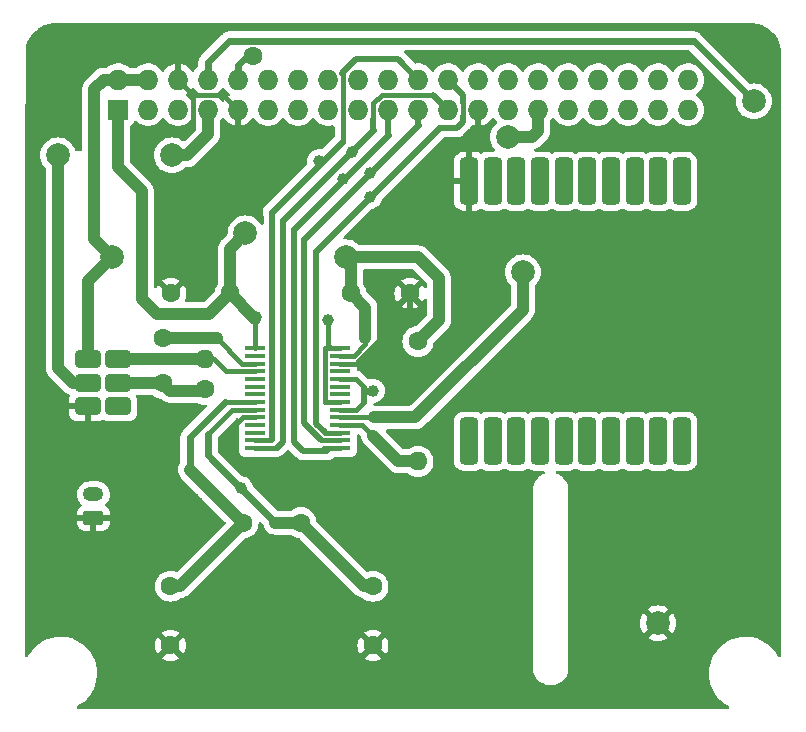
<source format=gbr>
%TF.GenerationSoftware,KiCad,Pcbnew,(6.0.0)*%
%TF.CreationDate,2022-03-15T10:26:35+01:00*%
%TF.ProjectId,RPi_Hat,5250695f-4861-4742-9e6b-696361645f70,rev?*%
%TF.SameCoordinates,Original*%
%TF.FileFunction,Copper,L1,Top*%
%TF.FilePolarity,Positive*%
%FSLAX46Y46*%
G04 Gerber Fmt 4.6, Leading zero omitted, Abs format (unit mm)*
G04 Created by KiCad (PCBNEW (6.0.0)) date 2022-03-15 10:26:35*
%MOMM*%
%LPD*%
G01*
G04 APERTURE LIST*
G04 Aperture macros list*
%AMRoundRect*
0 Rectangle with rounded corners*
0 $1 Rounding radius*
0 $2 $3 $4 $5 $6 $7 $8 $9 X,Y pos of 4 corners*
0 Add a 4 corners polygon primitive as box body*
4,1,4,$2,$3,$4,$5,$6,$7,$8,$9,$2,$3,0*
0 Add four circle primitives for the rounded corners*
1,1,$1+$1,$2,$3*
1,1,$1+$1,$4,$5*
1,1,$1+$1,$6,$7*
1,1,$1+$1,$8,$9*
0 Add four rect primitives between the rounded corners*
20,1,$1+$1,$2,$3,$4,$5,0*
20,1,$1+$1,$4,$5,$6,$7,0*
20,1,$1+$1,$6,$7,$8,$9,0*
20,1,$1+$1,$8,$9,$2,$3,0*%
G04 Aperture macros list end*
%TA.AperFunction,ComponentPad*%
%ADD10R,1.727200X1.727200*%
%TD*%
%TA.AperFunction,ComponentPad*%
%ADD11O,1.727200X1.727200*%
%TD*%
%TA.AperFunction,SMDPad,CuDef*%
%ADD12C,1.000000*%
%TD*%
%TA.AperFunction,ComponentPad*%
%ADD13C,1.600000*%
%TD*%
%TA.AperFunction,ComponentPad*%
%ADD14O,1.600000X1.600000*%
%TD*%
%TA.AperFunction,SMDPad,CuDef*%
%ADD15R,1.750000X0.450000*%
%TD*%
%TA.AperFunction,ComponentPad*%
%ADD16RoundRect,0.250000X0.625000X-0.350000X0.625000X0.350000X-0.625000X0.350000X-0.625000X-0.350000X0*%
%TD*%
%TA.AperFunction,ComponentPad*%
%ADD17O,1.750000X1.200000*%
%TD*%
%TA.AperFunction,SMDPad,CuDef*%
%ADD18C,2.000000*%
%TD*%
%TA.AperFunction,ComponentPad*%
%ADD19RoundRect,0.312500X-0.787500X0.437500X-0.787500X-0.437500X0.787500X-0.437500X0.787500X0.437500X0*%
%TD*%
%TA.AperFunction,ComponentPad*%
%ADD20RoundRect,0.312500X0.787500X-0.437500X0.787500X0.437500X-0.787500X0.437500X-0.787500X-0.437500X0*%
%TD*%
%TA.AperFunction,ComponentPad*%
%ADD21RoundRect,0.400000X-0.400000X1.600000X-0.400000X-1.600000X0.400000X-1.600000X0.400000X1.600000X0*%
%TD*%
%TA.AperFunction,ViaPad*%
%ADD22C,2.000000*%
%TD*%
%TA.AperFunction,ViaPad*%
%ADD23C,1.600000*%
%TD*%
%TA.AperFunction,Conductor*%
%ADD24C,1.000000*%
%TD*%
%TA.AperFunction,Conductor*%
%ADD25C,0.600000*%
%TD*%
%TA.AperFunction,Conductor*%
%ADD26C,0.450000*%
%TD*%
%TA.AperFunction,Conductor*%
%ADD27C,0.400000*%
%TD*%
%TA.AperFunction,Conductor*%
%ADD28C,0.250000*%
%TD*%
%TA.AperFunction,Conductor*%
%ADD29C,0.500000*%
%TD*%
G04 APERTURE END LIST*
D10*
%TO.P,J2,1,3.3V*%
%TO.N,+3.3VA*%
X68580000Y-42870000D03*
D11*
%TO.P,J2,2,5V*%
%TO.N,+5V*%
X68580000Y-40330000D03*
%TO.P,J2,3,BCM2_SDA*%
%TO.N,unconnected-(J2-Pad3)*%
X71120000Y-42870000D03*
%TO.P,J2,4,5V*%
%TO.N,+5V*%
X71120000Y-40330000D03*
%TO.P,J2,5,BCM3_SCL*%
%TO.N,unconnected-(J2-Pad5)*%
X73660000Y-42870000D03*
%TO.P,J2,6,GND*%
%TO.N,GND*%
X73660000Y-40330000D03*
%TO.P,J2,7,BCM4_GPCLK0*%
%TO.N,cmd_relais*%
X76200000Y-42870000D03*
%TO.P,J2,8,BCM14_TXD*%
%TO.N,/RPi_GPIO/BCM14_TXD*%
X76200000Y-40330000D03*
%TO.P,J2,9,GND*%
%TO.N,GND*%
X78740000Y-42870000D03*
%TO.P,J2,10,BCM15_RXD*%
%TO.N,/RPi_GPIO/BCM15_RXD*%
X78740000Y-40330000D03*
%TO.P,J2,11,BCM17*%
%TO.N,unconnected-(J2-Pad11)*%
X81280000Y-42870000D03*
%TO.P,J2,12,BCM18_PCM_C*%
%TO.N,unconnected-(J2-Pad12)*%
X81280000Y-40330000D03*
%TO.P,J2,13,BCM27*%
%TO.N,unconnected-(J2-Pad13)*%
X83820000Y-42870000D03*
%TO.P,J2,14,GND*%
%TO.N,unconnected-(J2-Pad14)*%
X83820000Y-40330000D03*
%TO.P,J2,15,BCM22*%
%TO.N,unconnected-(J2-Pad15)*%
X86360000Y-42870000D03*
%TO.P,J2,16,BCM23*%
%TO.N,unconnected-(J2-Pad16)*%
X86360000Y-40330000D03*
%TO.P,J2,17,3.3V*%
%TO.N,unconnected-(J2-Pad17)*%
X88900000Y-42870000D03*
%TO.P,J2,18,BCM24*%
%TO.N,unconnected-(J2-Pad18)*%
X88900000Y-40330000D03*
%TO.P,J2,19,BCM10_MOSI*%
%TO.N,MOSI*%
X91440000Y-42870000D03*
%TO.P,J2,20,GND*%
%TO.N,unconnected-(J2-Pad20)*%
X91440000Y-40330000D03*
%TO.P,J2,21,BCM9_MISO*%
%TO.N,MISO*%
X93980000Y-42870000D03*
%TO.P,J2,22,BCM25*%
%TO.N,INT*%
X93980000Y-40330000D03*
%TO.P,J2,23,BCM11_SCLK*%
%TO.N,CLK*%
X96520000Y-42870000D03*
%TO.P,J2,24,BCM8_CE0*%
%TO.N,CS*%
X96520000Y-40330000D03*
%TO.P,J2,25,GND*%
%TO.N,GND*%
X99060000Y-42870000D03*
%TO.P,J2,26,BCM7_CE1*%
%TO.N,unconnected-(J2-Pad26)*%
X99060000Y-40330000D03*
%TO.P,J2,27,BCM0_ID_SD*%
%TO.N,unconnected-(J2-Pad27)*%
X101600000Y-42870000D03*
%TO.P,J2,28,BCM1_ID_SC*%
%TO.N,unconnected-(J2-Pad28)*%
X101600000Y-40330000D03*
%TO.P,J2,29,BCM5*%
%TO.N,/RPi_GPIO/Starter*%
X104140000Y-42870000D03*
%TO.P,J2,30,GND*%
%TO.N,unconnected-(J2-Pad30)*%
X104140000Y-40330000D03*
%TO.P,J2,31,BCM6*%
%TO.N,unconnected-(J2-Pad31)*%
X106680000Y-42870000D03*
%TO.P,J2,32,BCM12_PWM0*%
%TO.N,unconnected-(J2-Pad32)*%
X106680000Y-40330000D03*
%TO.P,J2,33,BCM13_PWM1*%
%TO.N,unconnected-(J2-Pad33)*%
X109220000Y-42870000D03*
%TO.P,J2,34,GND*%
%TO.N,unconnected-(J2-Pad34)*%
X109220000Y-40330000D03*
%TO.P,J2,35,BCM19_MISO_PCM_FS*%
%TO.N,unconnected-(J2-Pad35)*%
X111760000Y-42870000D03*
%TO.P,J2,36,BCM16*%
%TO.N,unconnected-(J2-Pad36)*%
X111760000Y-40330000D03*
%TO.P,J2,37,BCM26*%
%TO.N,unconnected-(J2-Pad37)*%
X114300000Y-42870000D03*
%TO.P,J2,38,BCM20_MOSI_PCM_DI*%
%TO.N,unconnected-(J2-Pad38)*%
X114300000Y-40330000D03*
%TO.P,J2,39,GND*%
%TO.N,unconnected-(J2-Pad39)*%
X116840000Y-42870000D03*
%TO.P,J2,40,BCM21_SCLK_PCM_DO*%
%TO.N,unconnected-(J2-Pad40)*%
X116840000Y-40330000D03*
%TD*%
D12*
%TO.P,REF\u002A\u002A,1*%
%TO.N,+5V*%
X66548000Y-50546000D03*
%TD*%
D13*
%TO.P,R3,1*%
%TO.N,+5V*%
X93980000Y-62484000D03*
D14*
%TO.P,R3,2*%
%TO.N,Net-(R3-Pad2)*%
X93980000Y-72644000D03*
%TD*%
D12*
%TO.P,REF\u002A\u002A,1*%
%TO.N,MISO*%
X89916000Y-48260000D03*
%TD*%
%TO.P,REF\u002A\u002A,1*%
%TO.N,+5V*%
X90678000Y-55372000D03*
%TD*%
D15*
%TO.P,U2,1,VIO*%
%TO.N,+3.3VA*%
X80220000Y-63085000D03*
%TO.P,U2,2,NC*%
%TO.N,unconnected-(U2-Pad2)*%
X80220000Y-63735000D03*
%TO.P,U2,3,CANL*%
%TO.N,can_L*%
X80220000Y-64385000D03*
%TO.P,U2,4,CANH*%
%TO.N,can_H*%
X80220000Y-65035000D03*
%TO.P,U2,5,STBY*%
%TO.N,unconnected-(U2-Pad5)*%
X80220000Y-65685000D03*
%TO.P,U2,6,~{Tx1RTS}*%
%TO.N,unconnected-(U2-Pad6)*%
X80220000Y-66335000D03*
%TO.P,U2,7,~{Tx2RTS}*%
%TO.N,unconnected-(U2-Pad7)*%
X80220000Y-66985000D03*
%TO.P,U2,8,OSC2*%
%TO.N,Net-(C3-Pad1)*%
X80220000Y-67635000D03*
%TO.P,U2,9,OSC1*%
%TO.N,Net-(C4-Pad1)*%
X80220000Y-68285000D03*
%TO.P,U2,10,GND*%
%TO.N,GND*%
X80220000Y-68935000D03*
%TO.P,U2,11,~{Rx1BF}*%
%TO.N,unconnected-(U2-Pad11)*%
X80220000Y-69585000D03*
%TO.P,U2,12,~{Rx0BF}*%
%TO.N,unconnected-(U2-Pad12)*%
X80220000Y-70235000D03*
%TO.P,U2,13,~{INT}*%
%TO.N,INT*%
X80220000Y-70885000D03*
%TO.P,U2,14,SCK*%
%TO.N,CLK*%
X80220000Y-71535000D03*
%TO.P,U2,15,SI*%
%TO.N,MOSI*%
X87420000Y-71535000D03*
%TO.P,U2,16,SO*%
%TO.N,MISO*%
X87420000Y-70885000D03*
%TO.P,U2,17,~{CS}*%
%TO.N,CS*%
X87420000Y-70235000D03*
%TO.P,U2,18,~{RESET}*%
%TO.N,Net-(R3-Pad2)*%
X87420000Y-69585000D03*
%TO.P,U2,19,VDD*%
%TO.N,+3.3VA*%
X87420000Y-68935000D03*
%TO.P,U2,20,TxCAN*%
%TO.N,Net-(U2-Pad20)*%
X87420000Y-68285000D03*
%TO.P,U2,21,RxCAN*%
%TO.N,Net-(U2-Pad21)*%
X87420000Y-67635000D03*
%TO.P,U2,22,CLKOUT*%
%TO.N,unconnected-(U2-Pad22)*%
X87420000Y-66985000D03*
%TO.P,U2,23,~{Tx0RTS}*%
%TO.N,unconnected-(U2-Pad23)*%
X87420000Y-66335000D03*
%TO.P,U2,24,TXD*%
%TO.N,Net-(U2-Pad20)*%
X87420000Y-65685000D03*
%TO.P,U2,25,NC*%
%TO.N,unconnected-(U2-Pad25)*%
X87420000Y-65035000D03*
%TO.P,U2,26,VSS*%
%TO.N,GND*%
X87420000Y-64385000D03*
%TO.P,U2,27,VDDA*%
%TO.N,+5V*%
X87420000Y-63735000D03*
%TO.P,U2,28,RXD*%
%TO.N,Net-(U2-Pad21)*%
X87420000Y-63085000D03*
%TD*%
D16*
%TO.P,J3,1,Pin_1*%
%TO.N,GND*%
X66506000Y-77454000D03*
D17*
%TO.P,J3,2,Pin_2*%
%TO.N,/RPi_GPIO/Starter*%
X66506000Y-75454000D03*
%TD*%
D12*
%TO.P, ,1*%
%TO.N,Net-(C4-Pad1)*%
X78994000Y-74930000D03*
%TD*%
%TO.P,REF\u002A\u002A,1*%
%TO.N,Net-(U2-Pad20)*%
X90170000Y-66675000D03*
%TD*%
%TO.P,REF\u002A\u002A,1*%
%TO.N,CLK*%
X88392000Y-46482000D03*
%TD*%
D13*
%TO.P,C2,1*%
%TO.N,+5V*%
X88305000Y-58420000D03*
%TO.P,C2,2*%
%TO.N,GND*%
X93305000Y-58420000D03*
%TD*%
%TO.P,C1,1*%
%TO.N,GND*%
X73065000Y-58420000D03*
%TO.P,C1,2*%
%TO.N,+3.3VA*%
X78065000Y-58420000D03*
%TD*%
%TO.P,Y1,1,1*%
%TO.N,Net-(C3-Pad1)*%
X79175000Y-77851000D03*
%TO.P,Y1,2,2*%
%TO.N,Net-(C4-Pad1)*%
X84075000Y-77851000D03*
%TD*%
%TO.P,R1,1*%
%TO.N,can_L*%
X75946000Y-66548000D03*
D14*
%TO.P,R1,2*%
%TO.N,can_H*%
X75946000Y-64008000D03*
%TD*%
D12*
%TO.P,REF\u002A\u002A,1*%
%TO.N,+3.3VA*%
X80264000Y-60452000D03*
%TD*%
%TO.P,REF\u002A\u002A,1*%
%TO.N,INT*%
X85598000Y-47244000D03*
%TD*%
D13*
%TO.P,C4,1*%
%TO.N,Net-(C4-Pad1)*%
X90170000Y-83225000D03*
%TO.P,C4,2*%
%TO.N,GND*%
X90170000Y-88225000D03*
%TD*%
D12*
%TO.P,REF\u002A\u002A,1*%
%TO.N,CS*%
X89916000Y-50292000D03*
%TD*%
%TO.P,REF\u002A\u002A,1*%
%TO.N,cmd_relais*%
X63500000Y-50800000D03*
%TD*%
D13*
%TO.P,C3,1*%
%TO.N,Net-(C3-Pad1)*%
X73025000Y-83225000D03*
%TO.P,C3,2*%
%TO.N,GND*%
X73025000Y-88225000D03*
%TD*%
D18*
%TO.P,REF\u002A\u002A,1*%
%TO.N,GND*%
X114300000Y-86360000D03*
%TD*%
D12*
%TO.P,REF\u002A\u002A,1*%
%TO.N,Net-(U2-Pad21)*%
X86360000Y-60706000D03*
%TD*%
D19*
%TO.P,J1,1,Pin_1*%
%TO.N,can_H*%
X68610000Y-64008000D03*
D20*
%TO.P,J1,2,Pin_2*%
%TO.N,+5V*%
X66010000Y-64008000D03*
D19*
%TO.P,J1,3,Pin_3*%
%TO.N,can_L*%
X68610000Y-66008000D03*
D20*
%TO.P,J1,4,Pin_4*%
%TO.N,cmd_relais*%
X66010000Y-66008000D03*
D19*
%TO.P,J1,5,Pin_5*%
%TO.N,unconnected-(J1-Pad5)*%
X68610000Y-68008000D03*
D20*
%TO.P,J1,6,Pin_6*%
%TO.N,GND*%
X66010000Y-68008000D03*
%TD*%
D12*
%TO.P, ,1*%
%TO.N,Net-(C3-Pad1)*%
X76200000Y-74930000D03*
%TD*%
%TO.P,REF\u002A\u002A,1*%
%TO.N,MOSI*%
X87630000Y-48768000D03*
%TD*%
D21*
%TO.P,U1,1,VCC*%
%TO.N,+3.3VA*%
X116315000Y-48944000D03*
%TO.P,U1,2,DOUT*%
%TO.N,/RPi_GPIO/BCM14_TXD*%
X114315000Y-48944000D03*
%TO.P,U1,3,DIN*%
%TO.N,/RPi_GPIO/BCM15_RXD*%
X112315000Y-48944000D03*
%TO.P,U1,4,DIO12*%
%TO.N,unconnected-(U1-Pad4)*%
X110315000Y-48944000D03*
%TO.P,U1,5,RST*%
%TO.N,unconnected-(U1-Pad5)*%
X108315000Y-48944000D03*
%TO.P,U1,6,RSSI_PWM_/DIO10*%
%TO.N,unconnected-(U1-Pad6)*%
X106315000Y-48944000D03*
%TO.P,U1,7,DIO11*%
%TO.N,unconnected-(U1-Pad7)*%
X104315000Y-48944000D03*
%TO.P,U1,8,RESERVED*%
%TO.N,unconnected-(U1-Pad8)*%
X102315000Y-48944000D03*
%TO.P,U1,9,!DTR_/_SLEEP_RQ/_DIO8*%
%TO.N,unconnected-(U1-Pad9)*%
X100315000Y-48944000D03*
%TO.P,U1,10,GND*%
%TO.N,GND*%
X98315000Y-48944000D03*
%TO.P,U1,11,DIO4*%
%TO.N,unconnected-(U1-Pad11)*%
X98315000Y-70944000D03*
%TO.P,U1,12,!CTS_/_DIO7*%
%TO.N,unconnected-(U1-Pad12)*%
X100315000Y-70944000D03*
%TO.P,U1,13,ON_/_!SLEEP*%
%TO.N,unconnected-(U1-Pad13)*%
X102315000Y-70944000D03*
%TO.P,U1,14,VREF*%
%TO.N,unconnected-(U1-Pad14)*%
X104315000Y-70944000D03*
%TO.P,U1,15,Associate_/_DIO5*%
%TO.N,unconnected-(U1-Pad15)*%
X106315000Y-70944000D03*
%TO.P,U1,16,!RTS_/_DIO6_*%
%TO.N,unconnected-(U1-Pad16)*%
X108315000Y-70944000D03*
%TO.P,U1,17,AD3_/_DIO3*%
%TO.N,unconnected-(U1-Pad17)*%
X110315000Y-70944000D03*
%TO.P,U1,18,AD2_/_DIO2*%
%TO.N,unconnected-(U1-Pad18)*%
X112315000Y-70944000D03*
%TO.P,U1,19,AD1_/_DIO1*%
%TO.N,unconnected-(U1-Pad19)*%
X114315000Y-70944000D03*
%TO.P,U1,20,AD0_/_DIO0_/Com8Button*%
%TO.N,unconnected-(U1-Pad20)*%
X116315000Y-70944000D03*
%TD*%
D22*
%TO.N,/RPi_GPIO/Starter*%
X101600000Y-45212000D03*
%TO.N,cmd_relais*%
X73152000Y-46736000D03*
%TO.N,/RPi_GPIO/BCM14_TXD*%
X122428000Y-42164000D03*
D23*
%TO.N,/RPi_GPIO/BCM15_RXD*%
X80010000Y-38354000D03*
%TO.N,can_L*%
X72390000Y-66040000D03*
X72390000Y-62230000D03*
D22*
%TO.N,cmd_relais*%
X63500000Y-46736000D03*
%TO.N,GND*%
X62738000Y-83225000D03*
X121666000Y-69850000D03*
X121666000Y-82550000D03*
X121666000Y-57150000D03*
%TO.N,+3.3VA*%
X79375000Y-53340000D03*
X102870000Y-56642000D03*
%TO.N,+5V*%
X87884000Y-55372000D03*
X68072000Y-55372000D03*
%TD*%
D24*
%TO.N,+3.3VA*%
X93752000Y-68935000D02*
X90271000Y-68935000D01*
X102870000Y-59817000D02*
X93752000Y-68935000D01*
X102870000Y-56642000D02*
X102870000Y-59817000D01*
%TO.N,+5V*%
X93980000Y-55372000D02*
X87884000Y-55372000D01*
X95758000Y-57150000D02*
X93980000Y-55372000D01*
X95758000Y-60706000D02*
X95758000Y-57150000D01*
X93980000Y-62484000D02*
X95758000Y-60706000D01*
D25*
%TO.N,/RPi_GPIO/BCM14_TXD*%
X117318489Y-37054489D02*
X122428000Y-42164000D01*
X78007511Y-37054489D02*
X117318489Y-37054489D01*
X76200000Y-38862000D02*
X78007511Y-37054489D01*
X76200000Y-40330000D02*
X76200000Y-38862000D01*
%TO.N,/RPi_GPIO/BCM15_RXD*%
X78740000Y-39116000D02*
X78740000Y-40330000D01*
X79502000Y-38354000D02*
X78740000Y-39116000D01*
X80010000Y-38354000D02*
X79502000Y-38354000D01*
D24*
%TO.N,cmd_relais*%
X63500000Y-64770000D02*
X63500000Y-46736000D01*
X64738000Y-66008000D02*
X63500000Y-64770000D01*
X66310000Y-66008000D02*
X64738000Y-66008000D01*
X74444087Y-46736000D02*
X76200000Y-44980087D01*
X73152000Y-46736000D02*
X74444087Y-46736000D01*
X76200000Y-44980087D02*
X76200000Y-42870000D01*
%TO.N,+5V*%
X66040000Y-57404000D02*
X68072000Y-55372000D01*
X66040000Y-63738000D02*
X66040000Y-57404000D01*
X66310000Y-64008000D02*
X66040000Y-63738000D01*
X67366000Y-40330000D02*
X68580000Y-40330000D01*
X66548000Y-41148000D02*
X67366000Y-40330000D01*
X66548000Y-53848000D02*
X66548000Y-41148000D01*
X68072000Y-55372000D02*
X66548000Y-53848000D01*
%TO.N,+3.3VA*%
X76287000Y-60198000D02*
X78065000Y-58420000D01*
X71882000Y-60198000D02*
X76287000Y-60198000D01*
X70612000Y-58928000D02*
X71882000Y-60198000D01*
X70612000Y-49784000D02*
X70612000Y-58928000D01*
X68580000Y-42870000D02*
X68580000Y-47752000D01*
X68580000Y-47752000D02*
X70612000Y-49784000D01*
%TO.N,/RPi_GPIO/Starter*%
X104140000Y-44704000D02*
X104140000Y-42870000D01*
X103632000Y-45212000D02*
X104140000Y-44704000D01*
X101798000Y-45212000D02*
X103632000Y-45212000D01*
D25*
X101600000Y-45212000D02*
X101798000Y-45212000D01*
D26*
%TO.N,can_H*%
X75946000Y-64008000D02*
X76708000Y-64008000D01*
X76708000Y-64008000D02*
X77735000Y-65035000D01*
X77735000Y-65035000D02*
X80220000Y-65035000D01*
D24*
X75946000Y-64008000D02*
X68310000Y-64008000D01*
D26*
%TO.N,can_L*%
X80220000Y-64385000D02*
X79117000Y-64385000D01*
X79117000Y-64385000D02*
X76962000Y-62230000D01*
D24*
X72358000Y-66008000D02*
X73025000Y-66675000D01*
X75819000Y-66675000D02*
X75946000Y-66548000D01*
X68310000Y-66008000D02*
X72358000Y-66008000D01*
X73025000Y-66675000D02*
X75819000Y-66675000D01*
X76962000Y-62230000D02*
X72390000Y-62230000D01*
D27*
%TO.N,GND*%
X74936889Y-41606889D02*
X77476889Y-41606889D01*
D28*
X88650718Y-64385000D02*
X87420000Y-64385000D01*
D27*
X77476889Y-41606889D02*
X78740000Y-42870000D01*
D26*
X80220000Y-68935000D02*
X79147000Y-68935000D01*
X79147000Y-68935000D02*
X77216000Y-70866000D01*
D27*
X73660000Y-40330000D02*
X74936889Y-41606889D01*
D29*
X93305000Y-58420000D02*
X93305000Y-59907494D01*
D26*
X88827494Y-64385000D02*
X87420000Y-64385000D01*
D27*
X75011889Y-41681889D02*
X74923111Y-41770667D01*
D28*
X77551889Y-41681889D02*
X78740000Y-42870000D01*
D29*
X93305000Y-59907494D02*
X88902975Y-64309519D01*
D27*
X74923111Y-41770667D02*
X74923111Y-44075889D01*
D26*
X88902975Y-64309519D02*
X88827494Y-64385000D01*
D29*
%TO.N,MOSI*%
X91440000Y-45008800D02*
X91440000Y-42870000D01*
X86317018Y-71797982D02*
X85767982Y-71797982D01*
X83503519Y-71028751D02*
X83503519Y-52945281D01*
D25*
X83503519Y-52945281D02*
X91440000Y-45008800D01*
D29*
X84272750Y-71797982D02*
X83503519Y-71028751D01*
D26*
X87420000Y-71535000D02*
X86030964Y-71535000D01*
X86030964Y-71535000D02*
X85767982Y-71797982D01*
D29*
X85767982Y-71797982D02*
X84272750Y-71797982D01*
%TO.N,MISO*%
X85781708Y-70885000D02*
X85817063Y-70885000D01*
X84328000Y-53848000D02*
X84328000Y-69431292D01*
D25*
X93980000Y-44196000D02*
X84328000Y-53848000D01*
D29*
X93980000Y-42870000D02*
X93980000Y-44196000D01*
D26*
X85852419Y-70885000D02*
X85817063Y-70885000D01*
D29*
X84328000Y-69431292D02*
X85781708Y-70885000D01*
D26*
X87420000Y-70885000D02*
X85852419Y-70885000D01*
%TO.N,INT*%
X81519022Y-70885000D02*
X81661000Y-70743022D01*
D27*
X87623111Y-45599889D02*
X87503000Y-45720000D01*
D29*
X87586889Y-39786091D02*
X87586889Y-39822313D01*
D26*
X80220000Y-70885000D02*
X81519022Y-70885000D01*
D25*
X81661000Y-51562000D02*
X87503000Y-45720000D01*
D29*
X81661000Y-70743022D02*
X81661000Y-51562000D01*
X93980000Y-40330000D02*
X92258000Y-38608000D01*
X88764980Y-38608000D02*
X87586889Y-39786091D01*
D27*
X87623111Y-39822313D02*
X87623111Y-45599889D01*
D29*
X92258000Y-38608000D02*
X88764980Y-38608000D01*
D26*
%TO.N,CLK*%
X80220000Y-71535000D02*
X82008000Y-71535000D01*
D29*
X90176889Y-44570111D02*
X90176889Y-43681111D01*
D25*
X82550000Y-52197000D02*
X90176889Y-44570111D01*
D29*
X82008000Y-71535000D02*
X82550000Y-70993000D01*
D27*
X90923690Y-41600000D02*
X90176889Y-42346801D01*
X90176889Y-42346801D02*
X90176889Y-43681111D01*
D29*
X82550000Y-70993000D02*
X82550000Y-52197000D01*
X96520000Y-42870000D02*
X95250000Y-41600000D01*
D27*
X95250000Y-41600000D02*
X90923690Y-41600000D01*
D29*
%TO.N,CS*%
X97790000Y-41600000D02*
X97790000Y-42282980D01*
X97282000Y-44450000D02*
X95758000Y-44450000D01*
X97790000Y-43942000D02*
X97282000Y-44450000D01*
X85344000Y-54864000D02*
X85344000Y-69458022D01*
X85344000Y-69458022D02*
X86096458Y-70210480D01*
X86096458Y-70210480D02*
X86120978Y-70210480D01*
D26*
X86364000Y-70235000D02*
X86120978Y-70235000D01*
D29*
X96520000Y-40330000D02*
X97790000Y-41600000D01*
X97790000Y-43434000D02*
X97790000Y-43942000D01*
D26*
X87420000Y-70235000D02*
X86364000Y-70235000D01*
D27*
X97790000Y-42282980D02*
X97790000Y-43434000D01*
D25*
X95758000Y-44450000D02*
X85344000Y-54864000D01*
%TO.N,Net-(C3-Pad1)*%
X73801000Y-83225000D02*
X73025000Y-83225000D01*
D24*
X79175000Y-77851000D02*
X73801000Y-83225000D01*
D25*
X74676000Y-70612000D02*
X74676000Y-73352000D01*
D24*
X74676000Y-73352000D02*
X79175000Y-77851000D01*
D26*
X80220000Y-67635000D02*
X77653000Y-67635000D01*
D25*
X77653000Y-67635000D02*
X74676000Y-70612000D01*
D24*
%TO.N,Net-(C4-Pad1)*%
X84075000Y-77851000D02*
X89449000Y-83225000D01*
D29*
X89449000Y-83225000D02*
X90170000Y-83225000D01*
D24*
X84075000Y-77851000D02*
X81915000Y-77851000D01*
D26*
X78273000Y-68285000D02*
X76200000Y-70358000D01*
X80220000Y-68285000D02*
X78273000Y-68285000D01*
D25*
X76200000Y-72136000D02*
X81915000Y-77851000D01*
X76200000Y-70358000D02*
X76200000Y-72136000D01*
D24*
%TO.N,Net-(R3-Pad2)*%
X90170000Y-70485000D02*
X92329000Y-72644000D01*
X92329000Y-72644000D02*
X93980000Y-72644000D01*
D26*
X90170000Y-70485000D02*
X89270000Y-69585000D01*
X89270000Y-69585000D02*
X87420000Y-69585000D01*
D29*
%TO.N,Net-(U2-Pad20)*%
X89408000Y-66548000D02*
X89408000Y-66373978D01*
D26*
X89408000Y-66373978D02*
X88719022Y-65685000D01*
D29*
X89408000Y-66548000D02*
X89535000Y-66675000D01*
D26*
X88719022Y-65685000D02*
X87420000Y-65685000D01*
X88719022Y-68285000D02*
X87420000Y-68285000D01*
D29*
X89408000Y-66548000D02*
X89408000Y-67596022D01*
D26*
X89408000Y-67596022D02*
X88719022Y-68285000D01*
D25*
X89535000Y-66675000D02*
X90170000Y-66675000D01*
D26*
%TO.N,Net-(U2-Pad21)*%
X87419511Y-67635489D02*
X86121467Y-67635489D01*
D27*
X86360000Y-62865000D02*
X86580000Y-63085000D01*
X86360000Y-60960000D02*
X86360000Y-62865000D01*
D26*
X86120489Y-67634511D02*
X86120489Y-63085489D01*
X86580000Y-63085000D02*
X87420000Y-63085000D01*
X86121467Y-67635489D02*
X86120489Y-67634511D01*
X86120978Y-63085000D02*
X86580000Y-63085000D01*
X87420000Y-67635000D02*
X87419511Y-67635489D01*
D24*
%TO.N,+3.3VA*%
X79375000Y-53340000D02*
X78065000Y-54650000D01*
D26*
X80220000Y-63085000D02*
X80220000Y-60575000D01*
D24*
X78065000Y-54650000D02*
X78065000Y-58420000D01*
X80220000Y-60575000D02*
X78065000Y-58420000D01*
D26*
X87420000Y-68935000D02*
X90271000Y-68935000D01*
D24*
%TO.N,+5V*%
X89535000Y-59650000D02*
X88305000Y-58420000D01*
D26*
X89535000Y-62230000D02*
X89535000Y-62723578D01*
D24*
X88305000Y-55793000D02*
X87884000Y-55372000D01*
D26*
X88523098Y-63735480D02*
X87420480Y-63735480D01*
X87420480Y-63735480D02*
X87420000Y-63735000D01*
D24*
X68580000Y-40330000D02*
X71120000Y-40330000D01*
D26*
X89535000Y-62723578D02*
X88523098Y-63735480D01*
D24*
X89535000Y-62230000D02*
X89535000Y-59650000D01*
X88305000Y-58420000D02*
X88305000Y-55793000D01*
%TD*%
%TA.AperFunction,Conductor*%
%TO.N,GND*%
G36*
X122192057Y-35561500D02*
G01*
X122206858Y-35563805D01*
X122206861Y-35563805D01*
X122215730Y-35565186D01*
X122232899Y-35562941D01*
X122256839Y-35562108D01*
X122514770Y-35577710D01*
X122529874Y-35579544D01*
X122600648Y-35592514D01*
X122810879Y-35631040D01*
X122825641Y-35634678D01*
X123098408Y-35719675D01*
X123112627Y-35725069D01*
X123373140Y-35842316D01*
X123386609Y-35849385D01*
X123631095Y-35997182D01*
X123643617Y-36005825D01*
X123868507Y-36182016D01*
X123879895Y-36192106D01*
X124081894Y-36394105D01*
X124091984Y-36405493D01*
X124268175Y-36630383D01*
X124276818Y-36642905D01*
X124424615Y-36887391D01*
X124431686Y-36900864D01*
X124548930Y-37161370D01*
X124554326Y-37175596D01*
X124639321Y-37448353D01*
X124642962Y-37463127D01*
X124694456Y-37744126D01*
X124696290Y-37759230D01*
X124711455Y-38009929D01*
X124710198Y-38036639D01*
X124710195Y-38036859D01*
X124708814Y-38045730D01*
X124710454Y-38058270D01*
X124712740Y-38075750D01*
X124713803Y-38092682D01*
X124713710Y-38112345D01*
X124702190Y-40558553D01*
X124702154Y-40559439D01*
X124702000Y-40560423D01*
X124702000Y-40598455D01*
X124701999Y-40599048D01*
X124701834Y-40634084D01*
X124701970Y-40635066D01*
X124702000Y-40635971D01*
X124702000Y-89109613D01*
X124681998Y-89177734D01*
X124628342Y-89224227D01*
X124558068Y-89234331D01*
X124493488Y-89204837D01*
X124467157Y-89173089D01*
X124371666Y-89009348D01*
X124299687Y-88885924D01*
X124089001Y-88603781D01*
X124086557Y-88601183D01*
X124086552Y-88601177D01*
X123850180Y-88349907D01*
X123850176Y-88349904D01*
X123847730Y-88347303D01*
X123701923Y-88223868D01*
X123581698Y-88122090D01*
X123581694Y-88122087D01*
X123578976Y-88119786D01*
X123403417Y-88002481D01*
X123289170Y-87926144D01*
X123289168Y-87926143D01*
X123286193Y-87924155D01*
X123283009Y-87922515D01*
X122976330Y-87764564D01*
X122976325Y-87764562D01*
X122973147Y-87762925D01*
X122969806Y-87761659D01*
X122969801Y-87761657D01*
X122647205Y-87639437D01*
X122647206Y-87639437D01*
X122643861Y-87638170D01*
X122640397Y-87637290D01*
X122640393Y-87637289D01*
X122306037Y-87552373D01*
X122306029Y-87552371D01*
X122302570Y-87551493D01*
X122130848Y-87528122D01*
X121956653Y-87504415D01*
X121956646Y-87504414D01*
X121953660Y-87504008D01*
X121838919Y-87499500D01*
X121620802Y-87499500D01*
X121479244Y-87507538D01*
X121362008Y-87514195D01*
X121362001Y-87514196D01*
X121358440Y-87514398D01*
X121220117Y-87538166D01*
X121014918Y-87573425D01*
X121014910Y-87573427D01*
X121011400Y-87574030D01*
X121007975Y-87575028D01*
X121007972Y-87575029D01*
X120913491Y-87602568D01*
X120673341Y-87672566D01*
X120348610Y-87808737D01*
X120194996Y-87894765D01*
X120044498Y-87979047D01*
X120044493Y-87979050D01*
X120041381Y-87980793D01*
X120038485Y-87982878D01*
X120038480Y-87982881D01*
X119891761Y-88088504D01*
X119755605Y-88186523D01*
X119752969Y-88188917D01*
X119752967Y-88188919D01*
X119575733Y-88349907D01*
X119494954Y-88423281D01*
X119262781Y-88688023D01*
X119062071Y-88977347D01*
X118895402Y-89287532D01*
X118764919Y-89614590D01*
X118672299Y-89954317D01*
X118671757Y-89957839D01*
X118630277Y-90227339D01*
X118618732Y-90302345D01*
X118618592Y-90305909D01*
X118609027Y-90549370D01*
X118604908Y-90654200D01*
X118614757Y-90786735D01*
X118629484Y-90984899D01*
X118631004Y-91005358D01*
X118696684Y-91351304D01*
X118697742Y-91354713D01*
X118697744Y-91354719D01*
X118727233Y-91449687D01*
X118801104Y-91687592D01*
X118942921Y-92009897D01*
X119120313Y-92314076D01*
X119330999Y-92596219D01*
X119333443Y-92598817D01*
X119333448Y-92598823D01*
X119569820Y-92850093D01*
X119572270Y-92852697D01*
X119574999Y-92855007D01*
X119806859Y-93051291D01*
X119841024Y-93080214D01*
X120133807Y-93275845D01*
X120136989Y-93277484D01*
X120136991Y-93277485D01*
X120285523Y-93353984D01*
X120336925Y-93402957D01*
X120353691Y-93471945D01*
X120330497Y-93539047D01*
X120274707Y-93582956D01*
X120227831Y-93592000D01*
X65195807Y-93592000D01*
X65127686Y-93571998D01*
X65081193Y-93518342D01*
X65071089Y-93448068D01*
X65100583Y-93383488D01*
X65134241Y-93356065D01*
X65375502Y-93220953D01*
X65375507Y-93220950D01*
X65378619Y-93219207D01*
X65381515Y-93217122D01*
X65381520Y-93217119D01*
X65528239Y-93111496D01*
X65664395Y-93013477D01*
X65838858Y-92855007D01*
X65922405Y-92779118D01*
X65922406Y-92779117D01*
X65925046Y-92776719D01*
X66157219Y-92511977D01*
X66204326Y-92444073D01*
X66296652Y-92310984D01*
X66357929Y-92222653D01*
X66524598Y-91912468D01*
X66655081Y-91585410D01*
X66747701Y-91245683D01*
X66762487Y-91149618D01*
X66800726Y-90901178D01*
X66800726Y-90901174D01*
X66801268Y-90897655D01*
X66810833Y-90654200D01*
X66814952Y-90549370D01*
X66814952Y-90549365D01*
X66815092Y-90545800D01*
X66788996Y-90194642D01*
X66723316Y-89848696D01*
X66618896Y-89512408D01*
X66530302Y-89311062D01*
X72303493Y-89311062D01*
X72312789Y-89323077D01*
X72363994Y-89358931D01*
X72373489Y-89364414D01*
X72570947Y-89456490D01*
X72581239Y-89460236D01*
X72791688Y-89516625D01*
X72802481Y-89518528D01*
X73019525Y-89537517D01*
X73030475Y-89537517D01*
X73247519Y-89518528D01*
X73258312Y-89516625D01*
X73468761Y-89460236D01*
X73479053Y-89456490D01*
X73676511Y-89364414D01*
X73686006Y-89358931D01*
X73738048Y-89322491D01*
X73746424Y-89312012D01*
X73745925Y-89311062D01*
X89448493Y-89311062D01*
X89457789Y-89323077D01*
X89508994Y-89358931D01*
X89518489Y-89364414D01*
X89715947Y-89456490D01*
X89726239Y-89460236D01*
X89936688Y-89516625D01*
X89947481Y-89518528D01*
X90164525Y-89537517D01*
X90175475Y-89537517D01*
X90392519Y-89518528D01*
X90403312Y-89516625D01*
X90613761Y-89460236D01*
X90624053Y-89456490D01*
X90821511Y-89364414D01*
X90831006Y-89358931D01*
X90883048Y-89322491D01*
X90891424Y-89312012D01*
X90884356Y-89298566D01*
X90182812Y-88597022D01*
X90168868Y-88589408D01*
X90167035Y-88589539D01*
X90160420Y-88593790D01*
X89454923Y-89299287D01*
X89448493Y-89311062D01*
X73745925Y-89311062D01*
X73739356Y-89298566D01*
X73037812Y-88597022D01*
X73023868Y-88589408D01*
X73022035Y-88589539D01*
X73015420Y-88593790D01*
X72309923Y-89299287D01*
X72303493Y-89311062D01*
X66530302Y-89311062D01*
X66492094Y-89224227D01*
X66478522Y-89193382D01*
X66478520Y-89193379D01*
X66477079Y-89190103D01*
X66299687Y-88885924D01*
X66089001Y-88603781D01*
X66086557Y-88601183D01*
X66086552Y-88601177D01*
X65850180Y-88349907D01*
X65850176Y-88349904D01*
X65847730Y-88347303D01*
X65709727Y-88230475D01*
X71712483Y-88230475D01*
X71731472Y-88447519D01*
X71733375Y-88458312D01*
X71789764Y-88668761D01*
X71793510Y-88679053D01*
X71885586Y-88876511D01*
X71891069Y-88886006D01*
X71927509Y-88938048D01*
X71937988Y-88946424D01*
X71951434Y-88939356D01*
X72652978Y-88237812D01*
X72659356Y-88226132D01*
X73389408Y-88226132D01*
X73389539Y-88227965D01*
X73393790Y-88234580D01*
X74099287Y-88940077D01*
X74111062Y-88946507D01*
X74123077Y-88937211D01*
X74158931Y-88886006D01*
X74164414Y-88876511D01*
X74256490Y-88679053D01*
X74260236Y-88668761D01*
X74316625Y-88458312D01*
X74318528Y-88447519D01*
X74337517Y-88230475D01*
X88857483Y-88230475D01*
X88876472Y-88447519D01*
X88878375Y-88458312D01*
X88934764Y-88668761D01*
X88938510Y-88679053D01*
X89030586Y-88876511D01*
X89036069Y-88886006D01*
X89072509Y-88938048D01*
X89082988Y-88946424D01*
X89096434Y-88939356D01*
X89797978Y-88237812D01*
X89804356Y-88226132D01*
X90534408Y-88226132D01*
X90534539Y-88227965D01*
X90538790Y-88234580D01*
X91244287Y-88940077D01*
X91256062Y-88946507D01*
X91268077Y-88937211D01*
X91303931Y-88886006D01*
X91309414Y-88876511D01*
X91401490Y-88679053D01*
X91405236Y-88668761D01*
X91461625Y-88458312D01*
X91463528Y-88447519D01*
X91482517Y-88230475D01*
X91482517Y-88219525D01*
X91463528Y-88002481D01*
X91461625Y-87991688D01*
X91405236Y-87781239D01*
X91401490Y-87770947D01*
X91309414Y-87573489D01*
X91303931Y-87563994D01*
X91267491Y-87511952D01*
X91257012Y-87503576D01*
X91243566Y-87510644D01*
X90542022Y-88212188D01*
X90534408Y-88226132D01*
X89804356Y-88226132D01*
X89805592Y-88223868D01*
X89805461Y-88222035D01*
X89801210Y-88215420D01*
X89095713Y-87509923D01*
X89083938Y-87503493D01*
X89071923Y-87512789D01*
X89036069Y-87563994D01*
X89030586Y-87573489D01*
X88938510Y-87770947D01*
X88934764Y-87781239D01*
X88878375Y-87991688D01*
X88876472Y-88002481D01*
X88857483Y-88219525D01*
X88857483Y-88230475D01*
X74337517Y-88230475D01*
X74337517Y-88219525D01*
X74318528Y-88002481D01*
X74316625Y-87991688D01*
X74260236Y-87781239D01*
X74256490Y-87770947D01*
X74164414Y-87573489D01*
X74158931Y-87563994D01*
X74122491Y-87511952D01*
X74112012Y-87503576D01*
X74098566Y-87510644D01*
X73397022Y-88212188D01*
X73389408Y-88226132D01*
X72659356Y-88226132D01*
X72660592Y-88223868D01*
X72660461Y-88222035D01*
X72656210Y-88215420D01*
X71950713Y-87509923D01*
X71938938Y-87503493D01*
X71926923Y-87512789D01*
X71891069Y-87563994D01*
X71885586Y-87573489D01*
X71793510Y-87770947D01*
X71789764Y-87781239D01*
X71733375Y-87991688D01*
X71731472Y-88002481D01*
X71712483Y-88219525D01*
X71712483Y-88230475D01*
X65709727Y-88230475D01*
X65701923Y-88223868D01*
X65581698Y-88122090D01*
X65581694Y-88122087D01*
X65578976Y-88119786D01*
X65403417Y-88002481D01*
X65289170Y-87926144D01*
X65289168Y-87926143D01*
X65286193Y-87924155D01*
X65283009Y-87922515D01*
X64976330Y-87764564D01*
X64976325Y-87764562D01*
X64973147Y-87762925D01*
X64969806Y-87761659D01*
X64969801Y-87761657D01*
X64647205Y-87639437D01*
X64647206Y-87639437D01*
X64643861Y-87638170D01*
X64640397Y-87637290D01*
X64640393Y-87637289D01*
X64306037Y-87552373D01*
X64306029Y-87552371D01*
X64302570Y-87551493D01*
X64130848Y-87528122D01*
X63956653Y-87504415D01*
X63956646Y-87504414D01*
X63953660Y-87504008D01*
X63838919Y-87499500D01*
X63620802Y-87499500D01*
X63479244Y-87507538D01*
X63362008Y-87514195D01*
X63362001Y-87514196D01*
X63358440Y-87514398D01*
X63220117Y-87538166D01*
X63014918Y-87573425D01*
X63014910Y-87573427D01*
X63011400Y-87574030D01*
X63007975Y-87575028D01*
X63007972Y-87575029D01*
X62913491Y-87602568D01*
X62673341Y-87672566D01*
X62348610Y-87808737D01*
X62194995Y-87894765D01*
X62044498Y-87979047D01*
X62044493Y-87979050D01*
X62041381Y-87980793D01*
X62038485Y-87982878D01*
X62038480Y-87982881D01*
X61891761Y-88088504D01*
X61755605Y-88186523D01*
X61752969Y-88188917D01*
X61752967Y-88188919D01*
X61575733Y-88349907D01*
X61494954Y-88423281D01*
X61262781Y-88688023D01*
X61062071Y-88977347D01*
X61060380Y-88980494D01*
X61060377Y-88980499D01*
X60954992Y-89176630D01*
X60905130Y-89227170D01*
X60835859Y-89242729D01*
X60769173Y-89218367D01*
X60726244Y-89161819D01*
X60718000Y-89116992D01*
X60718000Y-87137988D01*
X72303576Y-87137988D01*
X72310644Y-87151434D01*
X73012188Y-87852978D01*
X73026132Y-87860592D01*
X73027965Y-87860461D01*
X73034580Y-87856210D01*
X73740077Y-87150713D01*
X73746507Y-87138938D01*
X73745772Y-87137988D01*
X89448576Y-87137988D01*
X89455644Y-87151434D01*
X90157188Y-87852978D01*
X90171132Y-87860592D01*
X90172965Y-87860461D01*
X90179580Y-87856210D01*
X90885077Y-87150713D01*
X90891507Y-87138938D01*
X90882211Y-87126923D01*
X90831006Y-87091069D01*
X90821511Y-87085586D01*
X90624053Y-86993510D01*
X90613761Y-86989764D01*
X90403312Y-86933375D01*
X90392519Y-86931472D01*
X90175475Y-86912483D01*
X90164525Y-86912483D01*
X89947481Y-86931472D01*
X89936688Y-86933375D01*
X89726239Y-86989764D01*
X89715947Y-86993510D01*
X89518489Y-87085586D01*
X89508994Y-87091069D01*
X89456952Y-87127509D01*
X89448576Y-87137988D01*
X73745772Y-87137988D01*
X73737211Y-87126923D01*
X73686006Y-87091069D01*
X73676511Y-87085586D01*
X73479053Y-86993510D01*
X73468761Y-86989764D01*
X73258312Y-86933375D01*
X73247519Y-86931472D01*
X73030475Y-86912483D01*
X73019525Y-86912483D01*
X72802481Y-86931472D01*
X72791688Y-86933375D01*
X72581239Y-86989764D01*
X72570947Y-86993510D01*
X72373489Y-87085586D01*
X72363994Y-87091069D01*
X72311952Y-87127509D01*
X72303576Y-87137988D01*
X60718000Y-87137988D01*
X60718000Y-77851095D01*
X65123001Y-77851095D01*
X65123338Y-77857614D01*
X65133257Y-77953206D01*
X65136149Y-77966600D01*
X65187588Y-78120784D01*
X65193761Y-78133962D01*
X65279063Y-78271807D01*
X65288099Y-78283208D01*
X65402829Y-78397739D01*
X65414240Y-78406751D01*
X65552243Y-78491816D01*
X65565424Y-78497963D01*
X65719710Y-78549138D01*
X65733086Y-78552005D01*
X65827438Y-78561672D01*
X65833854Y-78562000D01*
X66233885Y-78562000D01*
X66249124Y-78557525D01*
X66250329Y-78556135D01*
X66252000Y-78548452D01*
X66252000Y-78543884D01*
X66760000Y-78543884D01*
X66764475Y-78559123D01*
X66765865Y-78560328D01*
X66773548Y-78561999D01*
X67178095Y-78561999D01*
X67184614Y-78561662D01*
X67280206Y-78551743D01*
X67293600Y-78548851D01*
X67447784Y-78497412D01*
X67460962Y-78491239D01*
X67598807Y-78405937D01*
X67610208Y-78396901D01*
X67724739Y-78282171D01*
X67733751Y-78270760D01*
X67818816Y-78132757D01*
X67824963Y-78119576D01*
X67876138Y-77965290D01*
X67879005Y-77951914D01*
X67888672Y-77857562D01*
X67889000Y-77851146D01*
X67889000Y-77726115D01*
X67884525Y-77710876D01*
X67883135Y-77709671D01*
X67875452Y-77708000D01*
X66778115Y-77708000D01*
X66762876Y-77712475D01*
X66761671Y-77713865D01*
X66760000Y-77721548D01*
X66760000Y-78543884D01*
X66252000Y-78543884D01*
X66252000Y-77726115D01*
X66247525Y-77710876D01*
X66246135Y-77709671D01*
X66238452Y-77708000D01*
X65141116Y-77708000D01*
X65125877Y-77712475D01*
X65124672Y-77713865D01*
X65123001Y-77721548D01*
X65123001Y-77851095D01*
X60718000Y-77851095D01*
X60718000Y-75399604D01*
X65118787Y-75399604D01*
X65128567Y-75610899D01*
X65129971Y-75616724D01*
X65129971Y-75616725D01*
X65174640Y-75802072D01*
X65178125Y-75816534D01*
X65180607Y-75821992D01*
X65180608Y-75821996D01*
X65224053Y-75917546D01*
X65265674Y-76009087D01*
X65388054Y-76181611D01*
X65392377Y-76185749D01*
X65392381Y-76185754D01*
X65483691Y-76273164D01*
X65519067Y-76334720D01*
X65515548Y-76405629D01*
X65474251Y-76463379D01*
X65462863Y-76471326D01*
X65413193Y-76502063D01*
X65401792Y-76511099D01*
X65287261Y-76625829D01*
X65278249Y-76637240D01*
X65193184Y-76775243D01*
X65187037Y-76788424D01*
X65135862Y-76942710D01*
X65132995Y-76956086D01*
X65123328Y-77050438D01*
X65123000Y-77056855D01*
X65123000Y-77181885D01*
X65127475Y-77197124D01*
X65128865Y-77198329D01*
X65136548Y-77200000D01*
X67870884Y-77200000D01*
X67886123Y-77195525D01*
X67887328Y-77194135D01*
X67888999Y-77186452D01*
X67888999Y-77056905D01*
X67888662Y-77050386D01*
X67878743Y-76954794D01*
X67875851Y-76941400D01*
X67824412Y-76787216D01*
X67818239Y-76774038D01*
X67732937Y-76636193D01*
X67723901Y-76624792D01*
X67609171Y-76510261D01*
X67597760Y-76501249D01*
X67552345Y-76473255D01*
X67504852Y-76420483D01*
X67493428Y-76350411D01*
X67521702Y-76285287D01*
X67540625Y-76266912D01*
X67548920Y-76260396D01*
X67552852Y-76255865D01*
X67552855Y-76255862D01*
X67683621Y-76105167D01*
X67687552Y-76100637D01*
X67690552Y-76095451D01*
X67690555Y-76095447D01*
X67790467Y-75922742D01*
X67793473Y-75917546D01*
X67862861Y-75717729D01*
X67875008Y-75633953D01*
X67892352Y-75514336D01*
X67892352Y-75514333D01*
X67893213Y-75508396D01*
X67883433Y-75297101D01*
X67842017Y-75125250D01*
X67835281Y-75097299D01*
X67835280Y-75097297D01*
X67833875Y-75091466D01*
X67830440Y-75083910D01*
X67748806Y-74904368D01*
X67746326Y-74898913D01*
X67623946Y-74726389D01*
X67471150Y-74580119D01*
X67293452Y-74465380D01*
X67233354Y-74441160D01*
X67102832Y-74388558D01*
X67102829Y-74388557D01*
X67097263Y-74386314D01*
X66889663Y-74345772D01*
X66884101Y-74345500D01*
X66178154Y-74345500D01*
X66020434Y-74360548D01*
X65817466Y-74420092D01*
X65812139Y-74422836D01*
X65812138Y-74422836D01*
X65634751Y-74514196D01*
X65634748Y-74514198D01*
X65629420Y-74516942D01*
X65463080Y-74647604D01*
X65459148Y-74652135D01*
X65459145Y-74652138D01*
X65390474Y-74731275D01*
X65324448Y-74807363D01*
X65321448Y-74812549D01*
X65321445Y-74812553D01*
X65289194Y-74868301D01*
X65218527Y-74990454D01*
X65149139Y-75190271D01*
X65118787Y-75399604D01*
X60718000Y-75399604D01*
X60718000Y-68533753D01*
X64402001Y-68533753D01*
X64402055Y-68535644D01*
X64403480Y-68545600D01*
X64442105Y-68712902D01*
X64446755Y-68726105D01*
X64520738Y-68879148D01*
X64528202Y-68891000D01*
X64634255Y-69023849D01*
X64644151Y-69033745D01*
X64777000Y-69139798D01*
X64788852Y-69147262D01*
X64941895Y-69221245D01*
X64955098Y-69225895D01*
X65122399Y-69264520D01*
X65132347Y-69265944D01*
X65134277Y-69266000D01*
X65737885Y-69266000D01*
X65753124Y-69261525D01*
X65754329Y-69260135D01*
X65756000Y-69252452D01*
X65756000Y-68280115D01*
X65751525Y-68264876D01*
X65750135Y-68263671D01*
X65742452Y-68262000D01*
X64420116Y-68262000D01*
X64404877Y-68266475D01*
X64403672Y-68267865D01*
X64402001Y-68275548D01*
X64402001Y-68533753D01*
X60718000Y-68533753D01*
X60718000Y-56600376D01*
X60718078Y-56560423D01*
X60737146Y-46736000D01*
X61986835Y-46736000D01*
X62005465Y-46972711D01*
X62006619Y-46977518D01*
X62006620Y-46977524D01*
X62041640Y-47123391D01*
X62060895Y-47203594D01*
X62062788Y-47208165D01*
X62062789Y-47208167D01*
X62148908Y-47416077D01*
X62151760Y-47422963D01*
X62154346Y-47427183D01*
X62273241Y-47621202D01*
X62273245Y-47621208D01*
X62275824Y-47625416D01*
X62430031Y-47805969D01*
X62433787Y-47809177D01*
X62433788Y-47809178D01*
X62447332Y-47820746D01*
X62486140Y-47880197D01*
X62491500Y-47916556D01*
X62491500Y-50736181D01*
X62490715Y-50750225D01*
X62486719Y-50785851D01*
X62487235Y-50791995D01*
X62491058Y-50837524D01*
X62491500Y-50848067D01*
X62491500Y-64708157D01*
X62490763Y-64721764D01*
X62486676Y-64759388D01*
X62487213Y-64765523D01*
X62491050Y-64809388D01*
X62491379Y-64814214D01*
X62491500Y-64816686D01*
X62491500Y-64819769D01*
X62491801Y-64822837D01*
X62495690Y-64862506D01*
X62495812Y-64863819D01*
X62503913Y-64956413D01*
X62505400Y-64961532D01*
X62505920Y-64966833D01*
X62532791Y-65055834D01*
X62533126Y-65056967D01*
X62556856Y-65138643D01*
X62559091Y-65146336D01*
X62561544Y-65151068D01*
X62563084Y-65156169D01*
X62565978Y-65161612D01*
X62606731Y-65238260D01*
X62607343Y-65239426D01*
X62627856Y-65278999D01*
X62650108Y-65321926D01*
X62653431Y-65326089D01*
X62655934Y-65330796D01*
X62714755Y-65402918D01*
X62715446Y-65403774D01*
X62746738Y-65442973D01*
X62749242Y-65445477D01*
X62749884Y-65446195D01*
X62753585Y-65450528D01*
X62780935Y-65484062D01*
X62785682Y-65487989D01*
X62785684Y-65487991D01*
X62816262Y-65513287D01*
X62825042Y-65521277D01*
X63981145Y-66677379D01*
X63990247Y-66687522D01*
X64013968Y-66717025D01*
X64052456Y-66749320D01*
X64056075Y-66752478D01*
X64057890Y-66754124D01*
X64060075Y-66756309D01*
X64062455Y-66758264D01*
X64062465Y-66758273D01*
X64093236Y-66783549D01*
X64094251Y-66784391D01*
X64165474Y-66844154D01*
X64170148Y-66846723D01*
X64174261Y-66850102D01*
X64179698Y-66853017D01*
X64179699Y-66853018D01*
X64199032Y-66863384D01*
X64254999Y-66893393D01*
X64256047Y-66893955D01*
X64257177Y-66894568D01*
X64338787Y-66939433D01*
X64343869Y-66941045D01*
X64348563Y-66943562D01*
X64437512Y-66970756D01*
X64438674Y-66971119D01*
X64440677Y-66971755D01*
X64499550Y-67011434D01*
X64527625Y-67076644D01*
X64515985Y-67146685D01*
X64446755Y-67289895D01*
X64442105Y-67303098D01*
X64403480Y-67470399D01*
X64402056Y-67480347D01*
X64402000Y-67482277D01*
X64402000Y-67735885D01*
X64406475Y-67751124D01*
X64407865Y-67752329D01*
X64415548Y-67754000D01*
X66138000Y-67754000D01*
X66206121Y-67774002D01*
X66252614Y-67827658D01*
X66264000Y-67880000D01*
X66264000Y-69247884D01*
X66268475Y-69263123D01*
X66269865Y-69264328D01*
X66277548Y-69265999D01*
X66885753Y-69265999D01*
X66887644Y-69265945D01*
X66897600Y-69264520D01*
X67064902Y-69225895D01*
X67078105Y-69221245D01*
X67231145Y-69147263D01*
X67242383Y-69140186D01*
X67310685Y-69120810D01*
X67376674Y-69140187D01*
X67376729Y-69140222D01*
X67382240Y-69144621D01*
X67548070Y-69224786D01*
X67554931Y-69226370D01*
X67722341Y-69265020D01*
X67722344Y-69265020D01*
X67727540Y-69266220D01*
X67732396Y-69266500D01*
X69487604Y-69266500D01*
X69492460Y-69266220D01*
X69497656Y-69265020D01*
X69497659Y-69265020D01*
X69665069Y-69226370D01*
X69671930Y-69224786D01*
X69837760Y-69144621D01*
X69981708Y-69029708D01*
X70096621Y-68885760D01*
X70099818Y-68879148D01*
X70173720Y-68726272D01*
X70176786Y-68719930D01*
X70205250Y-68596638D01*
X70217020Y-68545659D01*
X70217020Y-68545656D01*
X70218220Y-68540460D01*
X70218500Y-68535604D01*
X70218500Y-67480396D01*
X70218220Y-67475540D01*
X70212550Y-67450978D01*
X70178370Y-67302931D01*
X70176786Y-67296070D01*
X70129058Y-67197339D01*
X70117418Y-67127303D01*
X70145490Y-67062092D01*
X70204362Y-67022410D01*
X70242498Y-67016500D01*
X71465193Y-67016500D01*
X71533314Y-67036502D01*
X71543515Y-67044013D01*
X71545700Y-67046198D01*
X71733251Y-67177523D01*
X71738233Y-67179846D01*
X71738238Y-67179849D01*
X71924064Y-67266500D01*
X71940757Y-67274284D01*
X71946065Y-67275706D01*
X71946067Y-67275707D01*
X72014141Y-67293947D01*
X72161913Y-67333543D01*
X72167393Y-67334022D01*
X72167402Y-67334024D01*
X72214420Y-67338138D01*
X72280538Y-67364001D01*
X72293455Y-67375495D01*
X72297112Y-67379229D01*
X72300968Y-67384025D01*
X72339446Y-67416312D01*
X72343062Y-67419467D01*
X72344888Y-67421123D01*
X72347074Y-67423309D01*
X72349454Y-67425264D01*
X72349464Y-67425273D01*
X72380268Y-67450576D01*
X72381283Y-67451418D01*
X72452474Y-67511154D01*
X72457148Y-67513723D01*
X72461261Y-67517102D01*
X72466698Y-67520017D01*
X72466699Y-67520018D01*
X72543047Y-67560955D01*
X72544177Y-67561568D01*
X72625787Y-67606433D01*
X72630869Y-67608045D01*
X72635563Y-67610562D01*
X72724531Y-67637762D01*
X72725559Y-67638082D01*
X72814306Y-67666235D01*
X72819602Y-67666829D01*
X72824698Y-67668387D01*
X72917257Y-67677790D01*
X72918393Y-67677911D01*
X72952008Y-67681681D01*
X72964730Y-67683108D01*
X72964734Y-67683108D01*
X72968227Y-67683500D01*
X72971754Y-67683500D01*
X72972739Y-67683555D01*
X72978419Y-67684002D01*
X73006262Y-67686830D01*
X73015337Y-67687752D01*
X73015339Y-67687752D01*
X73021462Y-67688374D01*
X73067108Y-67684059D01*
X73078967Y-67683500D01*
X75256979Y-67683500D01*
X75310228Y-67695305D01*
X75496757Y-67782284D01*
X75502065Y-67783706D01*
X75502067Y-67783707D01*
X75712598Y-67840119D01*
X75712600Y-67840119D01*
X75717913Y-67841543D01*
X75946000Y-67861498D01*
X75951475Y-67861019D01*
X75951478Y-67861019D01*
X75970568Y-67859349D01*
X76040172Y-67873339D01*
X76091164Y-67922739D01*
X76107354Y-67991865D01*
X76083601Y-68058770D01*
X76070643Y-68073965D01*
X74110842Y-70033766D01*
X74109905Y-70034694D01*
X74045493Y-70097771D01*
X74022002Y-70134221D01*
X74014583Y-70144546D01*
X73987524Y-70178443D01*
X73984459Y-70184784D01*
X73984458Y-70184785D01*
X73972928Y-70208637D01*
X73965399Y-70222054D01*
X73947235Y-70250238D01*
X73944827Y-70256855D01*
X73944824Y-70256860D01*
X73932408Y-70290973D01*
X73927447Y-70302716D01*
X73911646Y-70335403D01*
X73911644Y-70335408D01*
X73908579Y-70341749D01*
X73906996Y-70348607D01*
X73906995Y-70348609D01*
X73901035Y-70374426D01*
X73896668Y-70389169D01*
X73885197Y-70420685D01*
X73884314Y-70427675D01*
X73884312Y-70427683D01*
X73879762Y-70463701D01*
X73877526Y-70476253D01*
X73870166Y-70508134D01*
X73867776Y-70518485D01*
X73867751Y-70525531D01*
X73867751Y-70525534D01*
X73867634Y-70559056D01*
X73867605Y-70559938D01*
X73867500Y-70560769D01*
X73867500Y-70597419D01*
X73867499Y-70597859D01*
X73867222Y-70677335D01*
X73867143Y-70699870D01*
X73867411Y-70701070D01*
X73867500Y-70702707D01*
X73867500Y-72701203D01*
X73847498Y-72769324D01*
X73845167Y-72772502D01*
X73845262Y-72772566D01*
X73841801Y-72777658D01*
X73837854Y-72782396D01*
X73743178Y-72956041D01*
X73741335Y-72961923D01*
X73698621Y-73098225D01*
X73684035Y-73144768D01*
X73683370Y-73150891D01*
X73683369Y-73150895D01*
X73663341Y-73335263D01*
X73662676Y-73341388D01*
X73679913Y-73538413D01*
X73681632Y-73544330D01*
X73681633Y-73544335D01*
X73715531Y-73661011D01*
X73735091Y-73728336D01*
X73826108Y-73903926D01*
X73829948Y-73908736D01*
X73920542Y-74022223D01*
X73920549Y-74022230D01*
X73922738Y-74024973D01*
X74620013Y-74722247D01*
X75304063Y-75406297D01*
X75327034Y-75437797D01*
X75348187Y-75478956D01*
X75352012Y-75483782D01*
X75352014Y-75483785D01*
X75430944Y-75583370D01*
X75471035Y-75633953D01*
X75621650Y-75762136D01*
X75686588Y-75798429D01*
X75693106Y-75802072D01*
X75720730Y-75822965D01*
X76720264Y-76822498D01*
X77659671Y-77761905D01*
X77693696Y-77824217D01*
X77688632Y-77895032D01*
X77659671Y-77940095D01*
X73628565Y-81971201D01*
X73566253Y-82005227D01*
X73495438Y-82000162D01*
X73486223Y-81996302D01*
X73479233Y-81993043D01*
X73474243Y-81990716D01*
X73345208Y-81956141D01*
X73258402Y-81932881D01*
X73258400Y-81932881D01*
X73253087Y-81931457D01*
X73025000Y-81911502D01*
X72796913Y-81931457D01*
X72791600Y-81932881D01*
X72791598Y-81932881D01*
X72581067Y-81989293D01*
X72581065Y-81989294D01*
X72575757Y-81990716D01*
X72570776Y-81993039D01*
X72570775Y-81993039D01*
X72373238Y-82085151D01*
X72373233Y-82085154D01*
X72368251Y-82087477D01*
X72263389Y-82160902D01*
X72185211Y-82215643D01*
X72185208Y-82215645D01*
X72180700Y-82218802D01*
X72018802Y-82380700D01*
X71887477Y-82568251D01*
X71885154Y-82573233D01*
X71885151Y-82573238D01*
X71793039Y-82770775D01*
X71790716Y-82775757D01*
X71731457Y-82996913D01*
X71711502Y-83225000D01*
X71731457Y-83453087D01*
X71790716Y-83674243D01*
X71793039Y-83679224D01*
X71793039Y-83679225D01*
X71885151Y-83876762D01*
X71885154Y-83876767D01*
X71887477Y-83881749D01*
X71953309Y-83975767D01*
X72014524Y-84063190D01*
X72018802Y-84069300D01*
X72180700Y-84231198D01*
X72185208Y-84234355D01*
X72185211Y-84234357D01*
X72208720Y-84250818D01*
X72368251Y-84362523D01*
X72373233Y-84364846D01*
X72373238Y-84364849D01*
X72570775Y-84456961D01*
X72575757Y-84459284D01*
X72581065Y-84460706D01*
X72581067Y-84460707D01*
X72791598Y-84517119D01*
X72791600Y-84517119D01*
X72796913Y-84518543D01*
X73025000Y-84538498D01*
X73253087Y-84518543D01*
X73258400Y-84517119D01*
X73258402Y-84517119D01*
X73468933Y-84460707D01*
X73468935Y-84460706D01*
X73474243Y-84459284D01*
X73479225Y-84456961D01*
X73676762Y-84364849D01*
X73676767Y-84364846D01*
X73681749Y-84362523D01*
X73841279Y-84250818D01*
X73902569Y-84228510D01*
X73947290Y-84224597D01*
X73987413Y-84221087D01*
X73993330Y-84219368D01*
X73993335Y-84219367D01*
X74124064Y-84181386D01*
X74177336Y-84165909D01*
X74352926Y-84074892D01*
X74387037Y-84047662D01*
X74471223Y-83980458D01*
X74471230Y-83980451D01*
X74473973Y-83978262D01*
X79266116Y-79186118D01*
X79328428Y-79152092D01*
X79344227Y-79149692D01*
X79403087Y-79144543D01*
X79550859Y-79104947D01*
X79618933Y-79086707D01*
X79618935Y-79086706D01*
X79624243Y-79085284D01*
X79629225Y-79082961D01*
X79826762Y-78990849D01*
X79826767Y-78990846D01*
X79831749Y-78988523D01*
X79936611Y-78915098D01*
X80014789Y-78860357D01*
X80014792Y-78860355D01*
X80019300Y-78857198D01*
X80181198Y-78695300D01*
X80312523Y-78507749D01*
X80314846Y-78502767D01*
X80314849Y-78502762D01*
X80406961Y-78305225D01*
X80406961Y-78305224D01*
X80409284Y-78300243D01*
X80414127Y-78282171D01*
X80467119Y-78084402D01*
X80467119Y-78084400D01*
X80468543Y-78079087D01*
X80472950Y-78028723D01*
X80487724Y-77859845D01*
X80513587Y-77793726D01*
X80571091Y-77752087D01*
X80641978Y-77748146D01*
X80702340Y-77781731D01*
X80883120Y-77962511D01*
X80917146Y-78024823D01*
X80917745Y-78028723D01*
X80917858Y-78028702D01*
X80919011Y-78034747D01*
X80919570Y-78040888D01*
X80975410Y-78230619D01*
X80978263Y-78236077D01*
X80978265Y-78236081D01*
X81002361Y-78282171D01*
X81067040Y-78405890D01*
X81190968Y-78560025D01*
X81342474Y-78687154D01*
X81347872Y-78690121D01*
X81347877Y-78690125D01*
X81491180Y-78768905D01*
X81515787Y-78782433D01*
X81521654Y-78784294D01*
X81521656Y-78784295D01*
X81698436Y-78840373D01*
X81704306Y-78842235D01*
X81858227Y-78859500D01*
X83194260Y-78859500D01*
X83266531Y-78882287D01*
X83418251Y-78988523D01*
X83423233Y-78990846D01*
X83423238Y-78990849D01*
X83620775Y-79082961D01*
X83625757Y-79085284D01*
X83631065Y-79086706D01*
X83631067Y-79086707D01*
X83699141Y-79104947D01*
X83846913Y-79144543D01*
X83905769Y-79149692D01*
X83971887Y-79175555D01*
X83983883Y-79186118D01*
X88771075Y-83973309D01*
X88773452Y-83975262D01*
X88773457Y-83975266D01*
X88779778Y-83980458D01*
X88885261Y-84067103D01*
X89059563Y-84160563D01*
X89248698Y-84218388D01*
X89254830Y-84219011D01*
X89254831Y-84219011D01*
X89284713Y-84222046D01*
X89344251Y-84244188D01*
X89513251Y-84362523D01*
X89518233Y-84364846D01*
X89518238Y-84364849D01*
X89715775Y-84456961D01*
X89720757Y-84459284D01*
X89726065Y-84460706D01*
X89726067Y-84460707D01*
X89936598Y-84517119D01*
X89936600Y-84517119D01*
X89941913Y-84518543D01*
X90170000Y-84538498D01*
X90398087Y-84518543D01*
X90403400Y-84517119D01*
X90403402Y-84517119D01*
X90613933Y-84460707D01*
X90613935Y-84460706D01*
X90619243Y-84459284D01*
X90624225Y-84456961D01*
X90821762Y-84364849D01*
X90821767Y-84364846D01*
X90826749Y-84362523D01*
X90986280Y-84250818D01*
X91009789Y-84234357D01*
X91009792Y-84234355D01*
X91014300Y-84231198D01*
X91176198Y-84069300D01*
X91180477Y-84063190D01*
X91241691Y-83975767D01*
X91307523Y-83881749D01*
X91309846Y-83876767D01*
X91309849Y-83876762D01*
X91401961Y-83679225D01*
X91401961Y-83679224D01*
X91404284Y-83674243D01*
X91463543Y-83453087D01*
X91483498Y-83225000D01*
X91463543Y-82996913D01*
X91404284Y-82775757D01*
X91401961Y-82770775D01*
X91309849Y-82573238D01*
X91309846Y-82573233D01*
X91307523Y-82568251D01*
X91176198Y-82380700D01*
X91014300Y-82218802D01*
X91009792Y-82215645D01*
X91009789Y-82215643D01*
X90931611Y-82160902D01*
X90826749Y-82087477D01*
X90821767Y-82085154D01*
X90821762Y-82085151D01*
X90624225Y-81993039D01*
X90624224Y-81993039D01*
X90619243Y-81990716D01*
X90613935Y-81989294D01*
X90613933Y-81989293D01*
X90403402Y-81932881D01*
X90403400Y-81932881D01*
X90398087Y-81931457D01*
X90170000Y-81911502D01*
X89941913Y-81931457D01*
X89936600Y-81932881D01*
X89936598Y-81932881D01*
X89728081Y-81988753D01*
X89657105Y-81987063D01*
X89606375Y-81956141D01*
X85410118Y-77759884D01*
X85376092Y-77697572D01*
X85373692Y-77681770D01*
X85369022Y-77628392D01*
X85368543Y-77622913D01*
X85309284Y-77401757D01*
X85215204Y-77200000D01*
X85214849Y-77199238D01*
X85214846Y-77199233D01*
X85212523Y-77194251D01*
X85111824Y-77050438D01*
X85084357Y-77011211D01*
X85084355Y-77011208D01*
X85081198Y-77006700D01*
X84919300Y-76844802D01*
X84914792Y-76841645D01*
X84914789Y-76841643D01*
X84818239Y-76774038D01*
X84731749Y-76713477D01*
X84726767Y-76711154D01*
X84726762Y-76711151D01*
X84529225Y-76619039D01*
X84529224Y-76619039D01*
X84524243Y-76616716D01*
X84518935Y-76615294D01*
X84518933Y-76615293D01*
X84308402Y-76558881D01*
X84308400Y-76558881D01*
X84303087Y-76557457D01*
X84075000Y-76537502D01*
X83846913Y-76557457D01*
X83841600Y-76558881D01*
X83841598Y-76558881D01*
X83631067Y-76615293D01*
X83631065Y-76615294D01*
X83625757Y-76616716D01*
X83620776Y-76619039D01*
X83620775Y-76619039D01*
X83423238Y-76711151D01*
X83423233Y-76711154D01*
X83418251Y-76713477D01*
X83311216Y-76788424D01*
X83266531Y-76819713D01*
X83194260Y-76842500D01*
X82102082Y-76842500D01*
X82033961Y-76822498D01*
X82012987Y-76805595D01*
X80025148Y-74817756D01*
X79991122Y-74755444D01*
X79988845Y-74740961D01*
X79988683Y-74739307D01*
X79988681Y-74739297D01*
X79988080Y-74733167D01*
X79930916Y-74543831D01*
X79838066Y-74369204D01*
X79767709Y-74282938D01*
X79716960Y-74220713D01*
X79716957Y-74220710D01*
X79713065Y-74215938D01*
X79706950Y-74210879D01*
X79565425Y-74093799D01*
X79565421Y-74093797D01*
X79560675Y-74089870D01*
X79386701Y-73995802D01*
X79262960Y-73957498D01*
X79203652Y-73939139D01*
X79203648Y-73939138D01*
X79197768Y-73937318D01*
X79191644Y-73936674D01*
X79191642Y-73936674D01*
X79185437Y-73936022D01*
X79182857Y-73935751D01*
X79117199Y-73908740D01*
X79106928Y-73899536D01*
X77045405Y-71838013D01*
X77011379Y-71775701D01*
X77008500Y-71748918D01*
X77008500Y-70639016D01*
X77028502Y-70570895D01*
X77045405Y-70549921D01*
X78539921Y-69055405D01*
X78602233Y-69021379D01*
X78629016Y-69018500D01*
X78711001Y-69018500D01*
X78779122Y-69038502D01*
X78825615Y-69092158D01*
X78837001Y-69144500D01*
X78837001Y-69204670D01*
X78837370Y-69211488D01*
X78840909Y-69244067D01*
X78840909Y-69271280D01*
X78836500Y-69311866D01*
X78836500Y-69858134D01*
X78836869Y-69861529D01*
X78836869Y-69861533D01*
X78840656Y-69896393D01*
X78840656Y-69923606D01*
X78836500Y-69961866D01*
X78836500Y-70508134D01*
X78836869Y-70511529D01*
X78836869Y-70511533D01*
X78840656Y-70546393D01*
X78840656Y-70573607D01*
X78838022Y-70597859D01*
X78836500Y-70611866D01*
X78836500Y-71158134D01*
X78836869Y-71161529D01*
X78836869Y-71161533D01*
X78840656Y-71196393D01*
X78840656Y-71223606D01*
X78836500Y-71261866D01*
X78836500Y-71808134D01*
X78843255Y-71870316D01*
X78894385Y-72006705D01*
X78981739Y-72123261D01*
X79098295Y-72210615D01*
X79234684Y-72261745D01*
X79296866Y-72268500D01*
X81781453Y-72268500D01*
X81806450Y-72271858D01*
X81806489Y-72271598D01*
X81974115Y-72297099D01*
X81974119Y-72297099D01*
X81981349Y-72298199D01*
X81988641Y-72297606D01*
X81988644Y-72297606D01*
X82079654Y-72290203D01*
X82157637Y-72283860D01*
X82164596Y-72281606D01*
X82164599Y-72281605D01*
X82318933Y-72231608D01*
X82318936Y-72231607D01*
X82325899Y-72229351D01*
X82332154Y-72225555D01*
X82332157Y-72225554D01*
X82472314Y-72140504D01*
X82472318Y-72140501D01*
X82477107Y-72137595D01*
X82481306Y-72133886D01*
X82481311Y-72133883D01*
X82484019Y-72131491D01*
X82484023Y-72131488D01*
X82485484Y-72130197D01*
X82919789Y-71695892D01*
X82982101Y-71661866D01*
X83052916Y-71666931D01*
X83097979Y-71695892D01*
X83688980Y-72286893D01*
X83701366Y-72301305D01*
X83709899Y-72312900D01*
X83709904Y-72312905D01*
X83714242Y-72318800D01*
X83719820Y-72323539D01*
X83719823Y-72323542D01*
X83754518Y-72353017D01*
X83762034Y-72359947D01*
X83767729Y-72365642D01*
X83770611Y-72367922D01*
X83790001Y-72383263D01*
X83793405Y-72386054D01*
X83835002Y-72421393D01*
X83849035Y-72433315D01*
X83855551Y-72436643D01*
X83860600Y-72440010D01*
X83865729Y-72443177D01*
X83871466Y-72447716D01*
X83937625Y-72478637D01*
X83941519Y-72480540D01*
X84006558Y-72513751D01*
X84013666Y-72515490D01*
X84019309Y-72517589D01*
X84025072Y-72519506D01*
X84031700Y-72522604D01*
X84038862Y-72524094D01*
X84038863Y-72524094D01*
X84103162Y-72537468D01*
X84107446Y-72538438D01*
X84178360Y-72555790D01*
X84183962Y-72556138D01*
X84183965Y-72556138D01*
X84189514Y-72556482D01*
X84189512Y-72556518D01*
X84193505Y-72556757D01*
X84197697Y-72557131D01*
X84204865Y-72558622D01*
X84282270Y-72556528D01*
X84285678Y-72556482D01*
X86361311Y-72556482D01*
X86431054Y-72548351D01*
X86485429Y-72542012D01*
X86485433Y-72542011D01*
X86492699Y-72541164D01*
X86499574Y-72538669D01*
X86499576Y-72538668D01*
X86652079Y-72483311D01*
X86652080Y-72483311D01*
X86658955Y-72480815D01*
X86665072Y-72476804D01*
X86665075Y-72476803D01*
X86800751Y-72387850D01*
X86800752Y-72387849D01*
X86806870Y-72383838D01*
X86878857Y-72307847D01*
X86940226Y-72272149D01*
X86970330Y-72268500D01*
X88343134Y-72268500D01*
X88405316Y-72261745D01*
X88541705Y-72210615D01*
X88658261Y-72123261D01*
X88745615Y-72006705D01*
X88796745Y-71870316D01*
X88803500Y-71808134D01*
X88803500Y-71261866D01*
X88799344Y-71223606D01*
X88799344Y-71196393D01*
X88803131Y-71161533D01*
X88803131Y-71161529D01*
X88803500Y-71158134D01*
X88803500Y-70611866D01*
X88801979Y-70597859D01*
X88799344Y-70573607D01*
X88799344Y-70546393D01*
X88803131Y-70511533D01*
X88803131Y-70511529D01*
X88803500Y-70508134D01*
X88803500Y-70460017D01*
X88823502Y-70391896D01*
X88877158Y-70345403D01*
X88947432Y-70335299D01*
X89012012Y-70364793D01*
X89018595Y-70370921D01*
X89127566Y-70479891D01*
X89161591Y-70542203D01*
X89163991Y-70558002D01*
X89173913Y-70671413D01*
X89175632Y-70677330D01*
X89175633Y-70677335D01*
X89186451Y-70714570D01*
X89229091Y-70861336D01*
X89320108Y-71036926D01*
X89323948Y-71041736D01*
X89414542Y-71155223D01*
X89414549Y-71155230D01*
X89416738Y-71157973D01*
X89419233Y-71160468D01*
X91572145Y-73313379D01*
X91581247Y-73323522D01*
X91604968Y-73353025D01*
X91609696Y-73356992D01*
X91643421Y-73385291D01*
X91647069Y-73388472D01*
X91648881Y-73390115D01*
X91651075Y-73392309D01*
X91684349Y-73419642D01*
X91685147Y-73420304D01*
X91756474Y-73480154D01*
X91761144Y-73482722D01*
X91765261Y-73486103D01*
X91810454Y-73510335D01*
X91847086Y-73529977D01*
X91848245Y-73530606D01*
X91924381Y-73572462D01*
X91924389Y-73572465D01*
X91929787Y-73575433D01*
X91934869Y-73577045D01*
X91939563Y-73579562D01*
X92028531Y-73606762D01*
X92029559Y-73607082D01*
X92118306Y-73635235D01*
X92123602Y-73635829D01*
X92128698Y-73637387D01*
X92221257Y-73646790D01*
X92222393Y-73646911D01*
X92256008Y-73650681D01*
X92268730Y-73652108D01*
X92268734Y-73652108D01*
X92272227Y-73652500D01*
X92275754Y-73652500D01*
X92276739Y-73652555D01*
X92282419Y-73653002D01*
X92311825Y-73655989D01*
X92319337Y-73656752D01*
X92319339Y-73656752D01*
X92325462Y-73657374D01*
X92371108Y-73653059D01*
X92382967Y-73652500D01*
X93099260Y-73652500D01*
X93171531Y-73675287D01*
X93323251Y-73781523D01*
X93328233Y-73783846D01*
X93328238Y-73783849D01*
X93520804Y-73873643D01*
X93530757Y-73878284D01*
X93536065Y-73879706D01*
X93536067Y-73879707D01*
X93746598Y-73936119D01*
X93746600Y-73936119D01*
X93751913Y-73937543D01*
X93980000Y-73957498D01*
X94208087Y-73937543D01*
X94213400Y-73936119D01*
X94213402Y-73936119D01*
X94423933Y-73879707D01*
X94423935Y-73879706D01*
X94429243Y-73878284D01*
X94439196Y-73873643D01*
X94631762Y-73783849D01*
X94631767Y-73783846D01*
X94636749Y-73781523D01*
X94765975Y-73691038D01*
X94819789Y-73653357D01*
X94819792Y-73653355D01*
X94824300Y-73650198D01*
X94986198Y-73488300D01*
X94992165Y-73479779D01*
X95056003Y-73388608D01*
X95117523Y-73300749D01*
X95119846Y-73295767D01*
X95119849Y-73295762D01*
X95211961Y-73098225D01*
X95211961Y-73098224D01*
X95214284Y-73093243D01*
X95229717Y-73035649D01*
X95272119Y-72877402D01*
X95272119Y-72877400D01*
X95273543Y-72872087D01*
X95293498Y-72644000D01*
X95273543Y-72415913D01*
X95272119Y-72410598D01*
X95215707Y-72200067D01*
X95215706Y-72200065D01*
X95214284Y-72194757D01*
X95184783Y-72131491D01*
X95119849Y-71992238D01*
X95119846Y-71992233D01*
X95117523Y-71987251D01*
X95013025Y-71838013D01*
X94989357Y-71804211D01*
X94989355Y-71804208D01*
X94986198Y-71799700D01*
X94824300Y-71637802D01*
X94819792Y-71634645D01*
X94819789Y-71634643D01*
X94741611Y-71579902D01*
X94636749Y-71506477D01*
X94631767Y-71504154D01*
X94631762Y-71504151D01*
X94434225Y-71412039D01*
X94434224Y-71412039D01*
X94429243Y-71409716D01*
X94423935Y-71408294D01*
X94423933Y-71408293D01*
X94213402Y-71351881D01*
X94213400Y-71351881D01*
X94208087Y-71350457D01*
X93980000Y-71330502D01*
X93751913Y-71350457D01*
X93746600Y-71351881D01*
X93746598Y-71351881D01*
X93536067Y-71408293D01*
X93536065Y-71408294D01*
X93530757Y-71409716D01*
X93525776Y-71412039D01*
X93525775Y-71412039D01*
X93328238Y-71504151D01*
X93328233Y-71504154D01*
X93323251Y-71506477D01*
X93191694Y-71598595D01*
X93171531Y-71612713D01*
X93099260Y-71635500D01*
X92798925Y-71635500D01*
X92730804Y-71615498D01*
X92709830Y-71598595D01*
X92142695Y-71031460D01*
X91269829Y-70158595D01*
X91235804Y-70096283D01*
X91240868Y-70025468D01*
X91283415Y-69968632D01*
X91349935Y-69943821D01*
X91358924Y-69943500D01*
X93690157Y-69943500D01*
X93703764Y-69944237D01*
X93735262Y-69947659D01*
X93735267Y-69947659D01*
X93741388Y-69948324D01*
X93767638Y-69946027D01*
X93791388Y-69943950D01*
X93796214Y-69943621D01*
X93798686Y-69943500D01*
X93801769Y-69943500D01*
X93813738Y-69942326D01*
X93844506Y-69939310D01*
X93845819Y-69939188D01*
X93890084Y-69935315D01*
X93938413Y-69931087D01*
X93943532Y-69929600D01*
X93948833Y-69929080D01*
X94037834Y-69902209D01*
X94038967Y-69901874D01*
X94122414Y-69877630D01*
X94122418Y-69877628D01*
X94128336Y-69875909D01*
X94133068Y-69873456D01*
X94138169Y-69871916D01*
X94164090Y-69858134D01*
X94220260Y-69828269D01*
X94221426Y-69827657D01*
X94298453Y-69787729D01*
X94303926Y-69784892D01*
X94308089Y-69781569D01*
X94312796Y-69779066D01*
X94384918Y-69720245D01*
X94385774Y-69719554D01*
X94424973Y-69688262D01*
X94427477Y-69685758D01*
X94428195Y-69685116D01*
X94432528Y-69681415D01*
X94466062Y-69654065D01*
X94495288Y-69618737D01*
X94503277Y-69609958D01*
X94832816Y-69280419D01*
X97006500Y-69280419D01*
X97006501Y-72607580D01*
X97012743Y-72686904D01*
X97062171Y-72871371D01*
X97148871Y-73041530D01*
X97153024Y-73046659D01*
X97153027Y-73046663D01*
X97227708Y-73138886D01*
X97269055Y-73189945D01*
X97274186Y-73194100D01*
X97412337Y-73305973D01*
X97412340Y-73305975D01*
X97417470Y-73310129D01*
X97423347Y-73313124D01*
X97423351Y-73313126D01*
X97564984Y-73385291D01*
X97587629Y-73396829D01*
X97594002Y-73398537D01*
X97594003Y-73398537D01*
X97766519Y-73444763D01*
X97766523Y-73444764D01*
X97772096Y-73446257D01*
X97777852Y-73446710D01*
X97848963Y-73452307D01*
X97848970Y-73452307D01*
X97851419Y-73452500D01*
X98314812Y-73452500D01*
X98778580Y-73452499D01*
X98827947Y-73448614D01*
X98852150Y-73446710D01*
X98852152Y-73446710D01*
X98857904Y-73446257D01*
X99042371Y-73396829D01*
X99212530Y-73310129D01*
X99218547Y-73305257D01*
X99235705Y-73291362D01*
X99301232Y-73264036D01*
X99371131Y-73276475D01*
X99394295Y-73291362D01*
X99411454Y-73305257D01*
X99417470Y-73310129D01*
X99587629Y-73396829D01*
X99594002Y-73398537D01*
X99594003Y-73398537D01*
X99766519Y-73444763D01*
X99766523Y-73444764D01*
X99772096Y-73446257D01*
X99777852Y-73446710D01*
X99848963Y-73452307D01*
X99848970Y-73452307D01*
X99851419Y-73452500D01*
X100314812Y-73452500D01*
X100778580Y-73452499D01*
X100827947Y-73448614D01*
X100852150Y-73446710D01*
X100852152Y-73446710D01*
X100857904Y-73446257D01*
X101042371Y-73396829D01*
X101212530Y-73310129D01*
X101218547Y-73305257D01*
X101235705Y-73291362D01*
X101301232Y-73264036D01*
X101371131Y-73276475D01*
X101394295Y-73291362D01*
X101411454Y-73305257D01*
X101417470Y-73310129D01*
X101587629Y-73396829D01*
X101594002Y-73398537D01*
X101594003Y-73398537D01*
X101766519Y-73444763D01*
X101766523Y-73444764D01*
X101772096Y-73446257D01*
X101777852Y-73446710D01*
X101848963Y-73452307D01*
X101848970Y-73452307D01*
X101851419Y-73452500D01*
X102314812Y-73452500D01*
X102778580Y-73452499D01*
X102827947Y-73448614D01*
X102852150Y-73446710D01*
X102852152Y-73446710D01*
X102857904Y-73446257D01*
X103042371Y-73396829D01*
X103212530Y-73310129D01*
X103218547Y-73305257D01*
X103235705Y-73291362D01*
X103301232Y-73264036D01*
X103371131Y-73276475D01*
X103394295Y-73291362D01*
X103411454Y-73305257D01*
X103417470Y-73310129D01*
X103587629Y-73396829D01*
X103594002Y-73398537D01*
X103594003Y-73398537D01*
X103766519Y-73444763D01*
X103766523Y-73444764D01*
X103772096Y-73446257D01*
X103777852Y-73446710D01*
X103848963Y-73452307D01*
X103848970Y-73452307D01*
X103851419Y-73452500D01*
X103865072Y-73452500D01*
X104613380Y-73452499D01*
X104681500Y-73472501D01*
X104727993Y-73526157D01*
X104738097Y-73596431D01*
X104708604Y-73661011D01*
X104661597Y-73694908D01*
X104527837Y-73750313D01*
X104527835Y-73750314D01*
X104523265Y-73752207D01*
X104320879Y-73876230D01*
X104317117Y-73879443D01*
X104180879Y-73995802D01*
X104140386Y-74030386D01*
X103986230Y-74210879D01*
X103862207Y-74413265D01*
X103860314Y-74417835D01*
X103860313Y-74417837D01*
X103773266Y-74627988D01*
X103771372Y-74632561D01*
X103751902Y-74713660D01*
X103717115Y-74858554D01*
X103717114Y-74858560D01*
X103715960Y-74863367D01*
X103699436Y-75073334D01*
X103699244Y-75075771D01*
X103698291Y-75083910D01*
X103698328Y-75084003D01*
X103696814Y-75093730D01*
X103697449Y-75098583D01*
X103697337Y-75100000D01*
X103697634Y-75100000D01*
X103698882Y-75109544D01*
X103700936Y-75125250D01*
X103702000Y-75141588D01*
X103702000Y-90050672D01*
X103700500Y-90070056D01*
X103696814Y-90093730D01*
X103697634Y-90100000D01*
X103697337Y-90100000D01*
X103697920Y-90107409D01*
X103697920Y-90107413D01*
X103704509Y-90191130D01*
X103715960Y-90336633D01*
X103717114Y-90341440D01*
X103717115Y-90341446D01*
X103742672Y-90447897D01*
X103771372Y-90567439D01*
X103773265Y-90572010D01*
X103773266Y-90572012D01*
X103805831Y-90650630D01*
X103862207Y-90786735D01*
X103986230Y-90989121D01*
X103989443Y-90992883D01*
X104102080Y-91124763D01*
X104140386Y-91169614D01*
X104144142Y-91172822D01*
X104317117Y-91320557D01*
X104320879Y-91323770D01*
X104523265Y-91447793D01*
X104527835Y-91449686D01*
X104527837Y-91449687D01*
X104737988Y-91536734D01*
X104742561Y-91538628D01*
X104823660Y-91558098D01*
X104968554Y-91592885D01*
X104968560Y-91592886D01*
X104973367Y-91594040D01*
X105210000Y-91612663D01*
X105446633Y-91594040D01*
X105451440Y-91592886D01*
X105451446Y-91592885D01*
X105596340Y-91558098D01*
X105677439Y-91538628D01*
X105682012Y-91536734D01*
X105892163Y-91449687D01*
X105892165Y-91449686D01*
X105896735Y-91447793D01*
X106099121Y-91323770D01*
X106102883Y-91320557D01*
X106275858Y-91172822D01*
X106279614Y-91169614D01*
X106317921Y-91124763D01*
X106430557Y-90992883D01*
X106433770Y-90989121D01*
X106557793Y-90786735D01*
X106614170Y-90650630D01*
X106646734Y-90572012D01*
X106646735Y-90572010D01*
X106648628Y-90567439D01*
X106677328Y-90447897D01*
X106702885Y-90341446D01*
X106702886Y-90341440D01*
X106704040Y-90336633D01*
X106720014Y-90133657D01*
X106721372Y-90122637D01*
X106722265Y-90117330D01*
X106722265Y-90117329D01*
X106723071Y-90112539D01*
X106723224Y-90100000D01*
X106719273Y-90072412D01*
X106718000Y-90054549D01*
X106718000Y-87592670D01*
X113432160Y-87592670D01*
X113437887Y-87600320D01*
X113609042Y-87705205D01*
X113617837Y-87709687D01*
X113827988Y-87796734D01*
X113837373Y-87799783D01*
X114058554Y-87852885D01*
X114068301Y-87854428D01*
X114295070Y-87872275D01*
X114304930Y-87872275D01*
X114531699Y-87854428D01*
X114541446Y-87852885D01*
X114762627Y-87799783D01*
X114772012Y-87796734D01*
X114982163Y-87709687D01*
X114990958Y-87705205D01*
X115158445Y-87602568D01*
X115167907Y-87592110D01*
X115164124Y-87583334D01*
X114312812Y-86732022D01*
X114298868Y-86724408D01*
X114297035Y-86724539D01*
X114290420Y-86728790D01*
X113438920Y-87580290D01*
X113432160Y-87592670D01*
X106718000Y-87592670D01*
X106718000Y-86364930D01*
X112787725Y-86364930D01*
X112805572Y-86591699D01*
X112807115Y-86601446D01*
X112860217Y-86822627D01*
X112863266Y-86832012D01*
X112950313Y-87042163D01*
X112954795Y-87050958D01*
X113057432Y-87218445D01*
X113067890Y-87227907D01*
X113076666Y-87224124D01*
X113927978Y-86372812D01*
X113934356Y-86361132D01*
X114664408Y-86361132D01*
X114664539Y-86362965D01*
X114668790Y-86369580D01*
X115520290Y-87221080D01*
X115532670Y-87227840D01*
X115540320Y-87222113D01*
X115645205Y-87050958D01*
X115649687Y-87042163D01*
X115736734Y-86832012D01*
X115739783Y-86822627D01*
X115792885Y-86601446D01*
X115794428Y-86591699D01*
X115812275Y-86364930D01*
X115812275Y-86355070D01*
X115794428Y-86128301D01*
X115792885Y-86118554D01*
X115739783Y-85897373D01*
X115736734Y-85887988D01*
X115649687Y-85677837D01*
X115645205Y-85669042D01*
X115542568Y-85501555D01*
X115532110Y-85492093D01*
X115523334Y-85495876D01*
X114672022Y-86347188D01*
X114664408Y-86361132D01*
X113934356Y-86361132D01*
X113935592Y-86358868D01*
X113935461Y-86357035D01*
X113931210Y-86350420D01*
X113079710Y-85498920D01*
X113067330Y-85492160D01*
X113059680Y-85497887D01*
X112954795Y-85669042D01*
X112950313Y-85677837D01*
X112863266Y-85887988D01*
X112860217Y-85897373D01*
X112807115Y-86118554D01*
X112805572Y-86128301D01*
X112787725Y-86355070D01*
X112787725Y-86364930D01*
X106718000Y-86364930D01*
X106718000Y-85127890D01*
X113432093Y-85127890D01*
X113435876Y-85136666D01*
X114287188Y-85987978D01*
X114301132Y-85995592D01*
X114302965Y-85995461D01*
X114309580Y-85991210D01*
X115161080Y-85139710D01*
X115167840Y-85127330D01*
X115162113Y-85119680D01*
X114990958Y-85014795D01*
X114982163Y-85010313D01*
X114772012Y-84923266D01*
X114762627Y-84920217D01*
X114541446Y-84867115D01*
X114531699Y-84865572D01*
X114304930Y-84847725D01*
X114295070Y-84847725D01*
X114068301Y-84865572D01*
X114058554Y-84867115D01*
X113837373Y-84920217D01*
X113827988Y-84923266D01*
X113617837Y-85010313D01*
X113609042Y-85014795D01*
X113441555Y-85117432D01*
X113432093Y-85127890D01*
X106718000Y-85127890D01*
X106718000Y-75153207D01*
X106719746Y-75132303D01*
X106720279Y-75129137D01*
X106723071Y-75112539D01*
X106723224Y-75100000D01*
X106722534Y-75095184D01*
X106722529Y-75095100D01*
X106721665Y-75087314D01*
X106713633Y-74985258D01*
X106704040Y-74863367D01*
X106702886Y-74858560D01*
X106702885Y-74858554D01*
X106668098Y-74713660D01*
X106648628Y-74632561D01*
X106646734Y-74627988D01*
X106559687Y-74417837D01*
X106559686Y-74417835D01*
X106557793Y-74413265D01*
X106433770Y-74210879D01*
X106279614Y-74030386D01*
X106239122Y-73995802D01*
X106102883Y-73879443D01*
X106099121Y-73876230D01*
X105896735Y-73752207D01*
X105892165Y-73750314D01*
X105892163Y-73750313D01*
X105749059Y-73691038D01*
X105693778Y-73646490D01*
X105671357Y-73579127D01*
X105688915Y-73510335D01*
X105740877Y-73461957D01*
X105807163Y-73449017D01*
X105848962Y-73452307D01*
X105848971Y-73452307D01*
X105851419Y-73452500D01*
X106314812Y-73452500D01*
X106778580Y-73452499D01*
X106827947Y-73448614D01*
X106852150Y-73446710D01*
X106852152Y-73446710D01*
X106857904Y-73446257D01*
X107042371Y-73396829D01*
X107212530Y-73310129D01*
X107218547Y-73305257D01*
X107235705Y-73291362D01*
X107301232Y-73264036D01*
X107371131Y-73276475D01*
X107394295Y-73291362D01*
X107411454Y-73305257D01*
X107417470Y-73310129D01*
X107587629Y-73396829D01*
X107594002Y-73398537D01*
X107594003Y-73398537D01*
X107766519Y-73444763D01*
X107766523Y-73444764D01*
X107772096Y-73446257D01*
X107777852Y-73446710D01*
X107848963Y-73452307D01*
X107848970Y-73452307D01*
X107851419Y-73452500D01*
X108314812Y-73452500D01*
X108778580Y-73452499D01*
X108827947Y-73448614D01*
X108852150Y-73446710D01*
X108852152Y-73446710D01*
X108857904Y-73446257D01*
X109042371Y-73396829D01*
X109212530Y-73310129D01*
X109218547Y-73305257D01*
X109235705Y-73291362D01*
X109301232Y-73264036D01*
X109371131Y-73276475D01*
X109394295Y-73291362D01*
X109411454Y-73305257D01*
X109417470Y-73310129D01*
X109587629Y-73396829D01*
X109594002Y-73398537D01*
X109594003Y-73398537D01*
X109766519Y-73444763D01*
X109766523Y-73444764D01*
X109772096Y-73446257D01*
X109777852Y-73446710D01*
X109848963Y-73452307D01*
X109848970Y-73452307D01*
X109851419Y-73452500D01*
X110314812Y-73452500D01*
X110778580Y-73452499D01*
X110827947Y-73448614D01*
X110852150Y-73446710D01*
X110852152Y-73446710D01*
X110857904Y-73446257D01*
X111042371Y-73396829D01*
X111212530Y-73310129D01*
X111218547Y-73305257D01*
X111235705Y-73291362D01*
X111301232Y-73264036D01*
X111371131Y-73276475D01*
X111394295Y-73291362D01*
X111411454Y-73305257D01*
X111417470Y-73310129D01*
X111587629Y-73396829D01*
X111594002Y-73398537D01*
X111594003Y-73398537D01*
X111766519Y-73444763D01*
X111766523Y-73444764D01*
X111772096Y-73446257D01*
X111777852Y-73446710D01*
X111848963Y-73452307D01*
X111848970Y-73452307D01*
X111851419Y-73452500D01*
X112314812Y-73452500D01*
X112778580Y-73452499D01*
X112827947Y-73448614D01*
X112852150Y-73446710D01*
X112852152Y-73446710D01*
X112857904Y-73446257D01*
X113042371Y-73396829D01*
X113212530Y-73310129D01*
X113218547Y-73305257D01*
X113235705Y-73291362D01*
X113301232Y-73264036D01*
X113371131Y-73276475D01*
X113394295Y-73291362D01*
X113411454Y-73305257D01*
X113417470Y-73310129D01*
X113587629Y-73396829D01*
X113594002Y-73398537D01*
X113594003Y-73398537D01*
X113766519Y-73444763D01*
X113766523Y-73444764D01*
X113772096Y-73446257D01*
X113777852Y-73446710D01*
X113848963Y-73452307D01*
X113848970Y-73452307D01*
X113851419Y-73452500D01*
X114314812Y-73452500D01*
X114778580Y-73452499D01*
X114827947Y-73448614D01*
X114852150Y-73446710D01*
X114852152Y-73446710D01*
X114857904Y-73446257D01*
X115042371Y-73396829D01*
X115212530Y-73310129D01*
X115218547Y-73305257D01*
X115235705Y-73291362D01*
X115301232Y-73264036D01*
X115371131Y-73276475D01*
X115394295Y-73291362D01*
X115411454Y-73305257D01*
X115417470Y-73310129D01*
X115587629Y-73396829D01*
X115594002Y-73398537D01*
X115594003Y-73398537D01*
X115766519Y-73444763D01*
X115766523Y-73444764D01*
X115772096Y-73446257D01*
X115777852Y-73446710D01*
X115848963Y-73452307D01*
X115848970Y-73452307D01*
X115851419Y-73452500D01*
X116314812Y-73452500D01*
X116778580Y-73452499D01*
X116827947Y-73448614D01*
X116852150Y-73446710D01*
X116852152Y-73446710D01*
X116857904Y-73446257D01*
X117042371Y-73396829D01*
X117065016Y-73385291D01*
X117206649Y-73313126D01*
X117206653Y-73313124D01*
X117212530Y-73310129D01*
X117217660Y-73305975D01*
X117217663Y-73305973D01*
X117355814Y-73194100D01*
X117360945Y-73189945D01*
X117402292Y-73138886D01*
X117476973Y-73046663D01*
X117476976Y-73046659D01*
X117481129Y-73041530D01*
X117567829Y-72871371D01*
X117569537Y-72864997D01*
X117615763Y-72692481D01*
X117615764Y-72692477D01*
X117617257Y-72686904D01*
X117621065Y-72638525D01*
X117623307Y-72610037D01*
X117623307Y-72610030D01*
X117623500Y-72607581D01*
X117623499Y-69280420D01*
X117617257Y-69201096D01*
X117567829Y-69016629D01*
X117503818Y-68891000D01*
X117484126Y-68852351D01*
X117484124Y-68852347D01*
X117481129Y-68846470D01*
X117476976Y-68841341D01*
X117476973Y-68841337D01*
X117365100Y-68703186D01*
X117360945Y-68698055D01*
X117315001Y-68660850D01*
X117217663Y-68582027D01*
X117217659Y-68582024D01*
X117212530Y-68577871D01*
X117206653Y-68574876D01*
X117206649Y-68574874D01*
X117048251Y-68494167D01*
X117042371Y-68491171D01*
X117035997Y-68489463D01*
X116863481Y-68443237D01*
X116863477Y-68443236D01*
X116857904Y-68441743D01*
X116848175Y-68440977D01*
X116781037Y-68435693D01*
X116781030Y-68435693D01*
X116778581Y-68435500D01*
X116315188Y-68435500D01*
X115851420Y-68435501D01*
X115802053Y-68439386D01*
X115777850Y-68441290D01*
X115777848Y-68441290D01*
X115772096Y-68441743D01*
X115587629Y-68491171D01*
X115417470Y-68577871D01*
X115412341Y-68582024D01*
X115412340Y-68582025D01*
X115394295Y-68596638D01*
X115328768Y-68623964D01*
X115258869Y-68611525D01*
X115235705Y-68596638D01*
X115217660Y-68582025D01*
X115217659Y-68582024D01*
X115212530Y-68577871D01*
X115042371Y-68491171D01*
X115035997Y-68489463D01*
X114863481Y-68443237D01*
X114863477Y-68443236D01*
X114857904Y-68441743D01*
X114848175Y-68440977D01*
X114781037Y-68435693D01*
X114781030Y-68435693D01*
X114778581Y-68435500D01*
X114315188Y-68435500D01*
X113851420Y-68435501D01*
X113802053Y-68439386D01*
X113777850Y-68441290D01*
X113777848Y-68441290D01*
X113772096Y-68441743D01*
X113587629Y-68491171D01*
X113417470Y-68577871D01*
X113412341Y-68582024D01*
X113412340Y-68582025D01*
X113394295Y-68596638D01*
X113328768Y-68623964D01*
X113258869Y-68611525D01*
X113235705Y-68596638D01*
X113217660Y-68582025D01*
X113217659Y-68582024D01*
X113212530Y-68577871D01*
X113042371Y-68491171D01*
X113035997Y-68489463D01*
X112863481Y-68443237D01*
X112863477Y-68443236D01*
X112857904Y-68441743D01*
X112848175Y-68440977D01*
X112781037Y-68435693D01*
X112781030Y-68435693D01*
X112778581Y-68435500D01*
X112315188Y-68435500D01*
X111851420Y-68435501D01*
X111802053Y-68439386D01*
X111777850Y-68441290D01*
X111777848Y-68441290D01*
X111772096Y-68441743D01*
X111587629Y-68491171D01*
X111417470Y-68577871D01*
X111412341Y-68582024D01*
X111412340Y-68582025D01*
X111394295Y-68596638D01*
X111328768Y-68623964D01*
X111258869Y-68611525D01*
X111235705Y-68596638D01*
X111217660Y-68582025D01*
X111217659Y-68582024D01*
X111212530Y-68577871D01*
X111042371Y-68491171D01*
X111035997Y-68489463D01*
X110863481Y-68443237D01*
X110863477Y-68443236D01*
X110857904Y-68441743D01*
X110848175Y-68440977D01*
X110781037Y-68435693D01*
X110781030Y-68435693D01*
X110778581Y-68435500D01*
X110315188Y-68435500D01*
X109851420Y-68435501D01*
X109802053Y-68439386D01*
X109777850Y-68441290D01*
X109777848Y-68441290D01*
X109772096Y-68441743D01*
X109587629Y-68491171D01*
X109417470Y-68577871D01*
X109412341Y-68582024D01*
X109412340Y-68582025D01*
X109394295Y-68596638D01*
X109328768Y-68623964D01*
X109258869Y-68611525D01*
X109235705Y-68596638D01*
X109217660Y-68582025D01*
X109217659Y-68582024D01*
X109212530Y-68577871D01*
X109042371Y-68491171D01*
X109035997Y-68489463D01*
X108863481Y-68443237D01*
X108863477Y-68443236D01*
X108857904Y-68441743D01*
X108848175Y-68440977D01*
X108781037Y-68435693D01*
X108781030Y-68435693D01*
X108778581Y-68435500D01*
X108315188Y-68435500D01*
X107851420Y-68435501D01*
X107802053Y-68439386D01*
X107777850Y-68441290D01*
X107777848Y-68441290D01*
X107772096Y-68441743D01*
X107587629Y-68491171D01*
X107417470Y-68577871D01*
X107412341Y-68582024D01*
X107412340Y-68582025D01*
X107394295Y-68596638D01*
X107328768Y-68623964D01*
X107258869Y-68611525D01*
X107235705Y-68596638D01*
X107217660Y-68582025D01*
X107217659Y-68582024D01*
X107212530Y-68577871D01*
X107042371Y-68491171D01*
X107035997Y-68489463D01*
X106863481Y-68443237D01*
X106863477Y-68443236D01*
X106857904Y-68441743D01*
X106848175Y-68440977D01*
X106781037Y-68435693D01*
X106781030Y-68435693D01*
X106778581Y-68435500D01*
X106315188Y-68435500D01*
X105851420Y-68435501D01*
X105802053Y-68439386D01*
X105777850Y-68441290D01*
X105777848Y-68441290D01*
X105772096Y-68441743D01*
X105587629Y-68491171D01*
X105417470Y-68577871D01*
X105412341Y-68582024D01*
X105412340Y-68582025D01*
X105394295Y-68596638D01*
X105328768Y-68623964D01*
X105258869Y-68611525D01*
X105235705Y-68596638D01*
X105217660Y-68582025D01*
X105217659Y-68582024D01*
X105212530Y-68577871D01*
X105042371Y-68491171D01*
X105035997Y-68489463D01*
X104863481Y-68443237D01*
X104863477Y-68443236D01*
X104857904Y-68441743D01*
X104848175Y-68440977D01*
X104781037Y-68435693D01*
X104781030Y-68435693D01*
X104778581Y-68435500D01*
X104315188Y-68435500D01*
X103851420Y-68435501D01*
X103802053Y-68439386D01*
X103777850Y-68441290D01*
X103777848Y-68441290D01*
X103772096Y-68441743D01*
X103587629Y-68491171D01*
X103417470Y-68577871D01*
X103412341Y-68582024D01*
X103412340Y-68582025D01*
X103394295Y-68596638D01*
X103328768Y-68623964D01*
X103258869Y-68611525D01*
X103235705Y-68596638D01*
X103217660Y-68582025D01*
X103217659Y-68582024D01*
X103212530Y-68577871D01*
X103042371Y-68491171D01*
X103035997Y-68489463D01*
X102863481Y-68443237D01*
X102863477Y-68443236D01*
X102857904Y-68441743D01*
X102848175Y-68440977D01*
X102781037Y-68435693D01*
X102781030Y-68435693D01*
X102778581Y-68435500D01*
X102315188Y-68435500D01*
X101851420Y-68435501D01*
X101802053Y-68439386D01*
X101777850Y-68441290D01*
X101777848Y-68441290D01*
X101772096Y-68441743D01*
X101587629Y-68491171D01*
X101417470Y-68577871D01*
X101412341Y-68582024D01*
X101412340Y-68582025D01*
X101394295Y-68596638D01*
X101328768Y-68623964D01*
X101258869Y-68611525D01*
X101235705Y-68596638D01*
X101217660Y-68582025D01*
X101217659Y-68582024D01*
X101212530Y-68577871D01*
X101042371Y-68491171D01*
X101035997Y-68489463D01*
X100863481Y-68443237D01*
X100863477Y-68443236D01*
X100857904Y-68441743D01*
X100848175Y-68440977D01*
X100781037Y-68435693D01*
X100781030Y-68435693D01*
X100778581Y-68435500D01*
X100315188Y-68435500D01*
X99851420Y-68435501D01*
X99802053Y-68439386D01*
X99777850Y-68441290D01*
X99777848Y-68441290D01*
X99772096Y-68441743D01*
X99587629Y-68491171D01*
X99417470Y-68577871D01*
X99412341Y-68582024D01*
X99412340Y-68582025D01*
X99394295Y-68596638D01*
X99328768Y-68623964D01*
X99258869Y-68611525D01*
X99235705Y-68596638D01*
X99217660Y-68582025D01*
X99217659Y-68582024D01*
X99212530Y-68577871D01*
X99042371Y-68491171D01*
X99035997Y-68489463D01*
X98863481Y-68443237D01*
X98863477Y-68443236D01*
X98857904Y-68441743D01*
X98848175Y-68440977D01*
X98781037Y-68435693D01*
X98781030Y-68435693D01*
X98778581Y-68435500D01*
X98315188Y-68435500D01*
X97851420Y-68435501D01*
X97802053Y-68439386D01*
X97777850Y-68441290D01*
X97777848Y-68441290D01*
X97772096Y-68441743D01*
X97587629Y-68491171D01*
X97581749Y-68494167D01*
X97423351Y-68574874D01*
X97423347Y-68574876D01*
X97417470Y-68577871D01*
X97412341Y-68582024D01*
X97412337Y-68582027D01*
X97314999Y-68660850D01*
X97269055Y-68698055D01*
X97264900Y-68703186D01*
X97153027Y-68841337D01*
X97153024Y-68841341D01*
X97148871Y-68846470D01*
X97145876Y-68852347D01*
X97145874Y-68852351D01*
X97126182Y-68891000D01*
X97062171Y-69016629D01*
X97060463Y-69023002D01*
X97060463Y-69023003D01*
X97027054Y-69147688D01*
X97012743Y-69201096D01*
X97012290Y-69206850D01*
X97012290Y-69206852D01*
X97006694Y-69277960D01*
X97006500Y-69280419D01*
X94832816Y-69280419D01*
X103539379Y-60573855D01*
X103549522Y-60564753D01*
X103574218Y-60544897D01*
X103579025Y-60541032D01*
X103611320Y-60502544D01*
X103614478Y-60498925D01*
X103616124Y-60497110D01*
X103618309Y-60494925D01*
X103620264Y-60492545D01*
X103620273Y-60492535D01*
X103645549Y-60461764D01*
X103646391Y-60460749D01*
X103702194Y-60394245D01*
X103706154Y-60389526D01*
X103708723Y-60384852D01*
X103712102Y-60380739D01*
X103755975Y-60298915D01*
X103756584Y-60297793D01*
X103798464Y-60221614D01*
X103798465Y-60221612D01*
X103801433Y-60216213D01*
X103803045Y-60211131D01*
X103805562Y-60206437D01*
X103832762Y-60117469D01*
X103833108Y-60116358D01*
X103840474Y-60093141D01*
X103861235Y-60027694D01*
X103861829Y-60022398D01*
X103863387Y-60017302D01*
X103872790Y-59924743D01*
X103872911Y-59923607D01*
X103878500Y-59873773D01*
X103878500Y-59870246D01*
X103878555Y-59869261D01*
X103879002Y-59863581D01*
X103883374Y-59820538D01*
X103879059Y-59774891D01*
X103878500Y-59763033D01*
X103878500Y-57822556D01*
X103898502Y-57754435D01*
X103922668Y-57726746D01*
X103936212Y-57715178D01*
X103936213Y-57715177D01*
X103939969Y-57711969D01*
X104094176Y-57531416D01*
X104096755Y-57527208D01*
X104096759Y-57527202D01*
X104215654Y-57333183D01*
X104218240Y-57328963D01*
X104220914Y-57322509D01*
X104307211Y-57114167D01*
X104307212Y-57114165D01*
X104309105Y-57109594D01*
X104344158Y-56963587D01*
X104363380Y-56883524D01*
X104363381Y-56883518D01*
X104364535Y-56878711D01*
X104383165Y-56642000D01*
X104364535Y-56405289D01*
X104362957Y-56398713D01*
X104310260Y-56179218D01*
X104309105Y-56174406D01*
X104306697Y-56168593D01*
X104220135Y-55959611D01*
X104220133Y-55959607D01*
X104218240Y-55955037D01*
X104215654Y-55950817D01*
X104096759Y-55756798D01*
X104096755Y-55756792D01*
X104094176Y-55752584D01*
X103939969Y-55572031D01*
X103759416Y-55417824D01*
X103755208Y-55415245D01*
X103755202Y-55415241D01*
X103561183Y-55296346D01*
X103556963Y-55293760D01*
X103552393Y-55291867D01*
X103552389Y-55291865D01*
X103342167Y-55204789D01*
X103342165Y-55204788D01*
X103337594Y-55202895D01*
X103257391Y-55183640D01*
X103111524Y-55148620D01*
X103111518Y-55148619D01*
X103106711Y-55147465D01*
X102870000Y-55128835D01*
X102633289Y-55147465D01*
X102628482Y-55148619D01*
X102628476Y-55148620D01*
X102482609Y-55183640D01*
X102402406Y-55202895D01*
X102397835Y-55204788D01*
X102397833Y-55204789D01*
X102187611Y-55291865D01*
X102187607Y-55291867D01*
X102183037Y-55293760D01*
X102178817Y-55296346D01*
X101984798Y-55415241D01*
X101984792Y-55415245D01*
X101980584Y-55417824D01*
X101800031Y-55572031D01*
X101645824Y-55752584D01*
X101643245Y-55756792D01*
X101643241Y-55756798D01*
X101524346Y-55950817D01*
X101521760Y-55955037D01*
X101519867Y-55959607D01*
X101519865Y-55959611D01*
X101433303Y-56168593D01*
X101430895Y-56174406D01*
X101429740Y-56179218D01*
X101377044Y-56398713D01*
X101375465Y-56405289D01*
X101356835Y-56642000D01*
X101375465Y-56878711D01*
X101376619Y-56883518D01*
X101376620Y-56883524D01*
X101395842Y-56963587D01*
X101430895Y-57109594D01*
X101432788Y-57114165D01*
X101432789Y-57114167D01*
X101519087Y-57322509D01*
X101521760Y-57328963D01*
X101524346Y-57333183D01*
X101643241Y-57527202D01*
X101643245Y-57527208D01*
X101645824Y-57531416D01*
X101800031Y-57711969D01*
X101803787Y-57715177D01*
X101803788Y-57715178D01*
X101817332Y-57726746D01*
X101856140Y-57786197D01*
X101861500Y-57822556D01*
X101861500Y-59347075D01*
X101841498Y-59415196D01*
X101824595Y-59436170D01*
X93371171Y-67889595D01*
X93308859Y-67923621D01*
X93282076Y-67926500D01*
X90331116Y-67926500D01*
X90262995Y-67906498D01*
X90216502Y-67852842D01*
X90206398Y-67782568D01*
X90235892Y-67717988D01*
X90295618Y-67679604D01*
X90321449Y-67674871D01*
X90339830Y-67673457D01*
X90339834Y-67673456D01*
X90345972Y-67672984D01*
X90536463Y-67619798D01*
X90541967Y-67617018D01*
X90541969Y-67617017D01*
X90707495Y-67533404D01*
X90707497Y-67533403D01*
X90712996Y-67530625D01*
X90868847Y-67408861D01*
X90983782Y-67275707D01*
X90994049Y-67263813D01*
X90994050Y-67263811D01*
X90998078Y-67259145D01*
X91095769Y-67087179D01*
X91158197Y-66899513D01*
X91182985Y-66703295D01*
X91183380Y-66675000D01*
X91164080Y-66478167D01*
X91106916Y-66288831D01*
X91014066Y-66114204D01*
X90929079Y-66010000D01*
X90892960Y-65965713D01*
X90892957Y-65965710D01*
X90889065Y-65960938D01*
X90881544Y-65954716D01*
X90741425Y-65838799D01*
X90741421Y-65838797D01*
X90736675Y-65834870D01*
X90562701Y-65740802D01*
X90373768Y-65682318D01*
X90367643Y-65681674D01*
X90367642Y-65681674D01*
X90183204Y-65662289D01*
X90183202Y-65662289D01*
X90177075Y-65661645D01*
X90094576Y-65669153D01*
X89986251Y-65679011D01*
X89986248Y-65679012D01*
X89980112Y-65679570D01*
X89974206Y-65681308D01*
X89974202Y-65681309D01*
X89874802Y-65710564D01*
X89803805Y-65710608D01*
X89750132Y-65678785D01*
X89283770Y-65212423D01*
X89271383Y-65198010D01*
X89263463Y-65187248D01*
X89259122Y-65181349D01*
X89220302Y-65148369D01*
X89212786Y-65141439D01*
X89207402Y-65136055D01*
X89204541Y-65133792D01*
X89204536Y-65133787D01*
X89185931Y-65119068D01*
X89182529Y-65116279D01*
X89134350Y-65075347D01*
X89134346Y-65075344D01*
X89128771Y-65070608D01*
X89122250Y-65067279D01*
X89117571Y-65064158D01*
X89112817Y-65061222D01*
X89107079Y-65056682D01*
X89043169Y-65026811D01*
X89039261Y-65024901D01*
X88976440Y-64992824D01*
X88969328Y-64991084D01*
X88964042Y-64989118D01*
X88958756Y-64987360D01*
X88952127Y-64984261D01*
X88944962Y-64982771D01*
X88944960Y-64982770D01*
X88923292Y-64978263D01*
X88903841Y-64974218D01*
X88841222Y-64940763D01*
X88806629Y-64878765D01*
X88803500Y-64850858D01*
X88803500Y-64761866D01*
X88799091Y-64721280D01*
X88799091Y-64694067D01*
X88802631Y-64661483D01*
X88803000Y-64654672D01*
X88803000Y-64497147D01*
X88823002Y-64429026D01*
X88859914Y-64391776D01*
X88912752Y-64357133D01*
X88916474Y-64354785D01*
X88971946Y-64321124D01*
X88971947Y-64321123D01*
X88976743Y-64318213D01*
X88984853Y-64311051D01*
X88984868Y-64311068D01*
X88988178Y-64308134D01*
X88990685Y-64306038D01*
X88996804Y-64302026D01*
X89048264Y-64247704D01*
X89050642Y-64245262D01*
X90007581Y-63288323D01*
X90021994Y-63275936D01*
X90032752Y-63268019D01*
X90038651Y-63263678D01*
X90071625Y-63224865D01*
X90078555Y-63217349D01*
X90083946Y-63211958D01*
X90100959Y-63190454D01*
X90103736Y-63187068D01*
X90144649Y-63138911D01*
X90144653Y-63138906D01*
X90149392Y-63133327D01*
X90152722Y-63126805D01*
X90155834Y-63122139D01*
X90158775Y-63117377D01*
X90163318Y-63111635D01*
X90193194Y-63047710D01*
X90195102Y-63043809D01*
X90227177Y-62980995D01*
X90228094Y-62981463D01*
X90244138Y-62953897D01*
X90371154Y-62802526D01*
X90374121Y-62797128D01*
X90374125Y-62797123D01*
X90463467Y-62634608D01*
X90466433Y-62629213D01*
X90468816Y-62621703D01*
X90524373Y-62446564D01*
X90524373Y-62446563D01*
X90526235Y-62440694D01*
X90543500Y-62286773D01*
X90543500Y-59711850D01*
X90544237Y-59698242D01*
X90547659Y-59666739D01*
X90548325Y-59660612D01*
X90543947Y-59610570D01*
X90543621Y-59605788D01*
X90543500Y-59603310D01*
X90543500Y-59600231D01*
X90543201Y-59597177D01*
X90543200Y-59597166D01*
X90539313Y-59557529D01*
X90539191Y-59556215D01*
X90534803Y-59506062D01*
X92583493Y-59506062D01*
X92592789Y-59518077D01*
X92643994Y-59553931D01*
X92653489Y-59559414D01*
X92850947Y-59651490D01*
X92861239Y-59655236D01*
X93071688Y-59711625D01*
X93082481Y-59713528D01*
X93299525Y-59732517D01*
X93310475Y-59732517D01*
X93527519Y-59713528D01*
X93538312Y-59711625D01*
X93748761Y-59655236D01*
X93759053Y-59651490D01*
X93956511Y-59559414D01*
X93966006Y-59553931D01*
X94018048Y-59517491D01*
X94026424Y-59507012D01*
X94019356Y-59493566D01*
X93317812Y-58792022D01*
X93303868Y-58784408D01*
X93302035Y-58784539D01*
X93295420Y-58788790D01*
X92589923Y-59494287D01*
X92583493Y-59506062D01*
X90534803Y-59506062D01*
X90532928Y-59484633D01*
X90531087Y-59463587D01*
X90529600Y-59458468D01*
X90529080Y-59453167D01*
X90502209Y-59364166D01*
X90501874Y-59363033D01*
X90477630Y-59279586D01*
X90477628Y-59279582D01*
X90475909Y-59273664D01*
X90473456Y-59268932D01*
X90471916Y-59263831D01*
X90445264Y-59213704D01*
X90428269Y-59181740D01*
X90427657Y-59180574D01*
X90387729Y-59103547D01*
X90384892Y-59098074D01*
X90381569Y-59093911D01*
X90379066Y-59089204D01*
X90320261Y-59017102D01*
X90319433Y-59016075D01*
X90290469Y-58979792D01*
X90290464Y-58979787D01*
X90288262Y-58977028D01*
X90285761Y-58974527D01*
X90285119Y-58973809D01*
X90281406Y-58969461D01*
X90273642Y-58959941D01*
X90254065Y-58935938D01*
X90249323Y-58932015D01*
X90249321Y-58932013D01*
X90218727Y-58906703D01*
X90209947Y-58898713D01*
X89736709Y-58425475D01*
X91992483Y-58425475D01*
X92011472Y-58642519D01*
X92013375Y-58653312D01*
X92069764Y-58863761D01*
X92073510Y-58874053D01*
X92165586Y-59071511D01*
X92171069Y-59081006D01*
X92207509Y-59133048D01*
X92217988Y-59141424D01*
X92231434Y-59134356D01*
X92932978Y-58432812D01*
X92940592Y-58418868D01*
X92940461Y-58417035D01*
X92936210Y-58410420D01*
X92230713Y-57704923D01*
X92218938Y-57698493D01*
X92206923Y-57707789D01*
X92171069Y-57758994D01*
X92165586Y-57768489D01*
X92073510Y-57965947D01*
X92069764Y-57976239D01*
X92013375Y-58186688D01*
X92011472Y-58197481D01*
X91992483Y-58414525D01*
X91992483Y-58425475D01*
X89736709Y-58425475D01*
X89640118Y-58328884D01*
X89606092Y-58266572D01*
X89603692Y-58250770D01*
X89599022Y-58197392D01*
X89598543Y-58191913D01*
X89539284Y-57970757D01*
X89536961Y-57965775D01*
X89444849Y-57768238D01*
X89444846Y-57768233D01*
X89442523Y-57763251D01*
X89336287Y-57611531D01*
X89313500Y-57539260D01*
X89313500Y-57332988D01*
X92583576Y-57332988D01*
X92590644Y-57346434D01*
X93292188Y-58047978D01*
X93306132Y-58055592D01*
X93307965Y-58055461D01*
X93314580Y-58051210D01*
X94020077Y-57345713D01*
X94026507Y-57333938D01*
X94017211Y-57321923D01*
X93966006Y-57286069D01*
X93956511Y-57280586D01*
X93759053Y-57188510D01*
X93748761Y-57184764D01*
X93538312Y-57128375D01*
X93527519Y-57126472D01*
X93310475Y-57107483D01*
X93299525Y-57107483D01*
X93082481Y-57126472D01*
X93071688Y-57128375D01*
X92861239Y-57184764D01*
X92850947Y-57188510D01*
X92653489Y-57280586D01*
X92643994Y-57286069D01*
X92591952Y-57322509D01*
X92583576Y-57332988D01*
X89313500Y-57332988D01*
X89313500Y-56506500D01*
X89333502Y-56438379D01*
X89387158Y-56391886D01*
X89439500Y-56380500D01*
X90610226Y-56380500D01*
X90625145Y-56381386D01*
X90656777Y-56385158D01*
X90662912Y-56384686D01*
X90662914Y-56384686D01*
X90712489Y-56380871D01*
X90722156Y-56380500D01*
X93510075Y-56380500D01*
X93578196Y-56400502D01*
X93599170Y-56417405D01*
X94712595Y-57530829D01*
X94746620Y-57593141D01*
X94749500Y-57619924D01*
X94749500Y-57854399D01*
X94729498Y-57922520D01*
X94675842Y-57969013D01*
X94605568Y-57979117D01*
X94540988Y-57949623D01*
X94509305Y-57907649D01*
X94444414Y-57768489D01*
X94438931Y-57758994D01*
X94402491Y-57706952D01*
X94392012Y-57698576D01*
X94378566Y-57705644D01*
X93677022Y-58407188D01*
X93669408Y-58421132D01*
X93669539Y-58422965D01*
X93673790Y-58429580D01*
X94379287Y-59135077D01*
X94391062Y-59141507D01*
X94403077Y-59132211D01*
X94438931Y-59081006D01*
X94444414Y-59071511D01*
X94509305Y-58932351D01*
X94556222Y-58879066D01*
X94624500Y-58859605D01*
X94692460Y-58880147D01*
X94738525Y-58934170D01*
X94749500Y-58985601D01*
X94749500Y-60236076D01*
X94729498Y-60304197D01*
X94712595Y-60325171D01*
X93888884Y-61148882D01*
X93826572Y-61182908D01*
X93810773Y-61185308D01*
X93751913Y-61190457D01*
X93636060Y-61221500D01*
X93536067Y-61248293D01*
X93536065Y-61248294D01*
X93530757Y-61249716D01*
X93525776Y-61252039D01*
X93525775Y-61252039D01*
X93328238Y-61344151D01*
X93328233Y-61344154D01*
X93323251Y-61346477D01*
X93258839Y-61391579D01*
X93140211Y-61474643D01*
X93140208Y-61474645D01*
X93135700Y-61477802D01*
X92973802Y-61639700D01*
X92970645Y-61644208D01*
X92970643Y-61644211D01*
X92945186Y-61680568D01*
X92842477Y-61827251D01*
X92840154Y-61832233D01*
X92840151Y-61832238D01*
X92834238Y-61844919D01*
X92745716Y-62034757D01*
X92686457Y-62255913D01*
X92666502Y-62484000D01*
X92686457Y-62712087D01*
X92687881Y-62717400D01*
X92687881Y-62717402D01*
X92730318Y-62875776D01*
X92745716Y-62933243D01*
X92748039Y-62938224D01*
X92748039Y-62938225D01*
X92840151Y-63135762D01*
X92840154Y-63135767D01*
X92842477Y-63140749D01*
X92877294Y-63190472D01*
X92941090Y-63281582D01*
X92973802Y-63328300D01*
X93135700Y-63490198D01*
X93140208Y-63493355D01*
X93140211Y-63493357D01*
X93218389Y-63548098D01*
X93323251Y-63621523D01*
X93328233Y-63623846D01*
X93328238Y-63623849D01*
X93525775Y-63715961D01*
X93530757Y-63718284D01*
X93536065Y-63719706D01*
X93536067Y-63719707D01*
X93746598Y-63776119D01*
X93746600Y-63776119D01*
X93751913Y-63777543D01*
X93980000Y-63797498D01*
X94208087Y-63777543D01*
X94213400Y-63776119D01*
X94213402Y-63776119D01*
X94423933Y-63719707D01*
X94423935Y-63719706D01*
X94429243Y-63718284D01*
X94434225Y-63715961D01*
X94631762Y-63623849D01*
X94631767Y-63623846D01*
X94636749Y-63621523D01*
X94741611Y-63548098D01*
X94819789Y-63493357D01*
X94819792Y-63493355D01*
X94824300Y-63490198D01*
X94986198Y-63328300D01*
X95018911Y-63281582D01*
X95082706Y-63190472D01*
X95117523Y-63140749D01*
X95119846Y-63135767D01*
X95119849Y-63135762D01*
X95211961Y-62938225D01*
X95211961Y-62938224D01*
X95214284Y-62933243D01*
X95273543Y-62712087D01*
X95278692Y-62653229D01*
X95304555Y-62587112D01*
X95315118Y-62575116D01*
X96427379Y-61462855D01*
X96437522Y-61453753D01*
X96462218Y-61433897D01*
X96467025Y-61430032D01*
X96499292Y-61391578D01*
X96502472Y-61387931D01*
X96504115Y-61386119D01*
X96506309Y-61383925D01*
X96533642Y-61350651D01*
X96534348Y-61349800D01*
X96534488Y-61349634D01*
X96594154Y-61278526D01*
X96596722Y-61273856D01*
X96600103Y-61269739D01*
X96644015Y-61187842D01*
X96644624Y-61186720D01*
X96686466Y-61110611D01*
X96686468Y-61110606D01*
X96689433Y-61105213D01*
X96691044Y-61100135D01*
X96693563Y-61095437D01*
X96720753Y-61006502D01*
X96721136Y-61005272D01*
X96741015Y-60942608D01*
X96749235Y-60916694D01*
X96749828Y-60911403D01*
X96751388Y-60906302D01*
X96760795Y-60813689D01*
X96760915Y-60812569D01*
X96766500Y-60762773D01*
X96766500Y-60759244D01*
X96766555Y-60758261D01*
X96767004Y-60752556D01*
X96770752Y-60715664D01*
X96770752Y-60715661D01*
X96771374Y-60709537D01*
X96767059Y-60663888D01*
X96766500Y-60652031D01*
X96766500Y-57211850D01*
X96767237Y-57198242D01*
X96770659Y-57166739D01*
X96771325Y-57160612D01*
X96766947Y-57110570D01*
X96766621Y-57105788D01*
X96766500Y-57103310D01*
X96766500Y-57100231D01*
X96766201Y-57097177D01*
X96766200Y-57097166D01*
X96762313Y-57057529D01*
X96762191Y-57056215D01*
X96754623Y-56969718D01*
X96754087Y-56963587D01*
X96752600Y-56958468D01*
X96752080Y-56953167D01*
X96725209Y-56864166D01*
X96724874Y-56863033D01*
X96700630Y-56779586D01*
X96700628Y-56779582D01*
X96698909Y-56773664D01*
X96696456Y-56768932D01*
X96694916Y-56763831D01*
X96672747Y-56722136D01*
X96651269Y-56681740D01*
X96650657Y-56680574D01*
X96610729Y-56603547D01*
X96607892Y-56598074D01*
X96604569Y-56593911D01*
X96602066Y-56589204D01*
X96578192Y-56559931D01*
X96543261Y-56517102D01*
X96542433Y-56516075D01*
X96513469Y-56479792D01*
X96513464Y-56479787D01*
X96511262Y-56477028D01*
X96508761Y-56474527D01*
X96508119Y-56473809D01*
X96504406Y-56469461D01*
X96484600Y-56445177D01*
X96477065Y-56435938D01*
X96472323Y-56432015D01*
X96472321Y-56432013D01*
X96441727Y-56406703D01*
X96432947Y-56398713D01*
X94736855Y-54702621D01*
X94727753Y-54692478D01*
X94707897Y-54667782D01*
X94704032Y-54662975D01*
X94665578Y-54630708D01*
X94661931Y-54627528D01*
X94660119Y-54625885D01*
X94657925Y-54623691D01*
X94624651Y-54596358D01*
X94623853Y-54595696D01*
X94552526Y-54535846D01*
X94547856Y-54533278D01*
X94543739Y-54529897D01*
X94461914Y-54486023D01*
X94460755Y-54485394D01*
X94384619Y-54443538D01*
X94384611Y-54443535D01*
X94379213Y-54440567D01*
X94374131Y-54438955D01*
X94369437Y-54436438D01*
X94280469Y-54409238D01*
X94279441Y-54408918D01*
X94190694Y-54380765D01*
X94185398Y-54380171D01*
X94180302Y-54378613D01*
X94087743Y-54369210D01*
X94086607Y-54369089D01*
X94052992Y-54365319D01*
X94040270Y-54363892D01*
X94040266Y-54363892D01*
X94036773Y-54363500D01*
X94033246Y-54363500D01*
X94032261Y-54363445D01*
X94026581Y-54362998D01*
X93997175Y-54360011D01*
X93989663Y-54359248D01*
X93989661Y-54359248D01*
X93983538Y-54358626D01*
X93941259Y-54362623D01*
X93937891Y-54362941D01*
X93926033Y-54363500D01*
X90737873Y-54363500D01*
X90724703Y-54362810D01*
X90691204Y-54359289D01*
X90691202Y-54359289D01*
X90685075Y-54358645D01*
X90637430Y-54362981D01*
X90626010Y-54363500D01*
X89064556Y-54363500D01*
X88996435Y-54343498D01*
X88968746Y-54319332D01*
X88957178Y-54305788D01*
X88957177Y-54305787D01*
X88953969Y-54302031D01*
X88773416Y-54147824D01*
X88769208Y-54145245D01*
X88769202Y-54145241D01*
X88575183Y-54026346D01*
X88570963Y-54023760D01*
X88566393Y-54021867D01*
X88566389Y-54021865D01*
X88356167Y-53934789D01*
X88356165Y-53934788D01*
X88351594Y-53932895D01*
X88223936Y-53902247D01*
X88125524Y-53878620D01*
X88125518Y-53878619D01*
X88120711Y-53877465D01*
X87884000Y-53858835D01*
X87879070Y-53859223D01*
X87799603Y-53865477D01*
X87730123Y-53850881D01*
X87679563Y-53801038D01*
X87663977Y-53731774D01*
X87688312Y-53665078D01*
X87700622Y-53650770D01*
X90027514Y-51323878D01*
X90092054Y-51290278D01*
X90091972Y-51289984D01*
X90093365Y-51289595D01*
X90097907Y-51288327D01*
X90097912Y-51288326D01*
X90186057Y-51263715D01*
X90282463Y-51236798D01*
X90287967Y-51234018D01*
X90287969Y-51234017D01*
X90453495Y-51150404D01*
X90453497Y-51150403D01*
X90458996Y-51147625D01*
X90614847Y-51025861D01*
X90744078Y-50876145D01*
X90841769Y-50704179D01*
X90874733Y-50605085D01*
X97007000Y-50605085D01*
X97007193Y-50610010D01*
X97012786Y-50681069D01*
X97014733Y-50692403D01*
X97060931Y-50864817D01*
X97065635Y-50877070D01*
X97146295Y-51035375D01*
X97153448Y-51046390D01*
X97265255Y-51184459D01*
X97274541Y-51193745D01*
X97412610Y-51305552D01*
X97423625Y-51312705D01*
X97581930Y-51393365D01*
X97594183Y-51398069D01*
X97766597Y-51444267D01*
X97777931Y-51446214D01*
X97848990Y-51451807D01*
X97853915Y-51452000D01*
X98042885Y-51452000D01*
X98058124Y-51447525D01*
X98059329Y-51446135D01*
X98061000Y-51438452D01*
X98061000Y-49216115D01*
X98056525Y-49200876D01*
X98055135Y-49199671D01*
X98047452Y-49198000D01*
X97025115Y-49198000D01*
X97009876Y-49202475D01*
X97008671Y-49203865D01*
X97007000Y-49211548D01*
X97007000Y-50605085D01*
X90874733Y-50605085D01*
X90904197Y-50516513D01*
X90908814Y-50479968D01*
X90937194Y-50414895D01*
X90944724Y-50406668D01*
X92679507Y-48671885D01*
X97007000Y-48671885D01*
X97011475Y-48687124D01*
X97012865Y-48688329D01*
X97020548Y-48690000D01*
X98042885Y-48690000D01*
X98058124Y-48685525D01*
X98059329Y-48684135D01*
X98061000Y-48676452D01*
X98061000Y-46454115D01*
X98056525Y-46438876D01*
X98055135Y-46437671D01*
X98047452Y-46436000D01*
X97853916Y-46436000D01*
X97848990Y-46436193D01*
X97777931Y-46441786D01*
X97766597Y-46443733D01*
X97594183Y-46489931D01*
X97581930Y-46494635D01*
X97423625Y-46575295D01*
X97412610Y-46582448D01*
X97274541Y-46694255D01*
X97265255Y-46703541D01*
X97153448Y-46841610D01*
X97146295Y-46852625D01*
X97065635Y-47010930D01*
X97060931Y-47023183D01*
X97014733Y-47195597D01*
X97012786Y-47206931D01*
X97007193Y-47277990D01*
X97007000Y-47282916D01*
X97007000Y-48671885D01*
X92679507Y-48671885D01*
X96105987Y-45245405D01*
X96168299Y-45211379D01*
X96195082Y-45208500D01*
X97214930Y-45208500D01*
X97233880Y-45209933D01*
X97248115Y-45212099D01*
X97248119Y-45212099D01*
X97255349Y-45213199D01*
X97262641Y-45212606D01*
X97262644Y-45212606D01*
X97308018Y-45208915D01*
X97318233Y-45208500D01*
X97326293Y-45208500D01*
X97339583Y-45206951D01*
X97354507Y-45205211D01*
X97358882Y-45204778D01*
X97424339Y-45199454D01*
X97424342Y-45199453D01*
X97431637Y-45198860D01*
X97438601Y-45196604D01*
X97444560Y-45195413D01*
X97450415Y-45194029D01*
X97457681Y-45193182D01*
X97526327Y-45168265D01*
X97530455Y-45166848D01*
X97592936Y-45146607D01*
X97592938Y-45146606D01*
X97599899Y-45144351D01*
X97606154Y-45140555D01*
X97611628Y-45138049D01*
X97617058Y-45135330D01*
X97623937Y-45132833D01*
X97630058Y-45128820D01*
X97684976Y-45092814D01*
X97688680Y-45090477D01*
X97751107Y-45052595D01*
X97759484Y-45045197D01*
X97759508Y-45045224D01*
X97762500Y-45042571D01*
X97765733Y-45039868D01*
X97771852Y-45035856D01*
X97825128Y-44979617D01*
X97827506Y-44977175D01*
X98278911Y-44525770D01*
X98293323Y-44513384D01*
X98304918Y-44504851D01*
X98304923Y-44504846D01*
X98310818Y-44500508D01*
X98315557Y-44494930D01*
X98315560Y-44494927D01*
X98345035Y-44460232D01*
X98351965Y-44452716D01*
X98357660Y-44447021D01*
X98375281Y-44424749D01*
X98378072Y-44421345D01*
X98420591Y-44371297D01*
X98420592Y-44371295D01*
X98425333Y-44365715D01*
X98428661Y-44359199D01*
X98432020Y-44354162D01*
X98435194Y-44349023D01*
X98439734Y-44343284D01*
X98463408Y-44292629D01*
X98470636Y-44277163D01*
X98472569Y-44273209D01*
X98489159Y-44240720D01*
X98537952Y-44189148D01*
X98606882Y-44172142D01*
X98646323Y-44180312D01*
X98671194Y-44189809D01*
X98681091Y-44192684D01*
X98788248Y-44214485D01*
X98802300Y-44213290D01*
X98806000Y-44202945D01*
X98806000Y-42742000D01*
X98826002Y-42673879D01*
X98879658Y-42627386D01*
X98932000Y-42616000D01*
X99188000Y-42616000D01*
X99256121Y-42636002D01*
X99302614Y-42689658D01*
X99314000Y-42742000D01*
X99314000Y-44202229D01*
X99318064Y-44216071D01*
X99331479Y-44218105D01*
X99341025Y-44216882D01*
X99351095Y-44214742D01*
X99557225Y-44152900D01*
X99566832Y-44149134D01*
X99760076Y-44054464D01*
X99768934Y-44049185D01*
X99944141Y-43924211D01*
X99952003Y-43917567D01*
X100104445Y-43765656D01*
X100111122Y-43757811D01*
X100229086Y-43593646D01*
X100285081Y-43549998D01*
X100355784Y-43543552D01*
X100418749Y-43576355D01*
X100438842Y-43601337D01*
X100474131Y-43658923D01*
X100488975Y-43683147D01*
X100636702Y-43853687D01*
X100640679Y-43856989D01*
X100644374Y-43860607D01*
X100643104Y-43861904D01*
X100678316Y-43914233D01*
X100679814Y-43985213D01*
X100640027Y-44048085D01*
X100553757Y-44121767D01*
X100530031Y-44142031D01*
X100375824Y-44322584D01*
X100373245Y-44326792D01*
X100373241Y-44326798D01*
X100266791Y-44500508D01*
X100251760Y-44525037D01*
X100249867Y-44529607D01*
X100249865Y-44529611D01*
X100170510Y-44721192D01*
X100160895Y-44744406D01*
X100158053Y-44756243D01*
X100114423Y-44937978D01*
X100105465Y-44975289D01*
X100086835Y-45212000D01*
X100105465Y-45448711D01*
X100106619Y-45453518D01*
X100106620Y-45453524D01*
X100130549Y-45553194D01*
X100160895Y-45679594D01*
X100162788Y-45684165D01*
X100162789Y-45684167D01*
X100248530Y-45891164D01*
X100251760Y-45898963D01*
X100254346Y-45903183D01*
X100373241Y-46097202D01*
X100373245Y-46097208D01*
X100375824Y-46101416D01*
X100379031Y-46105171D01*
X100379034Y-46105175D01*
X100413921Y-46146022D01*
X100483656Y-46227671D01*
X100512686Y-46292459D01*
X100502081Y-46362659D01*
X100455207Y-46415981D01*
X100387844Y-46435500D01*
X99857958Y-46435501D01*
X99851420Y-46435501D01*
X99802053Y-46439386D01*
X99777850Y-46441290D01*
X99777848Y-46441290D01*
X99772096Y-46441743D01*
X99587629Y-46491171D01*
X99581749Y-46494167D01*
X99423351Y-46574874D01*
X99423347Y-46574876D01*
X99417470Y-46577871D01*
X99393896Y-46596961D01*
X99328370Y-46624285D01*
X99258472Y-46611845D01*
X99235310Y-46596960D01*
X99217386Y-46582446D01*
X99206376Y-46575296D01*
X99048070Y-46494635D01*
X99035817Y-46489931D01*
X98863403Y-46443733D01*
X98852069Y-46441786D01*
X98781010Y-46436193D01*
X98776084Y-46436000D01*
X98587115Y-46436000D01*
X98571876Y-46440475D01*
X98570671Y-46441865D01*
X98569000Y-46449548D01*
X98569000Y-51433885D01*
X98573475Y-51449124D01*
X98574865Y-51450329D01*
X98582548Y-51452000D01*
X98776085Y-51452000D01*
X98781010Y-51451807D01*
X98852069Y-51446214D01*
X98863403Y-51444267D01*
X99035817Y-51398069D01*
X99048070Y-51393365D01*
X99206376Y-51312704D01*
X99217386Y-51305554D01*
X99235310Y-51291040D01*
X99300838Y-51263715D01*
X99370736Y-51276155D01*
X99393893Y-51291037D01*
X99417470Y-51310129D01*
X99423347Y-51313124D01*
X99423351Y-51313126D01*
X99580830Y-51393365D01*
X99587629Y-51396829D01*
X99594002Y-51398537D01*
X99594003Y-51398537D01*
X99766519Y-51444763D01*
X99766523Y-51444764D01*
X99772096Y-51446257D01*
X99777852Y-51446710D01*
X99848963Y-51452307D01*
X99848970Y-51452307D01*
X99851419Y-51452500D01*
X100314812Y-51452500D01*
X100778580Y-51452499D01*
X100827947Y-51448614D01*
X100852150Y-51446710D01*
X100852152Y-51446710D01*
X100857904Y-51446257D01*
X101042371Y-51396829D01*
X101212530Y-51310129D01*
X101235705Y-51291362D01*
X101301232Y-51264036D01*
X101371131Y-51276475D01*
X101394294Y-51291361D01*
X101417470Y-51310129D01*
X101587629Y-51396829D01*
X101594002Y-51398537D01*
X101594003Y-51398537D01*
X101766519Y-51444763D01*
X101766523Y-51444764D01*
X101772096Y-51446257D01*
X101777852Y-51446710D01*
X101848963Y-51452307D01*
X101848970Y-51452307D01*
X101851419Y-51452500D01*
X102314812Y-51452500D01*
X102778580Y-51452499D01*
X102827947Y-51448614D01*
X102852150Y-51446710D01*
X102852152Y-51446710D01*
X102857904Y-51446257D01*
X103042371Y-51396829D01*
X103212530Y-51310129D01*
X103235705Y-51291362D01*
X103301232Y-51264036D01*
X103371131Y-51276475D01*
X103394294Y-51291361D01*
X103417470Y-51310129D01*
X103587629Y-51396829D01*
X103594002Y-51398537D01*
X103594003Y-51398537D01*
X103766519Y-51444763D01*
X103766523Y-51444764D01*
X103772096Y-51446257D01*
X103777852Y-51446710D01*
X103848963Y-51452307D01*
X103848970Y-51452307D01*
X103851419Y-51452500D01*
X104314812Y-51452500D01*
X104778580Y-51452499D01*
X104827947Y-51448614D01*
X104852150Y-51446710D01*
X104852152Y-51446710D01*
X104857904Y-51446257D01*
X105042371Y-51396829D01*
X105212530Y-51310129D01*
X105235705Y-51291362D01*
X105301232Y-51264036D01*
X105371131Y-51276475D01*
X105394294Y-51291361D01*
X105417470Y-51310129D01*
X105587629Y-51396829D01*
X105594002Y-51398537D01*
X105594003Y-51398537D01*
X105766519Y-51444763D01*
X105766523Y-51444764D01*
X105772096Y-51446257D01*
X105777852Y-51446710D01*
X105848963Y-51452307D01*
X105848970Y-51452307D01*
X105851419Y-51452500D01*
X106314812Y-51452500D01*
X106778580Y-51452499D01*
X106827947Y-51448614D01*
X106852150Y-51446710D01*
X106852152Y-51446710D01*
X106857904Y-51446257D01*
X107042371Y-51396829D01*
X107212530Y-51310129D01*
X107235705Y-51291362D01*
X107301232Y-51264036D01*
X107371131Y-51276475D01*
X107394294Y-51291361D01*
X107417470Y-51310129D01*
X107587629Y-51396829D01*
X107594002Y-51398537D01*
X107594003Y-51398537D01*
X107766519Y-51444763D01*
X107766523Y-51444764D01*
X107772096Y-51446257D01*
X107777852Y-51446710D01*
X107848963Y-51452307D01*
X107848970Y-51452307D01*
X107851419Y-51452500D01*
X108314812Y-51452500D01*
X108778580Y-51452499D01*
X108827947Y-51448614D01*
X108852150Y-51446710D01*
X108852152Y-51446710D01*
X108857904Y-51446257D01*
X109042371Y-51396829D01*
X109212530Y-51310129D01*
X109235705Y-51291362D01*
X109301232Y-51264036D01*
X109371131Y-51276475D01*
X109394294Y-51291361D01*
X109417470Y-51310129D01*
X109587629Y-51396829D01*
X109594002Y-51398537D01*
X109594003Y-51398537D01*
X109766519Y-51444763D01*
X109766523Y-51444764D01*
X109772096Y-51446257D01*
X109777852Y-51446710D01*
X109848963Y-51452307D01*
X109848970Y-51452307D01*
X109851419Y-51452500D01*
X110314812Y-51452500D01*
X110778580Y-51452499D01*
X110827947Y-51448614D01*
X110852150Y-51446710D01*
X110852152Y-51446710D01*
X110857904Y-51446257D01*
X111042371Y-51396829D01*
X111212530Y-51310129D01*
X111235705Y-51291362D01*
X111301232Y-51264036D01*
X111371131Y-51276475D01*
X111394294Y-51291361D01*
X111417470Y-51310129D01*
X111587629Y-51396829D01*
X111594002Y-51398537D01*
X111594003Y-51398537D01*
X111766519Y-51444763D01*
X111766523Y-51444764D01*
X111772096Y-51446257D01*
X111777852Y-51446710D01*
X111848963Y-51452307D01*
X111848970Y-51452307D01*
X111851419Y-51452500D01*
X112314812Y-51452500D01*
X112778580Y-51452499D01*
X112827947Y-51448614D01*
X112852150Y-51446710D01*
X112852152Y-51446710D01*
X112857904Y-51446257D01*
X113042371Y-51396829D01*
X113212530Y-51310129D01*
X113235705Y-51291362D01*
X113301232Y-51264036D01*
X113371131Y-51276475D01*
X113394294Y-51291361D01*
X113417470Y-51310129D01*
X113587629Y-51396829D01*
X113594002Y-51398537D01*
X113594003Y-51398537D01*
X113766519Y-51444763D01*
X113766523Y-51444764D01*
X113772096Y-51446257D01*
X113777852Y-51446710D01*
X113848963Y-51452307D01*
X113848970Y-51452307D01*
X113851419Y-51452500D01*
X114314812Y-51452500D01*
X114778580Y-51452499D01*
X114827947Y-51448614D01*
X114852150Y-51446710D01*
X114852152Y-51446710D01*
X114857904Y-51446257D01*
X115042371Y-51396829D01*
X115212530Y-51310129D01*
X115235705Y-51291362D01*
X115301232Y-51264036D01*
X115371131Y-51276475D01*
X115394294Y-51291361D01*
X115417470Y-51310129D01*
X115587629Y-51396829D01*
X115594002Y-51398537D01*
X115594003Y-51398537D01*
X115766519Y-51444763D01*
X115766523Y-51444764D01*
X115772096Y-51446257D01*
X115777852Y-51446710D01*
X115848963Y-51452307D01*
X115848970Y-51452307D01*
X115851419Y-51452500D01*
X116314812Y-51452500D01*
X116778580Y-51452499D01*
X116827947Y-51448614D01*
X116852150Y-51446710D01*
X116852152Y-51446710D01*
X116857904Y-51446257D01*
X117042371Y-51396829D01*
X117049170Y-51393365D01*
X117206649Y-51313126D01*
X117206653Y-51313124D01*
X117212530Y-51310129D01*
X117217660Y-51305975D01*
X117217663Y-51305973D01*
X117355814Y-51194100D01*
X117360945Y-51189945D01*
X117405611Y-51134787D01*
X117476973Y-51046663D01*
X117476976Y-51046659D01*
X117481129Y-51041530D01*
X117484266Y-51035375D01*
X117564833Y-50877251D01*
X117567829Y-50871371D01*
X117590744Y-50785851D01*
X117615763Y-50692481D01*
X117615764Y-50692477D01*
X117617257Y-50686904D01*
X117623500Y-50607581D01*
X117623499Y-47280420D01*
X117619038Y-47223726D01*
X117617710Y-47206850D01*
X117617710Y-47206848D01*
X117617257Y-47201096D01*
X117567829Y-47016629D01*
X117542938Y-46967777D01*
X117484126Y-46852351D01*
X117484124Y-46852347D01*
X117481129Y-46846470D01*
X117476976Y-46841341D01*
X117476973Y-46841337D01*
X117365100Y-46703186D01*
X117360945Y-46698055D01*
X117269847Y-46624285D01*
X117217663Y-46582027D01*
X117217659Y-46582024D01*
X117212530Y-46577871D01*
X117206653Y-46574876D01*
X117206649Y-46574874D01*
X117048251Y-46494167D01*
X117042371Y-46491171D01*
X117035997Y-46489463D01*
X116863481Y-46443237D01*
X116863477Y-46443236D01*
X116857904Y-46441743D01*
X116841793Y-46440475D01*
X116781037Y-46435693D01*
X116781030Y-46435693D01*
X116778581Y-46435500D01*
X116315188Y-46435500D01*
X115851420Y-46435501D01*
X115802053Y-46439386D01*
X115777850Y-46441290D01*
X115777848Y-46441290D01*
X115772096Y-46441743D01*
X115587629Y-46491171D01*
X115417470Y-46577871D01*
X115412341Y-46582024D01*
X115412340Y-46582025D01*
X115394295Y-46596638D01*
X115328768Y-46623964D01*
X115258869Y-46611525D01*
X115235705Y-46596638D01*
X115217660Y-46582025D01*
X115217659Y-46582024D01*
X115212530Y-46577871D01*
X115042371Y-46491171D01*
X115035997Y-46489463D01*
X114863481Y-46443237D01*
X114863477Y-46443236D01*
X114857904Y-46441743D01*
X114841793Y-46440475D01*
X114781037Y-46435693D01*
X114781030Y-46435693D01*
X114778581Y-46435500D01*
X114315188Y-46435500D01*
X113851420Y-46435501D01*
X113802053Y-46439386D01*
X113777850Y-46441290D01*
X113777848Y-46441290D01*
X113772096Y-46441743D01*
X113587629Y-46491171D01*
X113417470Y-46577871D01*
X113412341Y-46582024D01*
X113412340Y-46582025D01*
X113394295Y-46596638D01*
X113328768Y-46623964D01*
X113258869Y-46611525D01*
X113235705Y-46596638D01*
X113217660Y-46582025D01*
X113217659Y-46582024D01*
X113212530Y-46577871D01*
X113042371Y-46491171D01*
X113035997Y-46489463D01*
X112863481Y-46443237D01*
X112863477Y-46443236D01*
X112857904Y-46441743D01*
X112841793Y-46440475D01*
X112781037Y-46435693D01*
X112781030Y-46435693D01*
X112778581Y-46435500D01*
X112315188Y-46435500D01*
X111851420Y-46435501D01*
X111802053Y-46439386D01*
X111777850Y-46441290D01*
X111777848Y-46441290D01*
X111772096Y-46441743D01*
X111587629Y-46491171D01*
X111417470Y-46577871D01*
X111412341Y-46582024D01*
X111412340Y-46582025D01*
X111394295Y-46596638D01*
X111328768Y-46623964D01*
X111258869Y-46611525D01*
X111235705Y-46596638D01*
X111217660Y-46582025D01*
X111217659Y-46582024D01*
X111212530Y-46577871D01*
X111042371Y-46491171D01*
X111035997Y-46489463D01*
X110863481Y-46443237D01*
X110863477Y-46443236D01*
X110857904Y-46441743D01*
X110841793Y-46440475D01*
X110781037Y-46435693D01*
X110781030Y-46435693D01*
X110778581Y-46435500D01*
X110315188Y-46435500D01*
X109851420Y-46435501D01*
X109802053Y-46439386D01*
X109777850Y-46441290D01*
X109777848Y-46441290D01*
X109772096Y-46441743D01*
X109587629Y-46491171D01*
X109417470Y-46577871D01*
X109412341Y-46582024D01*
X109412340Y-46582025D01*
X109394295Y-46596638D01*
X109328768Y-46623964D01*
X109258869Y-46611525D01*
X109235705Y-46596638D01*
X109217660Y-46582025D01*
X109217659Y-46582024D01*
X109212530Y-46577871D01*
X109042371Y-46491171D01*
X109035997Y-46489463D01*
X108863481Y-46443237D01*
X108863477Y-46443236D01*
X108857904Y-46441743D01*
X108841793Y-46440475D01*
X108781037Y-46435693D01*
X108781030Y-46435693D01*
X108778581Y-46435500D01*
X108315188Y-46435500D01*
X107851420Y-46435501D01*
X107802053Y-46439386D01*
X107777850Y-46441290D01*
X107777848Y-46441290D01*
X107772096Y-46441743D01*
X107587629Y-46491171D01*
X107417470Y-46577871D01*
X107412341Y-46582024D01*
X107412340Y-46582025D01*
X107394295Y-46596638D01*
X107328768Y-46623964D01*
X107258869Y-46611525D01*
X107235705Y-46596638D01*
X107217660Y-46582025D01*
X107217659Y-46582024D01*
X107212530Y-46577871D01*
X107042371Y-46491171D01*
X107035997Y-46489463D01*
X106863481Y-46443237D01*
X106863477Y-46443236D01*
X106857904Y-46441743D01*
X106841793Y-46440475D01*
X106781037Y-46435693D01*
X106781030Y-46435693D01*
X106778581Y-46435500D01*
X106315188Y-46435500D01*
X105851420Y-46435501D01*
X105802053Y-46439386D01*
X105777850Y-46441290D01*
X105777848Y-46441290D01*
X105772096Y-46441743D01*
X105587629Y-46491171D01*
X105417470Y-46577871D01*
X105412341Y-46582024D01*
X105412340Y-46582025D01*
X105394295Y-46596638D01*
X105328768Y-46623964D01*
X105258869Y-46611525D01*
X105235705Y-46596638D01*
X105217660Y-46582025D01*
X105217659Y-46582024D01*
X105212530Y-46577871D01*
X105042371Y-46491171D01*
X105035997Y-46489463D01*
X104863481Y-46443237D01*
X104863477Y-46443236D01*
X104857904Y-46441743D01*
X104841793Y-46440475D01*
X104781037Y-46435693D01*
X104781030Y-46435693D01*
X104778581Y-46435500D01*
X104747339Y-46435500D01*
X103922224Y-46435501D01*
X103854103Y-46415499D01*
X103807610Y-46361843D01*
X103797506Y-46291569D01*
X103826999Y-46226989D01*
X103885805Y-46188880D01*
X103917834Y-46179209D01*
X103918967Y-46178874D01*
X104002414Y-46154630D01*
X104002418Y-46154628D01*
X104008336Y-46152909D01*
X104013068Y-46150456D01*
X104018169Y-46148916D01*
X104023612Y-46146022D01*
X104100260Y-46105269D01*
X104101426Y-46104657D01*
X104178453Y-46064729D01*
X104183926Y-46061892D01*
X104188089Y-46058569D01*
X104192796Y-46056066D01*
X104264918Y-45997245D01*
X104265774Y-45996554D01*
X104304973Y-45965262D01*
X104307477Y-45962758D01*
X104308195Y-45962116D01*
X104312528Y-45958415D01*
X104346062Y-45931065D01*
X104375288Y-45895737D01*
X104383277Y-45886958D01*
X104809384Y-45460851D01*
X104819527Y-45451749D01*
X104844218Y-45431897D01*
X104849025Y-45428032D01*
X104881312Y-45389554D01*
X104884467Y-45385938D01*
X104886123Y-45384112D01*
X104888309Y-45381926D01*
X104890264Y-45379546D01*
X104890273Y-45379536D01*
X104915576Y-45348732D01*
X104916418Y-45347717D01*
X104959062Y-45296895D01*
X104976154Y-45276526D01*
X104978723Y-45271852D01*
X104982102Y-45267739D01*
X105025975Y-45185915D01*
X105026584Y-45184793D01*
X105028997Y-45180405D01*
X105055149Y-45132833D01*
X105068464Y-45108614D01*
X105068465Y-45108612D01*
X105071433Y-45103213D01*
X105073045Y-45098131D01*
X105075562Y-45093437D01*
X105102762Y-45004469D01*
X105103108Y-45003358D01*
X105110448Y-44980223D01*
X105131235Y-44914694D01*
X105131829Y-44909398D01*
X105133387Y-44904302D01*
X105142785Y-44811778D01*
X105142905Y-44810658D01*
X105148500Y-44760773D01*
X105148500Y-44757246D01*
X105148556Y-44756243D01*
X105149003Y-44750559D01*
X105153373Y-44707538D01*
X105149059Y-44661899D01*
X105148500Y-44650043D01*
X105148500Y-43854500D01*
X105168502Y-43786379D01*
X105181660Y-43770080D01*
X105181473Y-43769921D01*
X105184827Y-43765980D01*
X105188487Y-43762333D01*
X105191737Y-43757811D01*
X105309370Y-43594107D01*
X105365364Y-43550459D01*
X105436068Y-43544013D01*
X105499032Y-43576816D01*
X105519125Y-43601799D01*
X105566275Y-43678743D01*
X105566279Y-43678748D01*
X105568975Y-43683147D01*
X105716702Y-43853687D01*
X105890299Y-43997810D01*
X105894751Y-44000412D01*
X105894756Y-44000415D01*
X106047516Y-44089681D01*
X106085103Y-44111645D01*
X106295884Y-44192134D01*
X106300952Y-44193165D01*
X106300955Y-44193166D01*
X106349021Y-44202945D01*
X106516981Y-44237117D01*
X106522156Y-44237307D01*
X106522158Y-44237307D01*
X106737292Y-44245196D01*
X106737296Y-44245196D01*
X106742456Y-44245385D01*
X106747576Y-44244729D01*
X106747578Y-44244729D01*
X106816985Y-44235838D01*
X106966253Y-44216716D01*
X106971202Y-44215231D01*
X106971208Y-44215230D01*
X107177413Y-44153365D01*
X107177412Y-44153365D01*
X107182363Y-44151880D01*
X107334192Y-44077500D01*
X107380331Y-44054897D01*
X107380336Y-44054894D01*
X107384982Y-44052618D01*
X107389192Y-44049615D01*
X107389197Y-44049612D01*
X107564455Y-43924601D01*
X107564459Y-43924597D01*
X107568667Y-43921596D01*
X107728487Y-43762333D01*
X107849370Y-43594107D01*
X107905364Y-43550459D01*
X107976068Y-43544013D01*
X108039032Y-43576816D01*
X108059125Y-43601799D01*
X108106275Y-43678743D01*
X108106279Y-43678748D01*
X108108975Y-43683147D01*
X108256702Y-43853687D01*
X108430299Y-43997810D01*
X108434751Y-44000412D01*
X108434756Y-44000415D01*
X108587516Y-44089681D01*
X108625103Y-44111645D01*
X108835884Y-44192134D01*
X108840952Y-44193165D01*
X108840955Y-44193166D01*
X108889021Y-44202945D01*
X109056981Y-44237117D01*
X109062156Y-44237307D01*
X109062158Y-44237307D01*
X109277292Y-44245196D01*
X109277296Y-44245196D01*
X109282456Y-44245385D01*
X109287576Y-44244729D01*
X109287578Y-44244729D01*
X109356985Y-44235838D01*
X109506253Y-44216716D01*
X109511202Y-44215231D01*
X109511208Y-44215230D01*
X109717413Y-44153365D01*
X109717412Y-44153365D01*
X109722363Y-44151880D01*
X109874192Y-44077500D01*
X109920331Y-44054897D01*
X109920336Y-44054894D01*
X109924982Y-44052618D01*
X109929192Y-44049615D01*
X109929197Y-44049612D01*
X110104455Y-43924601D01*
X110104459Y-43924597D01*
X110108667Y-43921596D01*
X110268487Y-43762333D01*
X110389370Y-43594107D01*
X110445364Y-43550459D01*
X110516068Y-43544013D01*
X110579032Y-43576816D01*
X110599125Y-43601799D01*
X110646275Y-43678743D01*
X110646279Y-43678748D01*
X110648975Y-43683147D01*
X110796702Y-43853687D01*
X110970299Y-43997810D01*
X110974751Y-44000412D01*
X110974756Y-44000415D01*
X111127516Y-44089681D01*
X111165103Y-44111645D01*
X111375884Y-44192134D01*
X111380952Y-44193165D01*
X111380955Y-44193166D01*
X111429021Y-44202945D01*
X111596981Y-44237117D01*
X111602156Y-44237307D01*
X111602158Y-44237307D01*
X111817292Y-44245196D01*
X111817296Y-44245196D01*
X111822456Y-44245385D01*
X111827576Y-44244729D01*
X111827578Y-44244729D01*
X111896985Y-44235838D01*
X112046253Y-44216716D01*
X112051202Y-44215231D01*
X112051208Y-44215230D01*
X112257413Y-44153365D01*
X112257412Y-44153365D01*
X112262363Y-44151880D01*
X112414192Y-44077500D01*
X112460331Y-44054897D01*
X112460336Y-44054894D01*
X112464982Y-44052618D01*
X112469192Y-44049615D01*
X112469197Y-44049612D01*
X112644455Y-43924601D01*
X112644459Y-43924597D01*
X112648667Y-43921596D01*
X112808487Y-43762333D01*
X112929370Y-43594107D01*
X112985364Y-43550459D01*
X113056068Y-43544013D01*
X113119032Y-43576816D01*
X113139125Y-43601799D01*
X113186275Y-43678743D01*
X113186279Y-43678748D01*
X113188975Y-43683147D01*
X113336702Y-43853687D01*
X113510299Y-43997810D01*
X113514751Y-44000412D01*
X113514756Y-44000415D01*
X113667516Y-44089681D01*
X113705103Y-44111645D01*
X113915884Y-44192134D01*
X113920952Y-44193165D01*
X113920955Y-44193166D01*
X113969021Y-44202945D01*
X114136981Y-44237117D01*
X114142156Y-44237307D01*
X114142158Y-44237307D01*
X114357292Y-44245196D01*
X114357296Y-44245196D01*
X114362456Y-44245385D01*
X114367576Y-44244729D01*
X114367578Y-44244729D01*
X114436985Y-44235838D01*
X114586253Y-44216716D01*
X114591202Y-44215231D01*
X114591208Y-44215230D01*
X114797413Y-44153365D01*
X114797412Y-44153365D01*
X114802363Y-44151880D01*
X114954192Y-44077500D01*
X115000331Y-44054897D01*
X115000336Y-44054894D01*
X115004982Y-44052618D01*
X115009192Y-44049615D01*
X115009197Y-44049612D01*
X115184455Y-43924601D01*
X115184459Y-43924597D01*
X115188667Y-43921596D01*
X115348487Y-43762333D01*
X115469370Y-43594107D01*
X115525364Y-43550459D01*
X115596068Y-43544013D01*
X115659032Y-43576816D01*
X115679125Y-43601799D01*
X115726275Y-43678743D01*
X115726279Y-43678748D01*
X115728975Y-43683147D01*
X115876702Y-43853687D01*
X116050299Y-43997810D01*
X116054751Y-44000412D01*
X116054756Y-44000415D01*
X116207516Y-44089681D01*
X116245103Y-44111645D01*
X116455884Y-44192134D01*
X116460952Y-44193165D01*
X116460955Y-44193166D01*
X116509021Y-44202945D01*
X116676981Y-44237117D01*
X116682156Y-44237307D01*
X116682158Y-44237307D01*
X116897292Y-44245196D01*
X116897296Y-44245196D01*
X116902456Y-44245385D01*
X116907576Y-44244729D01*
X116907578Y-44244729D01*
X116976985Y-44235838D01*
X117126253Y-44216716D01*
X117131202Y-44215231D01*
X117131208Y-44215230D01*
X117337413Y-44153365D01*
X117337412Y-44153365D01*
X117342363Y-44151880D01*
X117494192Y-44077500D01*
X117540331Y-44054897D01*
X117540336Y-44054894D01*
X117544982Y-44052618D01*
X117549192Y-44049615D01*
X117549197Y-44049612D01*
X117724455Y-43924601D01*
X117724459Y-43924597D01*
X117728667Y-43921596D01*
X117888487Y-43762333D01*
X118020150Y-43579105D01*
X118111721Y-43393825D01*
X118117824Y-43381477D01*
X118117825Y-43381475D01*
X118120118Y-43376835D01*
X118185708Y-43160952D01*
X118198786Y-43061614D01*
X118214721Y-42940578D01*
X118214722Y-42940572D01*
X118215158Y-42937256D01*
X118216802Y-42870000D01*
X118198315Y-42645132D01*
X118143349Y-42426304D01*
X118053380Y-42219391D01*
X118003913Y-42142926D01*
X117933634Y-42034291D01*
X117933632Y-42034288D01*
X117930826Y-42029951D01*
X117778977Y-41863071D01*
X117774926Y-41859872D01*
X117774922Y-41859868D01*
X117605966Y-41726434D01*
X117605962Y-41726432D01*
X117601911Y-41723232D01*
X117597383Y-41720732D01*
X117578535Y-41710328D01*
X117528564Y-41659896D01*
X117513792Y-41590453D01*
X117538908Y-41524047D01*
X117566259Y-41497441D01*
X117567506Y-41496552D01*
X117602354Y-41471695D01*
X117724455Y-41384601D01*
X117724459Y-41384597D01*
X117728667Y-41381596D01*
X117888487Y-41222333D01*
X118020150Y-41039105D01*
X118114575Y-40848051D01*
X118117824Y-40841477D01*
X118117825Y-40841475D01*
X118120118Y-40836835D01*
X118185708Y-40620952D01*
X118186383Y-40615826D01*
X118214721Y-40400578D01*
X118214722Y-40400572D01*
X118215158Y-40397256D01*
X118216802Y-40330000D01*
X118198315Y-40105132D01*
X118143349Y-39886304D01*
X118053380Y-39679391D01*
X118003913Y-39602926D01*
X117933634Y-39494291D01*
X117933632Y-39494288D01*
X117930826Y-39489951D01*
X117778977Y-39323071D01*
X117774924Y-39319870D01*
X117774922Y-39319868D01*
X117605966Y-39186434D01*
X117605962Y-39186432D01*
X117601911Y-39183232D01*
X117404383Y-39074191D01*
X117191698Y-38998876D01*
X117162795Y-38993727D01*
X116974657Y-38960214D01*
X116974653Y-38960214D01*
X116969569Y-38959308D01*
X116894584Y-38958392D01*
X116749129Y-38956615D01*
X116749127Y-38956615D01*
X116743959Y-38956552D01*
X116520929Y-38990680D01*
X116306468Y-39060777D01*
X116284018Y-39072464D01*
X116118209Y-39158779D01*
X116106335Y-39164960D01*
X116102202Y-39168063D01*
X116102199Y-39168065D01*
X115930040Y-39297325D01*
X115925905Y-39300430D01*
X115770024Y-39463550D01*
X115767109Y-39467824D01*
X115767106Y-39467827D01*
X115673503Y-39605043D01*
X115618592Y-39650046D01*
X115548067Y-39658217D01*
X115484320Y-39626963D01*
X115463623Y-39602479D01*
X115463623Y-39602478D01*
X115404076Y-39510432D01*
X115393634Y-39494291D01*
X115393632Y-39494288D01*
X115390826Y-39489951D01*
X115238977Y-39323071D01*
X115234924Y-39319870D01*
X115234922Y-39319868D01*
X115065966Y-39186434D01*
X115065962Y-39186432D01*
X115061911Y-39183232D01*
X114864383Y-39074191D01*
X114651698Y-38998876D01*
X114622795Y-38993727D01*
X114434657Y-38960214D01*
X114434653Y-38960214D01*
X114429569Y-38959308D01*
X114354584Y-38958392D01*
X114209129Y-38956615D01*
X114209127Y-38956615D01*
X114203959Y-38956552D01*
X113980929Y-38990680D01*
X113766468Y-39060777D01*
X113744018Y-39072464D01*
X113578209Y-39158779D01*
X113566335Y-39164960D01*
X113562202Y-39168063D01*
X113562199Y-39168065D01*
X113390040Y-39297325D01*
X113385905Y-39300430D01*
X113230024Y-39463550D01*
X113227109Y-39467824D01*
X113227106Y-39467827D01*
X113133503Y-39605043D01*
X113078592Y-39650046D01*
X113008067Y-39658217D01*
X112944320Y-39626963D01*
X112923623Y-39602479D01*
X112923623Y-39602478D01*
X112864076Y-39510432D01*
X112853634Y-39494291D01*
X112853632Y-39494288D01*
X112850826Y-39489951D01*
X112698977Y-39323071D01*
X112694924Y-39319870D01*
X112694922Y-39319868D01*
X112525966Y-39186434D01*
X112525962Y-39186432D01*
X112521911Y-39183232D01*
X112324383Y-39074191D01*
X112111698Y-38998876D01*
X112082795Y-38993727D01*
X111894657Y-38960214D01*
X111894653Y-38960214D01*
X111889569Y-38959308D01*
X111814584Y-38958392D01*
X111669129Y-38956615D01*
X111669127Y-38956615D01*
X111663959Y-38956552D01*
X111440929Y-38990680D01*
X111226468Y-39060777D01*
X111204018Y-39072464D01*
X111038209Y-39158779D01*
X111026335Y-39164960D01*
X111022202Y-39168063D01*
X111022199Y-39168065D01*
X110850040Y-39297325D01*
X110845905Y-39300430D01*
X110690024Y-39463550D01*
X110687109Y-39467824D01*
X110687106Y-39467827D01*
X110593503Y-39605043D01*
X110538592Y-39650046D01*
X110468067Y-39658217D01*
X110404320Y-39626963D01*
X110383623Y-39602479D01*
X110383623Y-39602478D01*
X110324076Y-39510432D01*
X110313634Y-39494291D01*
X110313632Y-39494288D01*
X110310826Y-39489951D01*
X110158977Y-39323071D01*
X110154924Y-39319870D01*
X110154922Y-39319868D01*
X109985966Y-39186434D01*
X109985962Y-39186432D01*
X109981911Y-39183232D01*
X109784383Y-39074191D01*
X109571698Y-38998876D01*
X109542795Y-38993727D01*
X109354657Y-38960214D01*
X109354653Y-38960214D01*
X109349569Y-38959308D01*
X109274584Y-38958392D01*
X109129129Y-38956615D01*
X109129127Y-38956615D01*
X109123959Y-38956552D01*
X108900929Y-38990680D01*
X108686468Y-39060777D01*
X108664018Y-39072464D01*
X108498209Y-39158779D01*
X108486335Y-39164960D01*
X108482202Y-39168063D01*
X108482199Y-39168065D01*
X108310040Y-39297325D01*
X108305905Y-39300430D01*
X108150024Y-39463550D01*
X108147109Y-39467824D01*
X108147106Y-39467827D01*
X108053503Y-39605043D01*
X107998592Y-39650046D01*
X107928067Y-39658217D01*
X107864320Y-39626963D01*
X107843623Y-39602479D01*
X107843623Y-39602478D01*
X107784076Y-39510432D01*
X107773634Y-39494291D01*
X107773632Y-39494288D01*
X107770826Y-39489951D01*
X107618977Y-39323071D01*
X107614924Y-39319870D01*
X107614922Y-39319868D01*
X107445966Y-39186434D01*
X107445962Y-39186432D01*
X107441911Y-39183232D01*
X107244383Y-39074191D01*
X107031698Y-38998876D01*
X107002795Y-38993727D01*
X106814657Y-38960214D01*
X106814653Y-38960214D01*
X106809569Y-38959308D01*
X106734584Y-38958392D01*
X106589129Y-38956615D01*
X106589127Y-38956615D01*
X106583959Y-38956552D01*
X106360929Y-38990680D01*
X106146468Y-39060777D01*
X106124018Y-39072464D01*
X105958209Y-39158779D01*
X105946335Y-39164960D01*
X105942202Y-39168063D01*
X105942199Y-39168065D01*
X105770040Y-39297325D01*
X105765905Y-39300430D01*
X105610024Y-39463550D01*
X105607109Y-39467824D01*
X105607106Y-39467827D01*
X105513503Y-39605043D01*
X105458592Y-39650046D01*
X105388067Y-39658217D01*
X105324320Y-39626963D01*
X105303623Y-39602479D01*
X105303623Y-39602478D01*
X105244076Y-39510432D01*
X105233634Y-39494291D01*
X105233632Y-39494288D01*
X105230826Y-39489951D01*
X105078977Y-39323071D01*
X105074924Y-39319870D01*
X105074922Y-39319868D01*
X104905966Y-39186434D01*
X104905962Y-39186432D01*
X104901911Y-39183232D01*
X104704383Y-39074191D01*
X104491698Y-38998876D01*
X104462795Y-38993727D01*
X104274657Y-38960214D01*
X104274653Y-38960214D01*
X104269569Y-38959308D01*
X104194584Y-38958392D01*
X104049129Y-38956615D01*
X104049127Y-38956615D01*
X104043959Y-38956552D01*
X103820929Y-38990680D01*
X103606468Y-39060777D01*
X103584018Y-39072464D01*
X103418209Y-39158779D01*
X103406335Y-39164960D01*
X103402202Y-39168063D01*
X103402199Y-39168065D01*
X103230040Y-39297325D01*
X103225905Y-39300430D01*
X103070024Y-39463550D01*
X103067109Y-39467824D01*
X103067106Y-39467827D01*
X102973503Y-39605043D01*
X102918592Y-39650046D01*
X102848067Y-39658217D01*
X102784320Y-39626963D01*
X102763623Y-39602479D01*
X102763623Y-39602478D01*
X102704076Y-39510432D01*
X102693634Y-39494291D01*
X102693632Y-39494288D01*
X102690826Y-39489951D01*
X102538977Y-39323071D01*
X102534924Y-39319870D01*
X102534922Y-39319868D01*
X102365966Y-39186434D01*
X102365962Y-39186432D01*
X102361911Y-39183232D01*
X102164383Y-39074191D01*
X101951698Y-38998876D01*
X101922795Y-38993727D01*
X101734657Y-38960214D01*
X101734653Y-38960214D01*
X101729569Y-38959308D01*
X101654584Y-38958392D01*
X101509129Y-38956615D01*
X101509127Y-38956615D01*
X101503959Y-38956552D01*
X101280929Y-38990680D01*
X101066468Y-39060777D01*
X101044018Y-39072464D01*
X100878209Y-39158779D01*
X100866335Y-39164960D01*
X100862202Y-39168063D01*
X100862199Y-39168065D01*
X100690040Y-39297325D01*
X100685905Y-39300430D01*
X100530024Y-39463550D01*
X100527109Y-39467824D01*
X100527106Y-39467827D01*
X100433503Y-39605043D01*
X100378592Y-39650046D01*
X100308067Y-39658217D01*
X100244320Y-39626963D01*
X100223623Y-39602479D01*
X100223623Y-39602478D01*
X100164076Y-39510432D01*
X100153634Y-39494291D01*
X100153632Y-39494288D01*
X100150826Y-39489951D01*
X99998977Y-39323071D01*
X99994924Y-39319870D01*
X99994922Y-39319868D01*
X99825966Y-39186434D01*
X99825962Y-39186432D01*
X99821911Y-39183232D01*
X99624383Y-39074191D01*
X99411698Y-38998876D01*
X99382795Y-38993727D01*
X99194657Y-38960214D01*
X99194653Y-38960214D01*
X99189569Y-38959308D01*
X99114584Y-38958392D01*
X98969129Y-38956615D01*
X98969127Y-38956615D01*
X98963959Y-38956552D01*
X98740929Y-38990680D01*
X98526468Y-39060777D01*
X98504018Y-39072464D01*
X98338209Y-39158779D01*
X98326335Y-39164960D01*
X98322202Y-39168063D01*
X98322199Y-39168065D01*
X98150040Y-39297325D01*
X98145905Y-39300430D01*
X97990024Y-39463550D01*
X97987109Y-39467824D01*
X97987106Y-39467827D01*
X97893503Y-39605043D01*
X97838592Y-39650046D01*
X97768067Y-39658217D01*
X97704320Y-39626963D01*
X97683623Y-39602479D01*
X97683623Y-39602478D01*
X97624076Y-39510432D01*
X97613634Y-39494291D01*
X97613632Y-39494288D01*
X97610826Y-39489951D01*
X97458977Y-39323071D01*
X97454924Y-39319870D01*
X97454922Y-39319868D01*
X97285966Y-39186434D01*
X97285962Y-39186432D01*
X97281911Y-39183232D01*
X97084383Y-39074191D01*
X96871698Y-38998876D01*
X96842795Y-38993727D01*
X96654657Y-38960214D01*
X96654653Y-38960214D01*
X96649569Y-38959308D01*
X96574584Y-38958392D01*
X96429129Y-38956615D01*
X96429127Y-38956615D01*
X96423959Y-38956552D01*
X96200929Y-38990680D01*
X95986468Y-39060777D01*
X95964018Y-39072464D01*
X95798209Y-39158779D01*
X95786335Y-39164960D01*
X95782202Y-39168063D01*
X95782199Y-39168065D01*
X95610040Y-39297325D01*
X95605905Y-39300430D01*
X95450024Y-39463550D01*
X95447109Y-39467824D01*
X95447106Y-39467827D01*
X95353503Y-39605043D01*
X95298592Y-39650046D01*
X95228067Y-39658217D01*
X95164320Y-39626963D01*
X95143623Y-39602479D01*
X95143623Y-39602478D01*
X95084076Y-39510432D01*
X95073634Y-39494291D01*
X95073632Y-39494288D01*
X95070826Y-39489951D01*
X94918977Y-39323071D01*
X94914924Y-39319870D01*
X94914922Y-39319868D01*
X94745966Y-39186434D01*
X94745962Y-39186432D01*
X94741911Y-39183232D01*
X94544383Y-39074191D01*
X94331698Y-38998876D01*
X94302795Y-38993727D01*
X94114657Y-38960214D01*
X94114653Y-38960214D01*
X94109569Y-38959308D01*
X94034584Y-38958392D01*
X93889129Y-38956615D01*
X93889127Y-38956615D01*
X93883959Y-38956552D01*
X93769453Y-38974074D01*
X93699092Y-38964606D01*
X93661300Y-38938619D01*
X92841770Y-38119089D01*
X92829384Y-38104677D01*
X92820851Y-38093082D01*
X92820846Y-38093077D01*
X92816508Y-38087182D01*
X92810927Y-38082441D01*
X92805939Y-38077092D01*
X92807686Y-38075463D01*
X92774992Y-38025668D01*
X92774298Y-37954674D01*
X92812095Y-37894576D01*
X92876385Y-37864453D01*
X92895535Y-37862989D01*
X116931407Y-37862989D01*
X116999528Y-37882991D01*
X117020502Y-37899894D01*
X120905723Y-41785115D01*
X120939749Y-41847427D01*
X120939146Y-41903626D01*
X120933465Y-41927289D01*
X120914835Y-42164000D01*
X120933465Y-42400711D01*
X120988895Y-42631594D01*
X120990788Y-42636165D01*
X120990789Y-42636167D01*
X121012946Y-42689658D01*
X121079760Y-42850963D01*
X121082346Y-42855183D01*
X121201241Y-43049202D01*
X121201245Y-43049208D01*
X121203824Y-43053416D01*
X121358031Y-43233969D01*
X121538584Y-43388176D01*
X121542792Y-43390755D01*
X121542798Y-43390759D01*
X121736817Y-43509654D01*
X121741037Y-43512240D01*
X121745607Y-43514133D01*
X121745611Y-43514135D01*
X121955833Y-43601211D01*
X121960406Y-43603105D01*
X122040609Y-43622360D01*
X122186476Y-43657380D01*
X122186482Y-43657381D01*
X122191289Y-43658535D01*
X122428000Y-43677165D01*
X122664711Y-43658535D01*
X122669518Y-43657381D01*
X122669524Y-43657380D01*
X122815391Y-43622360D01*
X122895594Y-43603105D01*
X122900167Y-43601211D01*
X123110389Y-43514135D01*
X123110393Y-43514133D01*
X123114963Y-43512240D01*
X123119183Y-43509654D01*
X123313202Y-43390759D01*
X123313208Y-43390755D01*
X123317416Y-43388176D01*
X123497969Y-43233969D01*
X123652176Y-43053416D01*
X123654755Y-43049208D01*
X123654759Y-43049202D01*
X123773654Y-42855183D01*
X123776240Y-42850963D01*
X123843055Y-42689658D01*
X123865211Y-42636167D01*
X123865212Y-42636165D01*
X123867105Y-42631594D01*
X123922535Y-42400711D01*
X123941165Y-42164000D01*
X123922535Y-41927289D01*
X123921380Y-41922474D01*
X123873521Y-41723130D01*
X123867105Y-41696406D01*
X123858829Y-41676425D01*
X123778135Y-41481611D01*
X123778133Y-41481607D01*
X123776240Y-41477037D01*
X123729467Y-41400711D01*
X123654759Y-41278798D01*
X123654755Y-41278792D01*
X123652176Y-41274584D01*
X123497969Y-41094031D01*
X123490592Y-41087730D01*
X123400119Y-41010459D01*
X123317416Y-40939824D01*
X123313208Y-40937245D01*
X123313202Y-40937241D01*
X123119183Y-40818346D01*
X123114963Y-40815760D01*
X123110393Y-40813867D01*
X123110389Y-40813865D01*
X122900167Y-40726789D01*
X122900165Y-40726788D01*
X122895594Y-40724895D01*
X122815391Y-40705640D01*
X122669524Y-40670620D01*
X122669518Y-40670619D01*
X122664711Y-40669465D01*
X122428000Y-40650835D01*
X122191289Y-40669465D01*
X122167626Y-40675146D01*
X122096719Y-40671601D01*
X122049115Y-40641723D01*
X117896723Y-36489331D01*
X117895795Y-36488394D01*
X117837646Y-36429014D01*
X117837645Y-36429013D01*
X117832718Y-36423982D01*
X117796268Y-36400491D01*
X117785943Y-36393072D01*
X117752046Y-36366013D01*
X117721851Y-36351416D01*
X117708434Y-36343887D01*
X117706431Y-36342596D01*
X117680251Y-36325724D01*
X117673634Y-36323316D01*
X117673629Y-36323313D01*
X117639516Y-36310897D01*
X117627773Y-36305936D01*
X117595086Y-36290135D01*
X117595081Y-36290133D01*
X117588740Y-36287068D01*
X117581882Y-36285485D01*
X117581880Y-36285484D01*
X117556063Y-36279524D01*
X117541320Y-36275157D01*
X117509804Y-36263686D01*
X117502814Y-36262803D01*
X117502806Y-36262801D01*
X117466788Y-36258251D01*
X117454236Y-36256015D01*
X117418875Y-36247851D01*
X117418872Y-36247851D01*
X117412004Y-36246265D01*
X117404958Y-36246240D01*
X117404955Y-36246240D01*
X117371433Y-36246123D01*
X117370551Y-36246094D01*
X117369720Y-36245989D01*
X117333070Y-36245989D01*
X117332630Y-36245988D01*
X117234146Y-36245644D01*
X117234141Y-36245644D01*
X117230619Y-36245632D01*
X117229419Y-36245900D01*
X117227782Y-36245989D01*
X78016771Y-36245989D01*
X78015452Y-36245982D01*
X77925290Y-36245038D01*
X77918404Y-36246527D01*
X77918402Y-36246527D01*
X77912279Y-36247851D01*
X77882914Y-36254200D01*
X77870348Y-36256258D01*
X77827256Y-36261092D01*
X77820605Y-36263408D01*
X77820601Y-36263409D01*
X77795581Y-36272122D01*
X77780768Y-36276285D01*
X77748001Y-36283370D01*
X77708700Y-36301696D01*
X77696917Y-36306481D01*
X77655959Y-36320744D01*
X77641881Y-36329541D01*
X77627527Y-36338510D01*
X77614010Y-36345849D01*
X77589992Y-36357049D01*
X77589988Y-36357051D01*
X77583609Y-36360026D01*
X77578045Y-36364342D01*
X77578043Y-36364343D01*
X77549351Y-36386598D01*
X77538896Y-36393892D01*
X77502135Y-36416863D01*
X77497138Y-36421825D01*
X77497137Y-36421826D01*
X77473332Y-36445465D01*
X77472707Y-36446050D01*
X77472041Y-36446567D01*
X77446051Y-36472557D01*
X77373429Y-36544674D01*
X77372771Y-36545711D01*
X77371668Y-36546940D01*
X75634842Y-38283766D01*
X75633905Y-38284694D01*
X75569493Y-38347771D01*
X75546002Y-38384221D01*
X75538583Y-38394546D01*
X75511524Y-38428443D01*
X75508459Y-38434784D01*
X75508458Y-38434785D01*
X75496928Y-38458637D01*
X75489399Y-38472054D01*
X75471235Y-38500238D01*
X75468827Y-38506855D01*
X75468824Y-38506860D01*
X75456408Y-38540973D01*
X75451447Y-38552716D01*
X75435646Y-38585403D01*
X75435644Y-38585408D01*
X75432579Y-38591749D01*
X75430996Y-38598607D01*
X75430995Y-38598609D01*
X75425035Y-38624426D01*
X75420668Y-38639169D01*
X75409197Y-38670685D01*
X75408314Y-38677675D01*
X75408312Y-38677683D01*
X75403762Y-38713701D01*
X75401526Y-38726253D01*
X75396433Y-38748316D01*
X75391776Y-38768485D01*
X75391751Y-38775531D01*
X75391751Y-38775534D01*
X75391634Y-38809056D01*
X75391605Y-38809938D01*
X75391500Y-38810769D01*
X75391500Y-38847419D01*
X75391499Y-38847859D01*
X75391185Y-38937934D01*
X75391143Y-38949870D01*
X75391411Y-38951070D01*
X75391500Y-38952707D01*
X75391500Y-39158189D01*
X75371498Y-39226310D01*
X75341157Y-39258945D01*
X75285905Y-39300430D01*
X75130024Y-39463550D01*
X75127109Y-39467824D01*
X75127106Y-39467827D01*
X75033198Y-39605490D01*
X74978287Y-39650493D01*
X74907762Y-39658664D01*
X74844015Y-39627410D01*
X74823318Y-39602926D01*
X74753239Y-39494601D01*
X74746947Y-39486430D01*
X74602113Y-39327260D01*
X74594580Y-39320234D01*
X74425691Y-39186855D01*
X74417104Y-39181150D01*
X74228711Y-39077151D01*
X74219299Y-39072921D01*
X74016445Y-39001086D01*
X74006474Y-38998452D01*
X73931837Y-38985157D01*
X73918540Y-38986617D01*
X73914000Y-39001174D01*
X73914000Y-40458000D01*
X73893998Y-40526121D01*
X73840342Y-40572614D01*
X73788000Y-40584000D01*
X73532000Y-40584000D01*
X73463879Y-40563998D01*
X73417386Y-40510342D01*
X73406000Y-40458000D01*
X73406000Y-38999343D01*
X73402082Y-38985999D01*
X73387806Y-38984012D01*
X73346161Y-38990385D01*
X73336125Y-38992776D01*
X73131576Y-39059633D01*
X73122079Y-39063625D01*
X72931189Y-39162995D01*
X72922464Y-39168490D01*
X72750373Y-39297700D01*
X72742666Y-39304543D01*
X72593984Y-39460129D01*
X72587498Y-39468139D01*
X72493798Y-39605498D01*
X72438887Y-39650501D01*
X72368362Y-39658672D01*
X72304615Y-39627418D01*
X72283918Y-39602934D01*
X72213634Y-39494291D01*
X72213632Y-39494288D01*
X72210826Y-39489951D01*
X72058977Y-39323071D01*
X72054924Y-39319870D01*
X72054922Y-39319868D01*
X71885966Y-39186434D01*
X71885962Y-39186432D01*
X71881911Y-39183232D01*
X71684383Y-39074191D01*
X71471698Y-38998876D01*
X71442795Y-38993727D01*
X71254657Y-38960214D01*
X71254653Y-38960214D01*
X71249569Y-38959308D01*
X71174584Y-38958392D01*
X71029129Y-38956615D01*
X71029127Y-38956615D01*
X71023959Y-38956552D01*
X70800929Y-38990680D01*
X70586468Y-39060777D01*
X70564018Y-39072464D01*
X70398209Y-39158779D01*
X70386335Y-39164960D01*
X70382202Y-39168063D01*
X70382199Y-39168065D01*
X70211459Y-39296260D01*
X70144974Y-39321166D01*
X70135806Y-39321500D01*
X69560743Y-39321500D01*
X69492622Y-39301498D01*
X69482651Y-39294382D01*
X69345966Y-39186434D01*
X69345962Y-39186432D01*
X69341911Y-39183232D01*
X69144383Y-39074191D01*
X68931698Y-38998876D01*
X68902795Y-38993727D01*
X68714657Y-38960214D01*
X68714653Y-38960214D01*
X68709569Y-38959308D01*
X68634584Y-38958392D01*
X68489129Y-38956615D01*
X68489127Y-38956615D01*
X68483959Y-38956552D01*
X68260929Y-38990680D01*
X68046468Y-39060777D01*
X68024018Y-39072464D01*
X67858209Y-39158779D01*
X67846335Y-39164960D01*
X67842202Y-39168063D01*
X67842199Y-39168065D01*
X67671459Y-39296260D01*
X67604974Y-39321166D01*
X67595806Y-39321500D01*
X67427850Y-39321500D01*
X67414242Y-39320763D01*
X67413662Y-39320700D01*
X67376612Y-39316675D01*
X67326570Y-39321053D01*
X67321788Y-39321379D01*
X67319310Y-39321500D01*
X67316231Y-39321500D01*
X67313177Y-39321799D01*
X67313166Y-39321800D01*
X67273529Y-39325687D01*
X67272215Y-39325809D01*
X67236688Y-39328917D01*
X67179587Y-39333913D01*
X67174468Y-39335400D01*
X67169167Y-39335920D01*
X67080166Y-39362791D01*
X67079033Y-39363126D01*
X66995586Y-39387370D01*
X66995582Y-39387372D01*
X66989664Y-39389091D01*
X66984932Y-39391544D01*
X66979831Y-39393084D01*
X66974388Y-39395978D01*
X66897740Y-39436731D01*
X66896574Y-39437343D01*
X66846017Y-39463550D01*
X66814074Y-39480108D01*
X66809911Y-39483431D01*
X66805204Y-39485934D01*
X66800429Y-39489828D01*
X66800428Y-39489829D01*
X66733102Y-39544739D01*
X66732075Y-39545567D01*
X66695792Y-39574531D01*
X66695787Y-39574536D01*
X66693028Y-39576738D01*
X66690527Y-39579239D01*
X66689809Y-39579881D01*
X66685461Y-39583594D01*
X66651938Y-39610935D01*
X66648015Y-39615677D01*
X66648013Y-39615679D01*
X66622703Y-39646273D01*
X66614713Y-39655053D01*
X65878621Y-40391145D01*
X65868478Y-40400247D01*
X65838975Y-40423968D01*
X65835008Y-40428696D01*
X65806709Y-40462421D01*
X65803528Y-40466069D01*
X65801885Y-40467881D01*
X65799691Y-40470075D01*
X65772358Y-40503349D01*
X65771696Y-40504147D01*
X65711846Y-40575474D01*
X65709278Y-40580144D01*
X65705897Y-40584261D01*
X65688972Y-40615826D01*
X65662023Y-40666086D01*
X65661394Y-40667245D01*
X65619538Y-40743381D01*
X65619535Y-40743389D01*
X65616567Y-40748787D01*
X65614955Y-40753869D01*
X65612438Y-40758563D01*
X65585238Y-40847531D01*
X65584918Y-40848559D01*
X65556765Y-40937306D01*
X65556171Y-40942602D01*
X65554613Y-40947698D01*
X65545799Y-41034469D01*
X65545218Y-41040187D01*
X65545089Y-41041393D01*
X65539500Y-41091227D01*
X65539500Y-41094754D01*
X65539445Y-41095739D01*
X65538998Y-41101419D01*
X65534626Y-41144462D01*
X65537014Y-41169724D01*
X65538941Y-41190109D01*
X65539500Y-41201967D01*
X65539500Y-46230849D01*
X65519498Y-46298970D01*
X65465842Y-46345463D01*
X65405000Y-46354211D01*
X65405000Y-46355000D01*
X65058377Y-46355000D01*
X64990256Y-46334998D01*
X64943763Y-46281342D01*
X64939713Y-46270940D01*
X64939105Y-46268406D01*
X64923696Y-46231204D01*
X64850135Y-46053611D01*
X64850133Y-46053607D01*
X64848240Y-46049037D01*
X64798251Y-45967462D01*
X64726759Y-45850798D01*
X64726755Y-45850792D01*
X64724176Y-45846584D01*
X64569969Y-45666031D01*
X64389416Y-45511824D01*
X64385208Y-45509245D01*
X64385202Y-45509241D01*
X64191183Y-45390346D01*
X64186963Y-45387760D01*
X64182393Y-45385867D01*
X64182389Y-45385865D01*
X63972167Y-45298789D01*
X63972165Y-45298788D01*
X63967594Y-45296895D01*
X63865686Y-45272429D01*
X63741524Y-45242620D01*
X63741518Y-45242619D01*
X63736711Y-45241465D01*
X63500000Y-45222835D01*
X63263289Y-45241465D01*
X63258482Y-45242619D01*
X63258476Y-45242620D01*
X63134314Y-45272429D01*
X63032406Y-45296895D01*
X63027835Y-45298788D01*
X63027833Y-45298789D01*
X62817611Y-45385865D01*
X62817607Y-45385867D01*
X62813037Y-45387760D01*
X62808817Y-45390346D01*
X62614798Y-45509241D01*
X62614792Y-45509245D01*
X62610584Y-45511824D01*
X62430031Y-45666031D01*
X62275824Y-45846584D01*
X62273245Y-45850792D01*
X62273241Y-45850798D01*
X62201749Y-45967462D01*
X62151760Y-46049037D01*
X62149867Y-46053607D01*
X62149865Y-46053611D01*
X62076304Y-46231204D01*
X62060895Y-46268406D01*
X62054054Y-46296900D01*
X62006695Y-46494167D01*
X62005465Y-46499289D01*
X61986835Y-46736000D01*
X60737146Y-46736000D01*
X60753904Y-38101694D01*
X60755404Y-38082556D01*
X60757805Y-38067140D01*
X60757805Y-38067139D01*
X60759186Y-38058270D01*
X60756941Y-38041101D01*
X60756108Y-38017161D01*
X60771710Y-37759230D01*
X60773544Y-37744126D01*
X60825038Y-37463127D01*
X60828679Y-37448353D01*
X60913674Y-37175596D01*
X60919070Y-37161370D01*
X61036314Y-36900864D01*
X61043385Y-36887391D01*
X61191182Y-36642905D01*
X61199825Y-36630383D01*
X61376016Y-36405493D01*
X61386106Y-36394105D01*
X61588105Y-36192106D01*
X61599493Y-36182016D01*
X61824383Y-36005825D01*
X61836905Y-35997182D01*
X62081391Y-35849385D01*
X62094860Y-35842316D01*
X62355373Y-35725069D01*
X62369592Y-35719675D01*
X62642359Y-35634678D01*
X62657121Y-35631040D01*
X62867352Y-35592514D01*
X62938126Y-35579544D01*
X62953230Y-35577710D01*
X63203929Y-35562545D01*
X63230639Y-35563802D01*
X63230859Y-35563805D01*
X63239730Y-35565186D01*
X63248632Y-35564022D01*
X63248635Y-35564022D01*
X63271251Y-35561064D01*
X63287589Y-35560000D01*
X122172672Y-35560000D01*
X122192057Y-35561500D01*
G37*
%TD.AperFunction*%
%TA.AperFunction,Conductor*%
G36*
X78936121Y-42636002D02*
G01*
X78982614Y-42689658D01*
X78994000Y-42742000D01*
X78994000Y-44202229D01*
X78998064Y-44216071D01*
X79011479Y-44218105D01*
X79021025Y-44216882D01*
X79031095Y-44214742D01*
X79237225Y-44152900D01*
X79246832Y-44149134D01*
X79440076Y-44054464D01*
X79448934Y-44049185D01*
X79624141Y-43924211D01*
X79632003Y-43917567D01*
X79784445Y-43765656D01*
X79791122Y-43757811D01*
X79909086Y-43593646D01*
X79965081Y-43549998D01*
X80035784Y-43543552D01*
X80098749Y-43576355D01*
X80118842Y-43601337D01*
X80154131Y-43658923D01*
X80168975Y-43683147D01*
X80316702Y-43853687D01*
X80490299Y-43997810D01*
X80494751Y-44000412D01*
X80494756Y-44000415D01*
X80647516Y-44089681D01*
X80685103Y-44111645D01*
X80895884Y-44192134D01*
X80900952Y-44193165D01*
X80900955Y-44193166D01*
X80949021Y-44202945D01*
X81116981Y-44237117D01*
X81122156Y-44237307D01*
X81122158Y-44237307D01*
X81337292Y-44245196D01*
X81337296Y-44245196D01*
X81342456Y-44245385D01*
X81347576Y-44244729D01*
X81347578Y-44244729D01*
X81416985Y-44235838D01*
X81566253Y-44216716D01*
X81571202Y-44215231D01*
X81571208Y-44215230D01*
X81777413Y-44153365D01*
X81777412Y-44153365D01*
X81782363Y-44151880D01*
X81934192Y-44077500D01*
X81980331Y-44054897D01*
X81980336Y-44054894D01*
X81984982Y-44052618D01*
X81989192Y-44049615D01*
X81989197Y-44049612D01*
X82164455Y-43924601D01*
X82164459Y-43924597D01*
X82168667Y-43921596D01*
X82328487Y-43762333D01*
X82449370Y-43594107D01*
X82505364Y-43550459D01*
X82576068Y-43544013D01*
X82639032Y-43576816D01*
X82659125Y-43601799D01*
X82706275Y-43678743D01*
X82706279Y-43678748D01*
X82708975Y-43683147D01*
X82856702Y-43853687D01*
X83030299Y-43997810D01*
X83034751Y-44000412D01*
X83034756Y-44000415D01*
X83187516Y-44089681D01*
X83225103Y-44111645D01*
X83435884Y-44192134D01*
X83440952Y-44193165D01*
X83440955Y-44193166D01*
X83489021Y-44202945D01*
X83656981Y-44237117D01*
X83662156Y-44237307D01*
X83662158Y-44237307D01*
X83877292Y-44245196D01*
X83877296Y-44245196D01*
X83882456Y-44245385D01*
X83887576Y-44244729D01*
X83887578Y-44244729D01*
X83956985Y-44235838D01*
X84106253Y-44216716D01*
X84111202Y-44215231D01*
X84111208Y-44215230D01*
X84317413Y-44153365D01*
X84317412Y-44153365D01*
X84322363Y-44151880D01*
X84474192Y-44077500D01*
X84520331Y-44054897D01*
X84520336Y-44054894D01*
X84524982Y-44052618D01*
X84529192Y-44049615D01*
X84529197Y-44049612D01*
X84704455Y-43924601D01*
X84704459Y-43924597D01*
X84708667Y-43921596D01*
X84868487Y-43762333D01*
X84989370Y-43594107D01*
X85045364Y-43550459D01*
X85116068Y-43544013D01*
X85179032Y-43576816D01*
X85199125Y-43601799D01*
X85246275Y-43678743D01*
X85246279Y-43678748D01*
X85248975Y-43683147D01*
X85396702Y-43853687D01*
X85570299Y-43997810D01*
X85574751Y-44000412D01*
X85574756Y-44000415D01*
X85727516Y-44089681D01*
X85765103Y-44111645D01*
X85975884Y-44192134D01*
X85980952Y-44193165D01*
X85980955Y-44193166D01*
X86029021Y-44202945D01*
X86196981Y-44237117D01*
X86202156Y-44237307D01*
X86202158Y-44237307D01*
X86417292Y-44245196D01*
X86417296Y-44245196D01*
X86422456Y-44245385D01*
X86427576Y-44244729D01*
X86427578Y-44244729D01*
X86496985Y-44235838D01*
X86646253Y-44216716D01*
X86752405Y-44184869D01*
X86823399Y-44184453D01*
X86883349Y-44222485D01*
X86913221Y-44286891D01*
X86914611Y-44305555D01*
X86914611Y-45112807D01*
X86894609Y-45180928D01*
X86877706Y-45201902D01*
X85868264Y-46211344D01*
X85805952Y-46245370D01*
X85766001Y-46247559D01*
X85605075Y-46230645D01*
X85522576Y-46238153D01*
X85414251Y-46248011D01*
X85414248Y-46248012D01*
X85408112Y-46248570D01*
X85402206Y-46250308D01*
X85402202Y-46250309D01*
X85324364Y-46273218D01*
X85218381Y-46304410D01*
X85212923Y-46307263D01*
X85212919Y-46307265D01*
X85159872Y-46334998D01*
X85043110Y-46396040D01*
X84888975Y-46519968D01*
X84761846Y-46671474D01*
X84758879Y-46676872D01*
X84758875Y-46676877D01*
X84723662Y-46740930D01*
X84666567Y-46844787D01*
X84664706Y-46850654D01*
X84664705Y-46850656D01*
X84613863Y-47010930D01*
X84606765Y-47033306D01*
X84584719Y-47229851D01*
X84585235Y-47235995D01*
X84600356Y-47416077D01*
X84586124Y-47485633D01*
X84563893Y-47515715D01*
X81057053Y-51022555D01*
X81054864Y-51025298D01*
X81054857Y-51025305D01*
X80995908Y-51099151D01*
X80972524Y-51128443D01*
X80893579Y-51291749D01*
X80852776Y-51468485D01*
X80852143Y-51649870D01*
X80891711Y-51826887D01*
X80894733Y-51833251D01*
X80895635Y-51835871D01*
X80902500Y-51876894D01*
X80902500Y-52498800D01*
X80882498Y-52566921D01*
X80828842Y-52613414D01*
X80758568Y-52623518D01*
X80693988Y-52594024D01*
X80669068Y-52564635D01*
X80601765Y-52454807D01*
X80601758Y-52454797D01*
X80599176Y-52450584D01*
X80444969Y-52270031D01*
X80264416Y-52115824D01*
X80260208Y-52113245D01*
X80260202Y-52113241D01*
X80066183Y-51994346D01*
X80061963Y-51991760D01*
X80057393Y-51989867D01*
X80057389Y-51989865D01*
X79847167Y-51902789D01*
X79847165Y-51902788D01*
X79842594Y-51900895D01*
X79762391Y-51881640D01*
X79616524Y-51846620D01*
X79616518Y-51846619D01*
X79611711Y-51845465D01*
X79375000Y-51826835D01*
X79138289Y-51845465D01*
X79133482Y-51846619D01*
X79133476Y-51846620D01*
X78987609Y-51881640D01*
X78907406Y-51900895D01*
X78902835Y-51902788D01*
X78902833Y-51902789D01*
X78692611Y-51989865D01*
X78692607Y-51989867D01*
X78688037Y-51991760D01*
X78683817Y-51994346D01*
X78489798Y-52113241D01*
X78489792Y-52113245D01*
X78485584Y-52115824D01*
X78305031Y-52270031D01*
X78150824Y-52450584D01*
X78148245Y-52454792D01*
X78148241Y-52454798D01*
X78121277Y-52498800D01*
X78026760Y-52653037D01*
X77935895Y-52872406D01*
X77880465Y-53103289D01*
X77861835Y-53340000D01*
X77862223Y-53344930D01*
X77862223Y-53344931D01*
X77863620Y-53362682D01*
X77849024Y-53432162D01*
X77827103Y-53461663D01*
X77395621Y-53893145D01*
X77385478Y-53902247D01*
X77355975Y-53925968D01*
X77343225Y-53941163D01*
X77323709Y-53964421D01*
X77320528Y-53968069D01*
X77318885Y-53969881D01*
X77316691Y-53972075D01*
X77289358Y-54005349D01*
X77288696Y-54006147D01*
X77228846Y-54077474D01*
X77226278Y-54082144D01*
X77222897Y-54086261D01*
X77207292Y-54115365D01*
X77179023Y-54168086D01*
X77178394Y-54169245D01*
X77136538Y-54245381D01*
X77136535Y-54245389D01*
X77133567Y-54250787D01*
X77131955Y-54255869D01*
X77129438Y-54260563D01*
X77102238Y-54349531D01*
X77101918Y-54350559D01*
X77073765Y-54439306D01*
X77073171Y-54444602D01*
X77071613Y-54449698D01*
X77062712Y-54537328D01*
X77062218Y-54542187D01*
X77062089Y-54543393D01*
X77056500Y-54593227D01*
X77056500Y-54596754D01*
X77056445Y-54597739D01*
X77055998Y-54603419D01*
X77051626Y-54646462D01*
X77055273Y-54685037D01*
X77055941Y-54692109D01*
X77056500Y-54703967D01*
X77056500Y-57539260D01*
X77033713Y-57611531D01*
X76927477Y-57763251D01*
X76925154Y-57768233D01*
X76925151Y-57768238D01*
X76833039Y-57965775D01*
X76830716Y-57970757D01*
X76771457Y-58191913D01*
X76770978Y-58197392D01*
X76766308Y-58250770D01*
X76740445Y-58316888D01*
X76729882Y-58328884D01*
X75906171Y-59152595D01*
X75843859Y-59186621D01*
X75817076Y-59189500D01*
X74347175Y-59189500D01*
X74279054Y-59169498D01*
X74232561Y-59115842D01*
X74222457Y-59045568D01*
X74232980Y-59010250D01*
X74296490Y-58874053D01*
X74300236Y-58863761D01*
X74356625Y-58653312D01*
X74358528Y-58642519D01*
X74377517Y-58425475D01*
X74377517Y-58414525D01*
X74358528Y-58197481D01*
X74356625Y-58186688D01*
X74300236Y-57976239D01*
X74296490Y-57965947D01*
X74204414Y-57768489D01*
X74198931Y-57758994D01*
X74162491Y-57706952D01*
X74152012Y-57698576D01*
X74138566Y-57705644D01*
X73154095Y-58690115D01*
X73091783Y-58724141D01*
X73020968Y-58719076D01*
X72975905Y-58690115D01*
X71990713Y-57704923D01*
X71978938Y-57698493D01*
X71966923Y-57707789D01*
X71931069Y-57758994D01*
X71925586Y-57768489D01*
X71860695Y-57907649D01*
X71813778Y-57960934D01*
X71745500Y-57980395D01*
X71677540Y-57959853D01*
X71631475Y-57905830D01*
X71620500Y-57854399D01*
X71620500Y-57332988D01*
X72343576Y-57332988D01*
X72350644Y-57346434D01*
X73052188Y-58047978D01*
X73066132Y-58055592D01*
X73067965Y-58055461D01*
X73074580Y-58051210D01*
X73780077Y-57345713D01*
X73786507Y-57333938D01*
X73777211Y-57321923D01*
X73726006Y-57286069D01*
X73716511Y-57280586D01*
X73519053Y-57188510D01*
X73508761Y-57184764D01*
X73298312Y-57128375D01*
X73287519Y-57126472D01*
X73070475Y-57107483D01*
X73059525Y-57107483D01*
X72842481Y-57126472D01*
X72831688Y-57128375D01*
X72621239Y-57184764D01*
X72610947Y-57188510D01*
X72413489Y-57280586D01*
X72403994Y-57286069D01*
X72351952Y-57322509D01*
X72343576Y-57332988D01*
X71620500Y-57332988D01*
X71620500Y-49845843D01*
X71621237Y-49832236D01*
X71624659Y-49800738D01*
X71624659Y-49800733D01*
X71625324Y-49794612D01*
X71620950Y-49744612D01*
X71620621Y-49739786D01*
X71620500Y-49737314D01*
X71620500Y-49734231D01*
X71619326Y-49722262D01*
X71616310Y-49691494D01*
X71616188Y-49690181D01*
X71608623Y-49603718D01*
X71608087Y-49597587D01*
X71606600Y-49592468D01*
X71606080Y-49587167D01*
X71579209Y-49498166D01*
X71578874Y-49497033D01*
X71554630Y-49413586D01*
X71554628Y-49413582D01*
X71552909Y-49407664D01*
X71550456Y-49402932D01*
X71548916Y-49397831D01*
X71505269Y-49315740D01*
X71504657Y-49314574D01*
X71464729Y-49237547D01*
X71461892Y-49232074D01*
X71458569Y-49227911D01*
X71456066Y-49223204D01*
X71397245Y-49151082D01*
X71396554Y-49150226D01*
X71365262Y-49111027D01*
X71362758Y-49108523D01*
X71362116Y-49107805D01*
X71358415Y-49103472D01*
X71331065Y-49069938D01*
X71295737Y-49040712D01*
X71286958Y-49032723D01*
X69625405Y-47371171D01*
X69591380Y-47308859D01*
X69588500Y-47282076D01*
X69588500Y-44309707D01*
X69608502Y-44241586D01*
X69662158Y-44195093D01*
X69670257Y-44191731D01*
X69690305Y-44184215D01*
X69697484Y-44178835D01*
X69697487Y-44178833D01*
X69787135Y-44111645D01*
X69806861Y-44096861D01*
X69894215Y-43980305D01*
X69917735Y-43917567D01*
X69932213Y-43878946D01*
X69974854Y-43822181D01*
X70041416Y-43797481D01*
X70110765Y-43812688D01*
X70145431Y-43840676D01*
X70156702Y-43853687D01*
X70330299Y-43997810D01*
X70334751Y-44000412D01*
X70334756Y-44000415D01*
X70487516Y-44089681D01*
X70525103Y-44111645D01*
X70735884Y-44192134D01*
X70740952Y-44193165D01*
X70740955Y-44193166D01*
X70789021Y-44202945D01*
X70956981Y-44237117D01*
X70962156Y-44237307D01*
X70962158Y-44237307D01*
X71177292Y-44245196D01*
X71177296Y-44245196D01*
X71182456Y-44245385D01*
X71187576Y-44244729D01*
X71187578Y-44244729D01*
X71256985Y-44235838D01*
X71406253Y-44216716D01*
X71411202Y-44215231D01*
X71411208Y-44215230D01*
X71617413Y-44153365D01*
X71617412Y-44153365D01*
X71622363Y-44151880D01*
X71774192Y-44077500D01*
X71820331Y-44054897D01*
X71820336Y-44054894D01*
X71824982Y-44052618D01*
X71829192Y-44049615D01*
X71829197Y-44049612D01*
X72004455Y-43924601D01*
X72004459Y-43924597D01*
X72008667Y-43921596D01*
X72168487Y-43762333D01*
X72289370Y-43594107D01*
X72345364Y-43550459D01*
X72416068Y-43544013D01*
X72479032Y-43576816D01*
X72499125Y-43601799D01*
X72546275Y-43678743D01*
X72546279Y-43678748D01*
X72548975Y-43683147D01*
X72696702Y-43853687D01*
X72870299Y-43997810D01*
X72874751Y-44000412D01*
X72874756Y-44000415D01*
X73027516Y-44089681D01*
X73065103Y-44111645D01*
X73275884Y-44192134D01*
X73280952Y-44193165D01*
X73280955Y-44193166D01*
X73329021Y-44202945D01*
X73496981Y-44237117D01*
X73502156Y-44237307D01*
X73502158Y-44237307D01*
X73717292Y-44245196D01*
X73717296Y-44245196D01*
X73722456Y-44245385D01*
X73727576Y-44244729D01*
X73727578Y-44244729D01*
X73796985Y-44235838D01*
X73946253Y-44216716D01*
X73951202Y-44215231D01*
X73951208Y-44215230D01*
X74157413Y-44153365D01*
X74157412Y-44153365D01*
X74162363Y-44151880D01*
X74314192Y-44077500D01*
X74360331Y-44054897D01*
X74360336Y-44054894D01*
X74364982Y-44052618D01*
X74369192Y-44049615D01*
X74369197Y-44049612D01*
X74544455Y-43924601D01*
X74544459Y-43924597D01*
X74548667Y-43921596D01*
X74708487Y-43762333D01*
X74829370Y-43594107D01*
X74885364Y-43550459D01*
X74956068Y-43544013D01*
X75019032Y-43576816D01*
X75039125Y-43601799D01*
X75086274Y-43678741D01*
X75086279Y-43678748D01*
X75088975Y-43683147D01*
X75092355Y-43687049D01*
X75092356Y-43687050D01*
X75160737Y-43765991D01*
X75190220Y-43830577D01*
X75191500Y-43848489D01*
X75191500Y-44510162D01*
X75171498Y-44578283D01*
X75154600Y-44599252D01*
X74231975Y-45521878D01*
X74169664Y-45555902D01*
X74098849Y-45550838D01*
X74061053Y-45528595D01*
X74045180Y-45515039D01*
X74041416Y-45511824D01*
X73838963Y-45387760D01*
X73834393Y-45385867D01*
X73834389Y-45385865D01*
X73624167Y-45298789D01*
X73624165Y-45298788D01*
X73619594Y-45296895D01*
X73517686Y-45272429D01*
X73393524Y-45242620D01*
X73393518Y-45242619D01*
X73388711Y-45241465D01*
X73152000Y-45222835D01*
X72915289Y-45241465D01*
X72910482Y-45242619D01*
X72910476Y-45242620D01*
X72786314Y-45272429D01*
X72684406Y-45296895D01*
X72679835Y-45298788D01*
X72679833Y-45298789D01*
X72469611Y-45385865D01*
X72469607Y-45385867D01*
X72465037Y-45387760D01*
X72460817Y-45390346D01*
X72266798Y-45509241D01*
X72266792Y-45509245D01*
X72262584Y-45511824D01*
X72082031Y-45666031D01*
X71927824Y-45846584D01*
X71925245Y-45850792D01*
X71925241Y-45850798D01*
X71853749Y-45967462D01*
X71803760Y-46049037D01*
X71801867Y-46053607D01*
X71801865Y-46053611D01*
X71728304Y-46231204D01*
X71712895Y-46268406D01*
X71706054Y-46296900D01*
X71658695Y-46494167D01*
X71657465Y-46499289D01*
X71638835Y-46736000D01*
X71657465Y-46972711D01*
X71658619Y-46977518D01*
X71658620Y-46977524D01*
X71693640Y-47123391D01*
X71712895Y-47203594D01*
X71714788Y-47208165D01*
X71714789Y-47208167D01*
X71800908Y-47416077D01*
X71803760Y-47422963D01*
X71806346Y-47427183D01*
X71925241Y-47621202D01*
X71925245Y-47621208D01*
X71927824Y-47625416D01*
X72082031Y-47805969D01*
X72262584Y-47960176D01*
X72266792Y-47962755D01*
X72266798Y-47962759D01*
X72460817Y-48081654D01*
X72465037Y-48084240D01*
X72469607Y-48086133D01*
X72469611Y-48086135D01*
X72679833Y-48173211D01*
X72684406Y-48175105D01*
X72764609Y-48194360D01*
X72910476Y-48229380D01*
X72910482Y-48229381D01*
X72915289Y-48230535D01*
X73152000Y-48249165D01*
X73388711Y-48230535D01*
X73393518Y-48229381D01*
X73393524Y-48229380D01*
X73539391Y-48194360D01*
X73619594Y-48175105D01*
X73624167Y-48173211D01*
X73834389Y-48086135D01*
X73834393Y-48086133D01*
X73838963Y-48084240D01*
X73843183Y-48081654D01*
X74037202Y-47962759D01*
X74037208Y-47962755D01*
X74041416Y-47960176D01*
X74221969Y-47805969D01*
X74225556Y-47801769D01*
X74236746Y-47788668D01*
X74296197Y-47749860D01*
X74332556Y-47744500D01*
X74382244Y-47744500D01*
X74395851Y-47745237D01*
X74427349Y-47748659D01*
X74427354Y-47748659D01*
X74433475Y-47749324D01*
X74459725Y-47747027D01*
X74483475Y-47744950D01*
X74488301Y-47744621D01*
X74490773Y-47744500D01*
X74493856Y-47744500D01*
X74505825Y-47743326D01*
X74536593Y-47740310D01*
X74537906Y-47740188D01*
X74582171Y-47736315D01*
X74630500Y-47732087D01*
X74635619Y-47730600D01*
X74640920Y-47730080D01*
X74729921Y-47703209D01*
X74731054Y-47702874D01*
X74814501Y-47678630D01*
X74814505Y-47678628D01*
X74820423Y-47676909D01*
X74825155Y-47674456D01*
X74830256Y-47672916D01*
X74835699Y-47670022D01*
X74912347Y-47629269D01*
X74913513Y-47628657D01*
X74990540Y-47588729D01*
X74996013Y-47585892D01*
X75000176Y-47582569D01*
X75004883Y-47580066D01*
X75077005Y-47521245D01*
X75077861Y-47520554D01*
X75117060Y-47489262D01*
X75119564Y-47486758D01*
X75120282Y-47486116D01*
X75124615Y-47482415D01*
X75158149Y-47455065D01*
X75187375Y-47419737D01*
X75195364Y-47410958D01*
X76869379Y-45736942D01*
X76879522Y-45727840D01*
X76904218Y-45707984D01*
X76909025Y-45704119D01*
X76941292Y-45665665D01*
X76944472Y-45662018D01*
X76946115Y-45660206D01*
X76948309Y-45658012D01*
X76975642Y-45624738D01*
X76976348Y-45623887D01*
X77032195Y-45557331D01*
X77036154Y-45552613D01*
X77038722Y-45547943D01*
X77042103Y-45543826D01*
X77085977Y-45462001D01*
X77086606Y-45460842D01*
X77128462Y-45384706D01*
X77128465Y-45384698D01*
X77131433Y-45379300D01*
X77133045Y-45374218D01*
X77135562Y-45369524D01*
X77162762Y-45280556D01*
X77163108Y-45279445D01*
X77163848Y-45277115D01*
X77191235Y-45190781D01*
X77191829Y-45185485D01*
X77193387Y-45180389D01*
X77202790Y-45087830D01*
X77202911Y-45086694D01*
X77207776Y-45043316D01*
X77208108Y-45040357D01*
X77208108Y-45040353D01*
X77208500Y-45036860D01*
X77208500Y-45033333D01*
X77208555Y-45032348D01*
X77209002Y-45026668D01*
X77213374Y-44983625D01*
X77209059Y-44937978D01*
X77208500Y-44926120D01*
X77208500Y-43854500D01*
X77228502Y-43786379D01*
X77241660Y-43770080D01*
X77241473Y-43769921D01*
X77244827Y-43765980D01*
X77248487Y-43762333D01*
X77251737Y-43757811D01*
X77363843Y-43601799D01*
X77369686Y-43593667D01*
X77425680Y-43550019D01*
X77496384Y-43543573D01*
X77559348Y-43576376D01*
X77579441Y-43601358D01*
X77626682Y-43678448D01*
X77632765Y-43686759D01*
X77773665Y-43849417D01*
X77781032Y-43856633D01*
X77946606Y-43994095D01*
X77955053Y-44000010D01*
X78140859Y-44108586D01*
X78150146Y-44113036D01*
X78351198Y-44189810D01*
X78361091Y-44192684D01*
X78468248Y-44214485D01*
X78482300Y-44213290D01*
X78486000Y-44202945D01*
X78486000Y-42742000D01*
X78506002Y-42673879D01*
X78559658Y-42627386D01*
X78612000Y-42616000D01*
X78868000Y-42616000D01*
X78936121Y-42636002D01*
G37*
%TD.AperFunction*%
%TA.AperFunction,Conductor*%
G36*
X77559032Y-41036816D02*
G01*
X77579125Y-41061799D01*
X77626275Y-41138743D01*
X77626279Y-41138748D01*
X77628975Y-41143147D01*
X77776702Y-41313687D01*
X77950299Y-41457810D01*
X77954751Y-41460412D01*
X77954756Y-41460415D01*
X78004555Y-41489515D01*
X78053278Y-41541154D01*
X78066349Y-41610937D01*
X78039617Y-41676709D01*
X78008131Y-41704920D01*
X78002471Y-41708485D01*
X77830373Y-41837700D01*
X77822666Y-41844543D01*
X77673984Y-42000129D01*
X77667498Y-42008139D01*
X77573798Y-42145498D01*
X77518887Y-42190501D01*
X77448362Y-42198672D01*
X77384615Y-42167418D01*
X77363918Y-42142934D01*
X77293634Y-42034291D01*
X77293632Y-42034288D01*
X77290826Y-42029951D01*
X77138977Y-41863071D01*
X77134926Y-41859872D01*
X77134922Y-41859868D01*
X76965966Y-41726434D01*
X76965962Y-41726432D01*
X76961911Y-41723232D01*
X76957383Y-41720732D01*
X76938535Y-41710328D01*
X76888564Y-41659896D01*
X76873792Y-41590453D01*
X76898908Y-41524047D01*
X76926259Y-41497441D01*
X76927506Y-41496552D01*
X76962354Y-41471695D01*
X77084455Y-41384601D01*
X77084459Y-41384597D01*
X77088667Y-41381596D01*
X77248487Y-41222333D01*
X77274166Y-41186596D01*
X77369370Y-41054107D01*
X77425364Y-41010459D01*
X77496068Y-41004013D01*
X77559032Y-41036816D01*
G37*
%TD.AperFunction*%
%TA.AperFunction,Conductor*%
G36*
X75018749Y-41036355D02*
G01*
X75038842Y-41061337D01*
X75055016Y-41087730D01*
X75088975Y-41143147D01*
X75236702Y-41313687D01*
X75410299Y-41457810D01*
X75414751Y-41460412D01*
X75414756Y-41460415D01*
X75464069Y-41489231D01*
X75512792Y-41540870D01*
X75525863Y-41610653D01*
X75499131Y-41676425D01*
X75468595Y-41703783D01*
X75466335Y-41704960D01*
X75285905Y-41840430D01*
X75130024Y-42003550D01*
X75127109Y-42007824D01*
X75127106Y-42007827D01*
X75033503Y-42145043D01*
X74978592Y-42190046D01*
X74908067Y-42198217D01*
X74844320Y-42166963D01*
X74823623Y-42142479D01*
X74753634Y-42034291D01*
X74753632Y-42034288D01*
X74750826Y-42029951D01*
X74598977Y-41863071D01*
X74594926Y-41859872D01*
X74594922Y-41859868D01*
X74425966Y-41726434D01*
X74425962Y-41726432D01*
X74421911Y-41723232D01*
X74417387Y-41720734D01*
X74417383Y-41720732D01*
X74398048Y-41710058D01*
X74348079Y-41659625D01*
X74333308Y-41590182D01*
X74358426Y-41523777D01*
X74385776Y-41497172D01*
X74544136Y-41384216D01*
X74552003Y-41377567D01*
X74704445Y-41225656D01*
X74711122Y-41217811D01*
X74829086Y-41053646D01*
X74885081Y-41009998D01*
X74955784Y-41003552D01*
X75018749Y-41036355D01*
G37*
%TD.AperFunction*%
%TD*%
M02*

</source>
